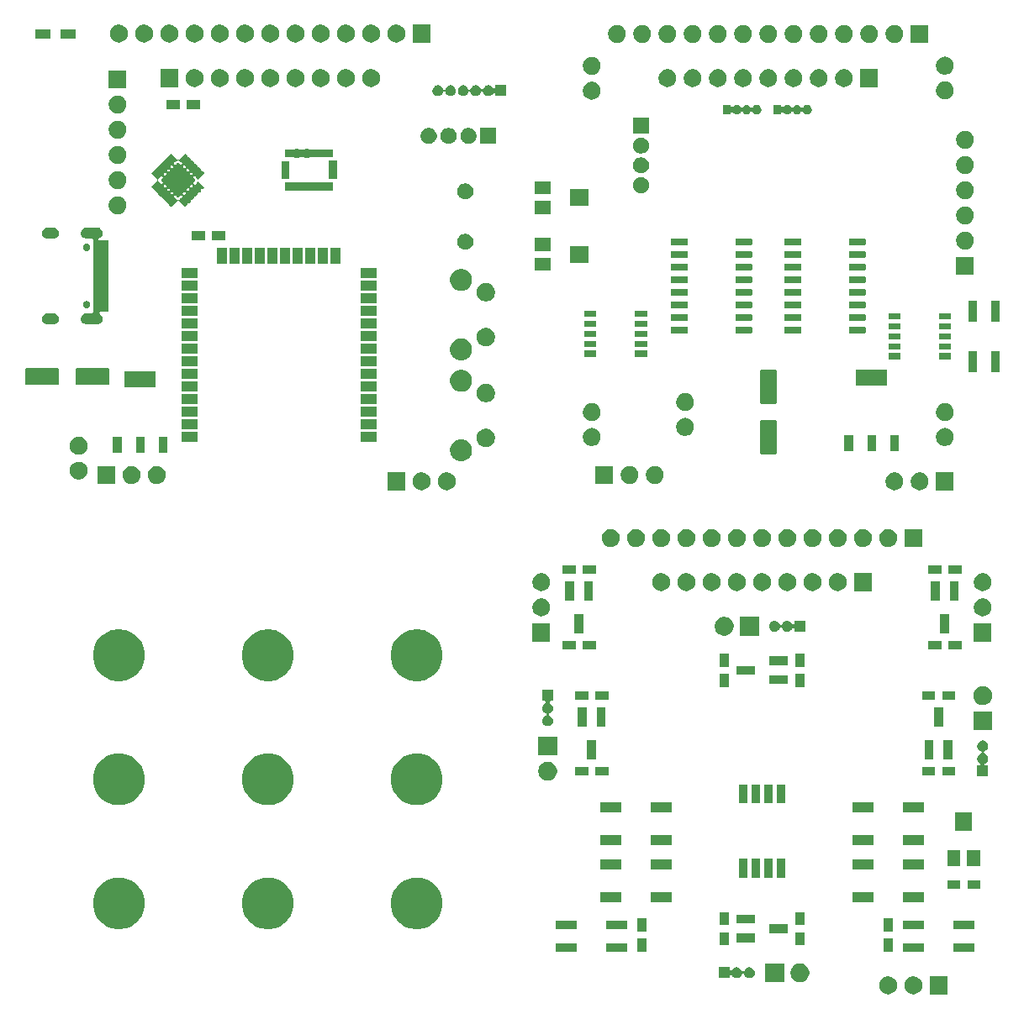
<source format=gts>
G04 #@! TF.GenerationSoftware,KiCad,Pcbnew,(5.1.5)-3*
G04 #@! TF.CreationDate,2021-04-21T21:21:50+09:00*
G04 #@! TF.ProjectId,animacySwarmRobotics,616e696d-6163-4795-9377-61726d526f62,rev?*
G04 #@! TF.SameCoordinates,Original*
G04 #@! TF.FileFunction,Soldermask,Top*
G04 #@! TF.FilePolarity,Negative*
%FSLAX46Y46*%
G04 Gerber Fmt 4.6, Leading zero omitted, Abs format (unit mm)*
G04 Created by KiCad (PCBNEW (5.1.5)-3) date 2021-04-21 21:21:50*
%MOMM*%
%LPD*%
G04 APERTURE LIST*
%ADD10C,0.100000*%
G04 APERTURE END LIST*
D10*
G36*
X132828512Y-147058927D02*
G01*
X132977812Y-147088624D01*
X133141784Y-147156544D01*
X133289354Y-147255147D01*
X133414853Y-147380646D01*
X133513456Y-147528216D01*
X133581376Y-147692188D01*
X133616000Y-147866259D01*
X133616000Y-148043741D01*
X133581376Y-148217812D01*
X133513456Y-148381784D01*
X133414853Y-148529354D01*
X133289354Y-148654853D01*
X133141784Y-148753456D01*
X132977812Y-148821376D01*
X132828512Y-148851073D01*
X132803742Y-148856000D01*
X132626258Y-148856000D01*
X132601488Y-148851073D01*
X132452188Y-148821376D01*
X132288216Y-148753456D01*
X132140646Y-148654853D01*
X132015147Y-148529354D01*
X131916544Y-148381784D01*
X131848624Y-148217812D01*
X131814000Y-148043741D01*
X131814000Y-147866259D01*
X131848624Y-147692188D01*
X131916544Y-147528216D01*
X132015147Y-147380646D01*
X132140646Y-147255147D01*
X132288216Y-147156544D01*
X132452188Y-147088624D01*
X132601488Y-147058927D01*
X132626258Y-147054000D01*
X132803742Y-147054000D01*
X132828512Y-147058927D01*
G37*
G36*
X135368512Y-147058927D02*
G01*
X135517812Y-147088624D01*
X135681784Y-147156544D01*
X135829354Y-147255147D01*
X135954853Y-147380646D01*
X136053456Y-147528216D01*
X136121376Y-147692188D01*
X136156000Y-147866259D01*
X136156000Y-148043741D01*
X136121376Y-148217812D01*
X136053456Y-148381784D01*
X135954853Y-148529354D01*
X135829354Y-148654853D01*
X135681784Y-148753456D01*
X135517812Y-148821376D01*
X135368512Y-148851073D01*
X135343742Y-148856000D01*
X135166258Y-148856000D01*
X135141488Y-148851073D01*
X134992188Y-148821376D01*
X134828216Y-148753456D01*
X134680646Y-148654853D01*
X134555147Y-148529354D01*
X134456544Y-148381784D01*
X134388624Y-148217812D01*
X134354000Y-148043741D01*
X134354000Y-147866259D01*
X134388624Y-147692188D01*
X134456544Y-147528216D01*
X134555147Y-147380646D01*
X134680646Y-147255147D01*
X134828216Y-147156544D01*
X134992188Y-147088624D01*
X135141488Y-147058927D01*
X135166258Y-147054000D01*
X135343742Y-147054000D01*
X135368512Y-147058927D01*
G37*
G36*
X138696000Y-148856000D02*
G01*
X136894000Y-148856000D01*
X136894000Y-147054000D01*
X138696000Y-147054000D01*
X138696000Y-148856000D01*
G37*
G36*
X122236000Y-147636000D02*
G01*
X120334000Y-147636000D01*
X120334000Y-145734000D01*
X122236000Y-145734000D01*
X122236000Y-147636000D01*
G37*
G36*
X124102395Y-145770546D02*
G01*
X124275466Y-145842234D01*
X124275467Y-145842235D01*
X124431227Y-145946310D01*
X124563690Y-146078773D01*
X124563691Y-146078775D01*
X124667766Y-146234534D01*
X124739454Y-146407605D01*
X124776000Y-146591333D01*
X124776000Y-146778667D01*
X124739454Y-146962395D01*
X124667766Y-147135466D01*
X124667765Y-147135467D01*
X124563690Y-147291227D01*
X124431227Y-147423690D01*
X124352818Y-147476081D01*
X124275466Y-147527766D01*
X124102395Y-147599454D01*
X123918667Y-147636000D01*
X123731333Y-147636000D01*
X123547605Y-147599454D01*
X123374534Y-147527766D01*
X123297182Y-147476081D01*
X123218773Y-147423690D01*
X123086310Y-147291227D01*
X122982235Y-147135467D01*
X122982234Y-147135466D01*
X122910546Y-146962395D01*
X122874000Y-146778667D01*
X122874000Y-146591333D01*
X122910546Y-146407605D01*
X122982234Y-146234534D01*
X123086309Y-146078775D01*
X123086310Y-146078773D01*
X123218773Y-145946310D01*
X123374533Y-145842235D01*
X123374534Y-145842234D01*
X123547605Y-145770546D01*
X123731333Y-145734000D01*
X123918667Y-145734000D01*
X124102395Y-145770546D01*
G37*
G36*
X116756000Y-146357218D02*
G01*
X116758402Y-146381604D01*
X116765515Y-146405053D01*
X116777066Y-146426664D01*
X116792611Y-146445606D01*
X116811553Y-146461151D01*
X116833164Y-146472702D01*
X116856613Y-146479815D01*
X116880999Y-146482217D01*
X116905385Y-146479815D01*
X116928834Y-146472702D01*
X116950445Y-146461151D01*
X116969387Y-146445606D01*
X116984932Y-146426664D01*
X117047009Y-146333760D01*
X117047010Y-146333758D01*
X117123758Y-146257010D01*
X117214004Y-146196710D01*
X117214005Y-146196709D01*
X117314279Y-146155174D01*
X117420730Y-146134000D01*
X117529270Y-146134000D01*
X117635721Y-146155174D01*
X117735995Y-146196709D01*
X117735996Y-146196710D01*
X117826242Y-146257010D01*
X117902990Y-146333758D01*
X117902991Y-146333760D01*
X117963291Y-146424005D01*
X117994516Y-146499389D01*
X118006067Y-146521000D01*
X118021612Y-146539941D01*
X118040554Y-146555487D01*
X118062165Y-146567038D01*
X118085614Y-146574151D01*
X118110000Y-146576553D01*
X118134386Y-146574151D01*
X118157835Y-146567038D01*
X118179446Y-146555487D01*
X118198387Y-146539942D01*
X118213933Y-146521000D01*
X118225484Y-146499389D01*
X118256709Y-146424005D01*
X118317009Y-146333760D01*
X118317010Y-146333758D01*
X118393758Y-146257010D01*
X118484004Y-146196710D01*
X118484005Y-146196709D01*
X118584279Y-146155174D01*
X118690730Y-146134000D01*
X118799270Y-146134000D01*
X118905721Y-146155174D01*
X119005995Y-146196709D01*
X119005996Y-146196710D01*
X119096242Y-146257010D01*
X119172990Y-146333758D01*
X119172991Y-146333760D01*
X119233291Y-146424005D01*
X119274826Y-146524279D01*
X119296000Y-146630730D01*
X119296000Y-146739270D01*
X119274826Y-146845721D01*
X119233291Y-146945995D01*
X119233290Y-146945996D01*
X119172990Y-147036242D01*
X119096242Y-147112990D01*
X119050812Y-147143345D01*
X119005995Y-147173291D01*
X118905721Y-147214826D01*
X118799270Y-147236000D01*
X118690730Y-147236000D01*
X118584279Y-147214826D01*
X118484005Y-147173291D01*
X118439188Y-147143345D01*
X118393758Y-147112990D01*
X118317010Y-147036242D01*
X118256710Y-146945996D01*
X118256709Y-146945995D01*
X118225484Y-146870611D01*
X118213933Y-146849000D01*
X118198388Y-146830059D01*
X118179446Y-146814513D01*
X118157835Y-146802962D01*
X118134386Y-146795849D01*
X118110000Y-146793447D01*
X118085614Y-146795849D01*
X118062165Y-146802962D01*
X118040554Y-146814513D01*
X118021613Y-146830058D01*
X118006067Y-146849000D01*
X117994516Y-146870611D01*
X117963291Y-146945995D01*
X117963290Y-146945996D01*
X117902990Y-147036242D01*
X117826242Y-147112990D01*
X117780812Y-147143345D01*
X117735995Y-147173291D01*
X117635721Y-147214826D01*
X117529270Y-147236000D01*
X117420730Y-147236000D01*
X117314279Y-147214826D01*
X117214005Y-147173291D01*
X117169188Y-147143345D01*
X117123758Y-147112990D01*
X117047010Y-147036242D01*
X117026012Y-147004816D01*
X116984932Y-146943336D01*
X116969386Y-146924394D01*
X116950444Y-146908849D01*
X116928833Y-146897298D01*
X116905385Y-146890185D01*
X116880998Y-146887783D01*
X116856612Y-146890185D01*
X116833163Y-146897298D01*
X116811553Y-146908849D01*
X116792611Y-146924395D01*
X116777066Y-146943337D01*
X116765515Y-146964948D01*
X116758402Y-146988396D01*
X116756000Y-147012782D01*
X116756000Y-147236000D01*
X115654000Y-147236000D01*
X115654000Y-146134000D01*
X116756000Y-146134000D01*
X116756000Y-146357218D01*
G37*
G36*
X101381000Y-144571000D02*
G01*
X99279000Y-144571000D01*
X99279000Y-143719000D01*
X101381000Y-143719000D01*
X101381000Y-144571000D01*
G37*
G36*
X106461000Y-144571000D02*
G01*
X104359000Y-144571000D01*
X104359000Y-143719000D01*
X106461000Y-143719000D01*
X106461000Y-144571000D01*
G37*
G36*
X136306000Y-144571000D02*
G01*
X134204000Y-144571000D01*
X134204000Y-143719000D01*
X136306000Y-143719000D01*
X136306000Y-144571000D01*
G37*
G36*
X141386000Y-144571000D02*
G01*
X139284000Y-144571000D01*
X139284000Y-143719000D01*
X141386000Y-143719000D01*
X141386000Y-144571000D01*
G37*
G36*
X133166000Y-144542000D02*
G01*
X132264000Y-144542000D01*
X132264000Y-143240000D01*
X133166000Y-143240000D01*
X133166000Y-144542000D01*
G37*
G36*
X108401000Y-144542000D02*
G01*
X107499000Y-144542000D01*
X107499000Y-143240000D01*
X108401000Y-143240000D01*
X108401000Y-144542000D01*
G37*
G36*
X116656000Y-143907000D02*
G01*
X115754000Y-143907000D01*
X115754000Y-142605000D01*
X116656000Y-142605000D01*
X116656000Y-143907000D01*
G37*
G36*
X124276000Y-143907000D02*
G01*
X123374000Y-143907000D01*
X123374000Y-142605000D01*
X124276000Y-142605000D01*
X124276000Y-143907000D01*
G37*
G36*
X119316000Y-143641000D02*
G01*
X117414000Y-143641000D01*
X117414000Y-142739000D01*
X119316000Y-142739000D01*
X119316000Y-143641000D01*
G37*
G36*
X122616000Y-142691000D02*
G01*
X120714000Y-142691000D01*
X120714000Y-141789000D01*
X122616000Y-141789000D01*
X122616000Y-142691000D01*
G37*
G36*
X133166000Y-142510000D02*
G01*
X132264000Y-142510000D01*
X132264000Y-141208000D01*
X133166000Y-141208000D01*
X133166000Y-142510000D01*
G37*
G36*
X108401000Y-142510000D02*
G01*
X107499000Y-142510000D01*
X107499000Y-141208000D01*
X108401000Y-141208000D01*
X108401000Y-142510000D01*
G37*
G36*
X55758210Y-137140054D02*
G01*
X56009850Y-137190109D01*
X56483930Y-137386479D01*
X56910590Y-137671565D01*
X57273435Y-138034410D01*
X57558521Y-138461070D01*
X57754891Y-138935150D01*
X57855000Y-139438430D01*
X57855000Y-139951570D01*
X57754891Y-140454850D01*
X57558521Y-140928930D01*
X57273435Y-141355590D01*
X56910590Y-141718435D01*
X56483930Y-142003521D01*
X56009850Y-142199891D01*
X55758210Y-142249946D01*
X55506571Y-142300000D01*
X54993429Y-142300000D01*
X54741790Y-142249946D01*
X54490150Y-142199891D01*
X54016070Y-142003521D01*
X53589410Y-141718435D01*
X53226565Y-141355590D01*
X52941479Y-140928930D01*
X52745109Y-140454850D01*
X52645000Y-139951570D01*
X52645000Y-139438430D01*
X52745109Y-138935150D01*
X52941479Y-138461070D01*
X53226565Y-138034410D01*
X53589410Y-137671565D01*
X54016070Y-137386479D01*
X54490150Y-137190109D01*
X54741790Y-137140054D01*
X54993429Y-137090000D01*
X55506571Y-137090000D01*
X55758210Y-137140054D01*
G37*
G36*
X70758210Y-137140054D02*
G01*
X71009850Y-137190109D01*
X71483930Y-137386479D01*
X71910590Y-137671565D01*
X72273435Y-138034410D01*
X72558521Y-138461070D01*
X72754891Y-138935150D01*
X72855000Y-139438430D01*
X72855000Y-139951570D01*
X72754891Y-140454850D01*
X72558521Y-140928930D01*
X72273435Y-141355590D01*
X71910590Y-141718435D01*
X71483930Y-142003521D01*
X71009850Y-142199891D01*
X70758210Y-142249946D01*
X70506571Y-142300000D01*
X69993429Y-142300000D01*
X69741790Y-142249946D01*
X69490150Y-142199891D01*
X69016070Y-142003521D01*
X68589410Y-141718435D01*
X68226565Y-141355590D01*
X67941479Y-140928930D01*
X67745109Y-140454850D01*
X67645000Y-139951570D01*
X67645000Y-139438430D01*
X67745109Y-138935150D01*
X67941479Y-138461070D01*
X68226565Y-138034410D01*
X68589410Y-137671565D01*
X69016070Y-137386479D01*
X69490150Y-137190109D01*
X69741790Y-137140054D01*
X69993429Y-137090000D01*
X70506571Y-137090000D01*
X70758210Y-137140054D01*
G37*
G36*
X85758210Y-137140054D02*
G01*
X86009850Y-137190109D01*
X86483930Y-137386479D01*
X86910590Y-137671565D01*
X87273435Y-138034410D01*
X87558521Y-138461070D01*
X87754891Y-138935150D01*
X87855000Y-139438430D01*
X87855000Y-139951570D01*
X87754891Y-140454850D01*
X87558521Y-140928930D01*
X87273435Y-141355590D01*
X86910590Y-141718435D01*
X86483930Y-142003521D01*
X86009850Y-142199891D01*
X85758210Y-142249946D01*
X85506571Y-142300000D01*
X84993429Y-142300000D01*
X84741790Y-142249946D01*
X84490150Y-142199891D01*
X84016070Y-142003521D01*
X83589410Y-141718435D01*
X83226565Y-141355590D01*
X82941479Y-140928930D01*
X82745109Y-140454850D01*
X82645000Y-139951570D01*
X82645000Y-139438430D01*
X82745109Y-138935150D01*
X82941479Y-138461070D01*
X83226565Y-138034410D01*
X83589410Y-137671565D01*
X84016070Y-137386479D01*
X84490150Y-137190109D01*
X84741790Y-137140054D01*
X84993429Y-137090000D01*
X85506571Y-137090000D01*
X85758210Y-137140054D01*
G37*
G36*
X141386000Y-142285000D02*
G01*
X139284000Y-142285000D01*
X139284000Y-141433000D01*
X141386000Y-141433000D01*
X141386000Y-142285000D01*
G37*
G36*
X136306000Y-142285000D02*
G01*
X134204000Y-142285000D01*
X134204000Y-141433000D01*
X136306000Y-141433000D01*
X136306000Y-142285000D01*
G37*
G36*
X106461000Y-142285000D02*
G01*
X104359000Y-142285000D01*
X104359000Y-141433000D01*
X106461000Y-141433000D01*
X106461000Y-142285000D01*
G37*
G36*
X101381000Y-142285000D02*
G01*
X99279000Y-142285000D01*
X99279000Y-141433000D01*
X101381000Y-141433000D01*
X101381000Y-142285000D01*
G37*
G36*
X116656000Y-141875000D02*
G01*
X115754000Y-141875000D01*
X115754000Y-140573000D01*
X116656000Y-140573000D01*
X116656000Y-141875000D01*
G37*
G36*
X124276000Y-141875000D02*
G01*
X123374000Y-141875000D01*
X123374000Y-140573000D01*
X124276000Y-140573000D01*
X124276000Y-141875000D01*
G37*
G36*
X119316000Y-141741000D02*
G01*
X117414000Y-141741000D01*
X117414000Y-140839000D01*
X119316000Y-140839000D01*
X119316000Y-141741000D01*
G37*
G36*
X110906000Y-139566000D02*
G01*
X108804000Y-139566000D01*
X108804000Y-138564000D01*
X110906000Y-138564000D01*
X110906000Y-139566000D01*
G37*
G36*
X136306000Y-139566000D02*
G01*
X134204000Y-139566000D01*
X134204000Y-138564000D01*
X136306000Y-138564000D01*
X136306000Y-139566000D01*
G37*
G36*
X131226000Y-139566000D02*
G01*
X129124000Y-139566000D01*
X129124000Y-138564000D01*
X131226000Y-138564000D01*
X131226000Y-139566000D01*
G37*
G36*
X105826000Y-139566000D02*
G01*
X103724000Y-139566000D01*
X103724000Y-138564000D01*
X105826000Y-138564000D01*
X105826000Y-139566000D01*
G37*
G36*
X142002000Y-138246000D02*
G01*
X140700000Y-138246000D01*
X140700000Y-137344000D01*
X142002000Y-137344000D01*
X142002000Y-138246000D01*
G37*
G36*
X139970000Y-138246000D02*
G01*
X138668000Y-138246000D01*
X138668000Y-137344000D01*
X139970000Y-137344000D01*
X139970000Y-138246000D01*
G37*
G36*
X118541000Y-137095000D02*
G01*
X117679000Y-137095000D01*
X117679000Y-135193000D01*
X118541000Y-135193000D01*
X118541000Y-137095000D01*
G37*
G36*
X119811000Y-137095000D02*
G01*
X118949000Y-137095000D01*
X118949000Y-135193000D01*
X119811000Y-135193000D01*
X119811000Y-137095000D01*
G37*
G36*
X121081000Y-137095000D02*
G01*
X120219000Y-137095000D01*
X120219000Y-135193000D01*
X121081000Y-135193000D01*
X121081000Y-137095000D01*
G37*
G36*
X122351000Y-137095000D02*
G01*
X121489000Y-137095000D01*
X121489000Y-135193000D01*
X122351000Y-135193000D01*
X122351000Y-137095000D01*
G37*
G36*
X105826000Y-136264000D02*
G01*
X103724000Y-136264000D01*
X103724000Y-135262000D01*
X105826000Y-135262000D01*
X105826000Y-136264000D01*
G37*
G36*
X136306000Y-136264000D02*
G01*
X134204000Y-136264000D01*
X134204000Y-135262000D01*
X136306000Y-135262000D01*
X136306000Y-136264000D01*
G37*
G36*
X110906000Y-136264000D02*
G01*
X108804000Y-136264000D01*
X108804000Y-135262000D01*
X110906000Y-135262000D01*
X110906000Y-136264000D01*
G37*
G36*
X131226000Y-136264000D02*
G01*
X129124000Y-136264000D01*
X129124000Y-135262000D01*
X131226000Y-135262000D01*
X131226000Y-136264000D01*
G37*
G36*
X141986000Y-135946000D02*
G01*
X140684000Y-135946000D01*
X140684000Y-134344000D01*
X141986000Y-134344000D01*
X141986000Y-135946000D01*
G37*
G36*
X139986000Y-135946000D02*
G01*
X138684000Y-135946000D01*
X138684000Y-134344000D01*
X139986000Y-134344000D01*
X139986000Y-135946000D01*
G37*
G36*
X105826000Y-133851000D02*
G01*
X103724000Y-133851000D01*
X103724000Y-132849000D01*
X105826000Y-132849000D01*
X105826000Y-133851000D01*
G37*
G36*
X110906000Y-133851000D02*
G01*
X108804000Y-133851000D01*
X108804000Y-132849000D01*
X110906000Y-132849000D01*
X110906000Y-133851000D01*
G37*
G36*
X131226000Y-133851000D02*
G01*
X129124000Y-133851000D01*
X129124000Y-132849000D01*
X131226000Y-132849000D01*
X131226000Y-133851000D01*
G37*
G36*
X136306000Y-133851000D02*
G01*
X134204000Y-133851000D01*
X134204000Y-132849000D01*
X136306000Y-132849000D01*
X136306000Y-133851000D01*
G37*
G36*
X141186000Y-132396000D02*
G01*
X139484000Y-132396000D01*
X139484000Y-130494000D01*
X141186000Y-130494000D01*
X141186000Y-132396000D01*
G37*
G36*
X105826000Y-130549000D02*
G01*
X103724000Y-130549000D01*
X103724000Y-129547000D01*
X105826000Y-129547000D01*
X105826000Y-130549000D01*
G37*
G36*
X131226000Y-130549000D02*
G01*
X129124000Y-130549000D01*
X129124000Y-129547000D01*
X131226000Y-129547000D01*
X131226000Y-130549000D01*
G37*
G36*
X110906000Y-130549000D02*
G01*
X108804000Y-130549000D01*
X108804000Y-129547000D01*
X110906000Y-129547000D01*
X110906000Y-130549000D01*
G37*
G36*
X136306000Y-130549000D02*
G01*
X134204000Y-130549000D01*
X134204000Y-129547000D01*
X136306000Y-129547000D01*
X136306000Y-130549000D01*
G37*
G36*
X55590577Y-124606710D02*
G01*
X56009850Y-124690109D01*
X56483930Y-124886479D01*
X56910590Y-125171565D01*
X57273435Y-125534410D01*
X57558521Y-125961070D01*
X57754891Y-126435150D01*
X57754891Y-126435151D01*
X57850539Y-126916000D01*
X57855000Y-126938430D01*
X57855000Y-127451570D01*
X57754891Y-127954850D01*
X57558521Y-128428930D01*
X57273435Y-128855590D01*
X56910590Y-129218435D01*
X56483930Y-129503521D01*
X56009850Y-129699891D01*
X55758210Y-129749946D01*
X55506571Y-129800000D01*
X54993429Y-129800000D01*
X54741790Y-129749946D01*
X54490150Y-129699891D01*
X54016070Y-129503521D01*
X53589410Y-129218435D01*
X53226565Y-128855590D01*
X52941479Y-128428930D01*
X52745109Y-127954850D01*
X52645000Y-127451570D01*
X52645000Y-126938430D01*
X52649462Y-126916000D01*
X52745109Y-126435151D01*
X52745109Y-126435150D01*
X52941479Y-125961070D01*
X53226565Y-125534410D01*
X53589410Y-125171565D01*
X54016070Y-124886479D01*
X54490150Y-124690109D01*
X54909423Y-124606710D01*
X54993429Y-124590000D01*
X55506571Y-124590000D01*
X55590577Y-124606710D01*
G37*
G36*
X85590577Y-124606710D02*
G01*
X86009850Y-124690109D01*
X86483930Y-124886479D01*
X86910590Y-125171565D01*
X87273435Y-125534410D01*
X87558521Y-125961070D01*
X87754891Y-126435150D01*
X87754891Y-126435151D01*
X87850539Y-126916000D01*
X87855000Y-126938430D01*
X87855000Y-127451570D01*
X87754891Y-127954850D01*
X87558521Y-128428930D01*
X87273435Y-128855590D01*
X86910590Y-129218435D01*
X86483930Y-129503521D01*
X86009850Y-129699891D01*
X85758210Y-129749946D01*
X85506571Y-129800000D01*
X84993429Y-129800000D01*
X84741790Y-129749946D01*
X84490150Y-129699891D01*
X84016070Y-129503521D01*
X83589410Y-129218435D01*
X83226565Y-128855590D01*
X82941479Y-128428930D01*
X82745109Y-127954850D01*
X82645000Y-127451570D01*
X82645000Y-126938430D01*
X82649462Y-126916000D01*
X82745109Y-126435151D01*
X82745109Y-126435150D01*
X82941479Y-125961070D01*
X83226565Y-125534410D01*
X83589410Y-125171565D01*
X84016070Y-124886479D01*
X84490150Y-124690109D01*
X84909423Y-124606710D01*
X84993429Y-124590000D01*
X85506571Y-124590000D01*
X85590577Y-124606710D01*
G37*
G36*
X70590577Y-124606710D02*
G01*
X71009850Y-124690109D01*
X71483930Y-124886479D01*
X71910590Y-125171565D01*
X72273435Y-125534410D01*
X72558521Y-125961070D01*
X72754891Y-126435150D01*
X72754891Y-126435151D01*
X72850539Y-126916000D01*
X72855000Y-126938430D01*
X72855000Y-127451570D01*
X72754891Y-127954850D01*
X72558521Y-128428930D01*
X72273435Y-128855590D01*
X71910590Y-129218435D01*
X71483930Y-129503521D01*
X71009850Y-129699891D01*
X70758210Y-129749946D01*
X70506571Y-129800000D01*
X69993429Y-129800000D01*
X69741790Y-129749946D01*
X69490150Y-129699891D01*
X69016070Y-129503521D01*
X68589410Y-129218435D01*
X68226565Y-128855590D01*
X67941479Y-128428930D01*
X67745109Y-127954850D01*
X67645000Y-127451570D01*
X67645000Y-126938430D01*
X67649462Y-126916000D01*
X67745109Y-126435151D01*
X67745109Y-126435150D01*
X67941479Y-125961070D01*
X68226565Y-125534410D01*
X68589410Y-125171565D01*
X69016070Y-124886479D01*
X69490150Y-124690109D01*
X69909423Y-124606710D01*
X69993429Y-124590000D01*
X70506571Y-124590000D01*
X70590577Y-124606710D01*
G37*
G36*
X122351000Y-129602000D02*
G01*
X121489000Y-129602000D01*
X121489000Y-127700000D01*
X122351000Y-127700000D01*
X122351000Y-129602000D01*
G37*
G36*
X119811000Y-129602000D02*
G01*
X118949000Y-129602000D01*
X118949000Y-127700000D01*
X119811000Y-127700000D01*
X119811000Y-129602000D01*
G37*
G36*
X118541000Y-129602000D02*
G01*
X117679000Y-129602000D01*
X117679000Y-127700000D01*
X118541000Y-127700000D01*
X118541000Y-129602000D01*
G37*
G36*
X121081000Y-129602000D02*
G01*
X120219000Y-129602000D01*
X120219000Y-127700000D01*
X121081000Y-127700000D01*
X121081000Y-129602000D01*
G37*
G36*
X98702395Y-125450546D02*
G01*
X98875466Y-125522234D01*
X98952818Y-125573919D01*
X99031227Y-125626310D01*
X99163690Y-125758773D01*
X99198986Y-125811598D01*
X99267766Y-125914534D01*
X99339454Y-126087605D01*
X99376000Y-126271333D01*
X99376000Y-126458667D01*
X99339454Y-126642395D01*
X99267766Y-126815466D01*
X99267765Y-126815467D01*
X99163690Y-126971227D01*
X99031227Y-127103690D01*
X98952818Y-127156081D01*
X98875466Y-127207766D01*
X98702395Y-127279454D01*
X98518667Y-127316000D01*
X98331333Y-127316000D01*
X98147605Y-127279454D01*
X97974534Y-127207766D01*
X97897182Y-127156081D01*
X97818773Y-127103690D01*
X97686310Y-126971227D01*
X97582235Y-126815467D01*
X97582234Y-126815466D01*
X97510546Y-126642395D01*
X97474000Y-126458667D01*
X97474000Y-126271333D01*
X97510546Y-126087605D01*
X97582234Y-125914534D01*
X97651014Y-125811598D01*
X97686310Y-125758773D01*
X97818773Y-125626310D01*
X97897182Y-125573919D01*
X97974534Y-125522234D01*
X98147605Y-125450546D01*
X98331333Y-125414000D01*
X98518667Y-125414000D01*
X98702395Y-125450546D01*
G37*
G36*
X142400721Y-123295174D02*
G01*
X142500995Y-123336709D01*
X142500996Y-123336710D01*
X142591242Y-123397010D01*
X142667990Y-123473758D01*
X142667991Y-123473760D01*
X142728291Y-123564005D01*
X142769826Y-123664279D01*
X142791000Y-123770730D01*
X142791000Y-123879270D01*
X142769826Y-123985721D01*
X142728291Y-124085995D01*
X142728290Y-124085996D01*
X142667990Y-124176242D01*
X142591242Y-124252990D01*
X142545812Y-124283345D01*
X142500995Y-124313291D01*
X142425611Y-124344516D01*
X142404000Y-124356067D01*
X142385059Y-124371612D01*
X142369513Y-124390554D01*
X142357962Y-124412165D01*
X142350849Y-124435614D01*
X142348447Y-124460000D01*
X142350849Y-124484386D01*
X142357962Y-124507835D01*
X142369513Y-124529446D01*
X142385058Y-124548387D01*
X142404000Y-124563933D01*
X142425611Y-124575484D01*
X142500995Y-124606709D01*
X142500996Y-124606710D01*
X142591242Y-124667010D01*
X142667990Y-124743758D01*
X142667991Y-124743760D01*
X142728291Y-124834005D01*
X142769826Y-124934279D01*
X142791000Y-125040730D01*
X142791000Y-125149270D01*
X142769826Y-125255721D01*
X142728291Y-125355995D01*
X142728290Y-125355996D01*
X142667990Y-125446242D01*
X142591242Y-125522990D01*
X142559816Y-125543988D01*
X142498336Y-125585068D01*
X142479394Y-125600614D01*
X142463849Y-125619556D01*
X142452298Y-125641167D01*
X142445185Y-125664615D01*
X142442783Y-125689002D01*
X142445185Y-125713388D01*
X142452298Y-125736837D01*
X142463849Y-125758447D01*
X142479395Y-125777389D01*
X142498337Y-125792934D01*
X142519948Y-125804485D01*
X142543396Y-125811598D01*
X142567782Y-125814000D01*
X142791000Y-125814000D01*
X142791000Y-126916000D01*
X141689000Y-126916000D01*
X141689000Y-125814000D01*
X141912218Y-125814000D01*
X141936604Y-125811598D01*
X141960053Y-125804485D01*
X141981664Y-125792934D01*
X142000606Y-125777389D01*
X142016151Y-125758447D01*
X142027702Y-125736836D01*
X142034815Y-125713387D01*
X142037217Y-125689001D01*
X142034815Y-125664615D01*
X142027702Y-125641166D01*
X142016151Y-125619555D01*
X142000606Y-125600613D01*
X141981664Y-125585068D01*
X141920184Y-125543988D01*
X141888758Y-125522990D01*
X141812010Y-125446242D01*
X141751710Y-125355996D01*
X141751709Y-125355995D01*
X141710174Y-125255721D01*
X141689000Y-125149270D01*
X141689000Y-125040730D01*
X141710174Y-124934279D01*
X141751709Y-124834005D01*
X141812009Y-124743760D01*
X141812010Y-124743758D01*
X141888758Y-124667010D01*
X141979004Y-124606710D01*
X141979005Y-124606709D01*
X142054389Y-124575484D01*
X142076000Y-124563933D01*
X142094941Y-124548388D01*
X142110487Y-124529446D01*
X142122038Y-124507835D01*
X142129151Y-124484386D01*
X142131553Y-124460000D01*
X142129151Y-124435614D01*
X142122038Y-124412165D01*
X142110487Y-124390554D01*
X142094942Y-124371613D01*
X142076000Y-124356067D01*
X142054389Y-124344516D01*
X141979005Y-124313291D01*
X141934188Y-124283345D01*
X141888758Y-124252990D01*
X141812010Y-124176242D01*
X141751710Y-124085996D01*
X141751709Y-124085995D01*
X141710174Y-123985721D01*
X141689000Y-123879270D01*
X141689000Y-123770730D01*
X141710174Y-123664279D01*
X141751709Y-123564005D01*
X141812009Y-123473760D01*
X141812010Y-123473758D01*
X141888758Y-123397010D01*
X141979004Y-123336710D01*
X141979005Y-123336709D01*
X142079279Y-123295174D01*
X142185730Y-123274000D01*
X142294270Y-123274000D01*
X142400721Y-123295174D01*
G37*
G36*
X137430000Y-126816000D02*
G01*
X136128000Y-126816000D01*
X136128000Y-125914000D01*
X137430000Y-125914000D01*
X137430000Y-126816000D01*
G37*
G36*
X139462000Y-126816000D02*
G01*
X138160000Y-126816000D01*
X138160000Y-125914000D01*
X139462000Y-125914000D01*
X139462000Y-126816000D01*
G37*
G36*
X104537000Y-126816000D02*
G01*
X103235000Y-126816000D01*
X103235000Y-125914000D01*
X104537000Y-125914000D01*
X104537000Y-126816000D01*
G37*
G36*
X102505000Y-126816000D02*
G01*
X101203000Y-126816000D01*
X101203000Y-125914000D01*
X102505000Y-125914000D01*
X102505000Y-126816000D01*
G37*
G36*
X139196000Y-125156000D02*
G01*
X138294000Y-125156000D01*
X138294000Y-123254000D01*
X139196000Y-123254000D01*
X139196000Y-125156000D01*
G37*
G36*
X103321000Y-125156000D02*
G01*
X102419000Y-125156000D01*
X102419000Y-123254000D01*
X103321000Y-123254000D01*
X103321000Y-125156000D01*
G37*
G36*
X137296000Y-125156000D02*
G01*
X136394000Y-125156000D01*
X136394000Y-123254000D01*
X137296000Y-123254000D01*
X137296000Y-125156000D01*
G37*
G36*
X99376000Y-124776000D02*
G01*
X97474000Y-124776000D01*
X97474000Y-122874000D01*
X99376000Y-122874000D01*
X99376000Y-124776000D01*
G37*
G36*
X143191000Y-122236000D02*
G01*
X141289000Y-122236000D01*
X141289000Y-120334000D01*
X143191000Y-120334000D01*
X143191000Y-122236000D01*
G37*
G36*
X138246000Y-121856000D02*
G01*
X137344000Y-121856000D01*
X137344000Y-119954000D01*
X138246000Y-119954000D01*
X138246000Y-121856000D01*
G37*
G36*
X104271000Y-121856000D02*
G01*
X103369000Y-121856000D01*
X103369000Y-119954000D01*
X104271000Y-119954000D01*
X104271000Y-121856000D01*
G37*
G36*
X102371000Y-121856000D02*
G01*
X101469000Y-121856000D01*
X101469000Y-119954000D01*
X102371000Y-119954000D01*
X102371000Y-121856000D01*
G37*
G36*
X98976000Y-119296000D02*
G01*
X98752782Y-119296000D01*
X98728396Y-119298402D01*
X98704947Y-119305515D01*
X98683336Y-119317066D01*
X98664394Y-119332611D01*
X98648849Y-119351553D01*
X98637298Y-119373164D01*
X98630185Y-119396613D01*
X98627783Y-119420999D01*
X98630185Y-119445385D01*
X98637298Y-119468834D01*
X98648849Y-119490445D01*
X98664394Y-119509387D01*
X98683336Y-119524932D01*
X98744816Y-119566012D01*
X98776242Y-119587010D01*
X98852990Y-119663758D01*
X98852991Y-119663760D01*
X98913291Y-119754005D01*
X98954826Y-119854279D01*
X98976000Y-119960730D01*
X98976000Y-120069270D01*
X98954826Y-120175721D01*
X98913291Y-120275995D01*
X98913290Y-120275996D01*
X98852990Y-120366242D01*
X98776242Y-120442990D01*
X98730812Y-120473345D01*
X98685995Y-120503291D01*
X98610611Y-120534516D01*
X98589000Y-120546067D01*
X98570059Y-120561612D01*
X98554513Y-120580554D01*
X98542962Y-120602165D01*
X98535849Y-120625614D01*
X98533447Y-120650000D01*
X98535849Y-120674386D01*
X98542962Y-120697835D01*
X98554513Y-120719446D01*
X98570058Y-120738387D01*
X98589000Y-120753933D01*
X98610611Y-120765484D01*
X98685995Y-120796709D01*
X98685996Y-120796710D01*
X98776242Y-120857010D01*
X98852990Y-120933758D01*
X98852991Y-120933760D01*
X98913291Y-121024005D01*
X98954826Y-121124279D01*
X98976000Y-121230730D01*
X98976000Y-121339270D01*
X98954826Y-121445721D01*
X98913291Y-121545995D01*
X98913290Y-121545996D01*
X98852990Y-121636242D01*
X98776242Y-121712990D01*
X98730812Y-121743345D01*
X98685995Y-121773291D01*
X98585721Y-121814826D01*
X98479270Y-121836000D01*
X98370730Y-121836000D01*
X98264279Y-121814826D01*
X98164005Y-121773291D01*
X98119188Y-121743345D01*
X98073758Y-121712990D01*
X97997010Y-121636242D01*
X97936710Y-121545996D01*
X97936709Y-121545995D01*
X97895174Y-121445721D01*
X97874000Y-121339270D01*
X97874000Y-121230730D01*
X97895174Y-121124279D01*
X97936709Y-121024005D01*
X97997009Y-120933760D01*
X97997010Y-120933758D01*
X98073758Y-120857010D01*
X98164004Y-120796710D01*
X98164005Y-120796709D01*
X98239389Y-120765484D01*
X98261000Y-120753933D01*
X98279941Y-120738388D01*
X98295487Y-120719446D01*
X98307038Y-120697835D01*
X98314151Y-120674386D01*
X98316553Y-120650000D01*
X98314151Y-120625614D01*
X98307038Y-120602165D01*
X98295487Y-120580554D01*
X98279942Y-120561613D01*
X98261000Y-120546067D01*
X98239389Y-120534516D01*
X98164005Y-120503291D01*
X98119188Y-120473345D01*
X98073758Y-120442990D01*
X97997010Y-120366242D01*
X97936710Y-120275996D01*
X97936709Y-120275995D01*
X97895174Y-120175721D01*
X97874000Y-120069270D01*
X97874000Y-119960730D01*
X97895174Y-119854279D01*
X97936709Y-119754005D01*
X97997009Y-119663760D01*
X97997010Y-119663758D01*
X98073758Y-119587010D01*
X98105184Y-119566012D01*
X98166664Y-119524932D01*
X98185606Y-119509386D01*
X98201151Y-119490444D01*
X98212702Y-119468833D01*
X98219815Y-119445385D01*
X98222217Y-119420998D01*
X98219815Y-119396612D01*
X98212702Y-119373163D01*
X98201151Y-119351553D01*
X98185605Y-119332611D01*
X98166663Y-119317066D01*
X98145052Y-119305515D01*
X98121604Y-119298402D01*
X98097218Y-119296000D01*
X97874000Y-119296000D01*
X97874000Y-118194000D01*
X98976000Y-118194000D01*
X98976000Y-119296000D01*
G37*
G36*
X142517395Y-117830546D02*
G01*
X142690466Y-117902234D01*
X142690467Y-117902235D01*
X142846227Y-118006310D01*
X142978690Y-118138773D01*
X142978691Y-118138775D01*
X143082766Y-118294534D01*
X143154454Y-118467605D01*
X143191000Y-118651333D01*
X143191000Y-118838667D01*
X143154454Y-119022395D01*
X143082766Y-119195466D01*
X143082765Y-119195467D01*
X142978690Y-119351227D01*
X142846227Y-119483690D01*
X142784504Y-119524932D01*
X142690466Y-119587766D01*
X142517395Y-119659454D01*
X142333667Y-119696000D01*
X142146333Y-119696000D01*
X141962605Y-119659454D01*
X141789534Y-119587766D01*
X141695496Y-119524932D01*
X141633773Y-119483690D01*
X141501310Y-119351227D01*
X141397235Y-119195467D01*
X141397234Y-119195466D01*
X141325546Y-119022395D01*
X141289000Y-118838667D01*
X141289000Y-118651333D01*
X141325546Y-118467605D01*
X141397234Y-118294534D01*
X141501309Y-118138775D01*
X141501310Y-118138773D01*
X141633773Y-118006310D01*
X141789533Y-117902235D01*
X141789534Y-117902234D01*
X141962605Y-117830546D01*
X142146333Y-117794000D01*
X142333667Y-117794000D01*
X142517395Y-117830546D01*
G37*
G36*
X139462000Y-119196000D02*
G01*
X138160000Y-119196000D01*
X138160000Y-118294000D01*
X139462000Y-118294000D01*
X139462000Y-119196000D01*
G37*
G36*
X137430000Y-119196000D02*
G01*
X136128000Y-119196000D01*
X136128000Y-118294000D01*
X137430000Y-118294000D01*
X137430000Y-119196000D01*
G37*
G36*
X102505000Y-119196000D02*
G01*
X101203000Y-119196000D01*
X101203000Y-118294000D01*
X102505000Y-118294000D01*
X102505000Y-119196000D01*
G37*
G36*
X104537000Y-119196000D02*
G01*
X103235000Y-119196000D01*
X103235000Y-118294000D01*
X104537000Y-118294000D01*
X104537000Y-119196000D01*
G37*
G36*
X124276000Y-117872000D02*
G01*
X123374000Y-117872000D01*
X123374000Y-116570000D01*
X124276000Y-116570000D01*
X124276000Y-117872000D01*
G37*
G36*
X116656000Y-117872000D02*
G01*
X115754000Y-117872000D01*
X115754000Y-116570000D01*
X116656000Y-116570000D01*
X116656000Y-117872000D01*
G37*
G36*
X122616000Y-117606000D02*
G01*
X120714000Y-117606000D01*
X120714000Y-116704000D01*
X122616000Y-116704000D01*
X122616000Y-117606000D01*
G37*
G36*
X85758210Y-112140055D02*
G01*
X86009850Y-112190109D01*
X86483930Y-112386479D01*
X86910590Y-112671565D01*
X87273435Y-113034410D01*
X87558521Y-113461070D01*
X87754891Y-113935150D01*
X87855000Y-114438430D01*
X87855000Y-114951570D01*
X87754891Y-115454850D01*
X87558521Y-115928930D01*
X87273435Y-116355590D01*
X86910590Y-116718435D01*
X86483930Y-117003521D01*
X86009850Y-117199891D01*
X85758210Y-117249945D01*
X85506571Y-117300000D01*
X84993429Y-117300000D01*
X84741790Y-117249945D01*
X84490150Y-117199891D01*
X84016070Y-117003521D01*
X83589410Y-116718435D01*
X83226565Y-116355590D01*
X82941479Y-115928930D01*
X82745109Y-115454850D01*
X82645000Y-114951570D01*
X82645000Y-114438430D01*
X82745109Y-113935150D01*
X82941479Y-113461070D01*
X83226565Y-113034410D01*
X83589410Y-112671565D01*
X84016070Y-112386479D01*
X84490150Y-112190109D01*
X84741790Y-112140055D01*
X84993429Y-112090000D01*
X85506571Y-112090000D01*
X85758210Y-112140055D01*
G37*
G36*
X55758210Y-112140055D02*
G01*
X56009850Y-112190109D01*
X56483930Y-112386479D01*
X56910590Y-112671565D01*
X57273435Y-113034410D01*
X57558521Y-113461070D01*
X57754891Y-113935150D01*
X57855000Y-114438430D01*
X57855000Y-114951570D01*
X57754891Y-115454850D01*
X57558521Y-115928930D01*
X57273435Y-116355590D01*
X56910590Y-116718435D01*
X56483930Y-117003521D01*
X56009850Y-117199891D01*
X55758210Y-117249945D01*
X55506571Y-117300000D01*
X54993429Y-117300000D01*
X54741790Y-117249945D01*
X54490150Y-117199891D01*
X54016070Y-117003521D01*
X53589410Y-116718435D01*
X53226565Y-116355590D01*
X52941479Y-115928930D01*
X52745109Y-115454850D01*
X52645000Y-114951570D01*
X52645000Y-114438430D01*
X52745109Y-113935150D01*
X52941479Y-113461070D01*
X53226565Y-113034410D01*
X53589410Y-112671565D01*
X54016070Y-112386479D01*
X54490150Y-112190109D01*
X54741790Y-112140055D01*
X54993429Y-112090000D01*
X55506571Y-112090000D01*
X55758210Y-112140055D01*
G37*
G36*
X70758210Y-112140055D02*
G01*
X71009850Y-112190109D01*
X71483930Y-112386479D01*
X71910590Y-112671565D01*
X72273435Y-113034410D01*
X72558521Y-113461070D01*
X72754891Y-113935150D01*
X72855000Y-114438430D01*
X72855000Y-114951570D01*
X72754891Y-115454850D01*
X72558521Y-115928930D01*
X72273435Y-116355590D01*
X71910590Y-116718435D01*
X71483930Y-117003521D01*
X71009850Y-117199891D01*
X70758210Y-117249945D01*
X70506571Y-117300000D01*
X69993429Y-117300000D01*
X69741790Y-117249945D01*
X69490150Y-117199891D01*
X69016070Y-117003521D01*
X68589410Y-116718435D01*
X68226565Y-116355590D01*
X67941479Y-115928930D01*
X67745109Y-115454850D01*
X67645000Y-114951570D01*
X67645000Y-114438430D01*
X67745109Y-113935150D01*
X67941479Y-113461070D01*
X68226565Y-113034410D01*
X68589410Y-112671565D01*
X69016070Y-112386479D01*
X69490150Y-112190109D01*
X69741790Y-112140055D01*
X69993429Y-112090000D01*
X70506571Y-112090000D01*
X70758210Y-112140055D01*
G37*
G36*
X119316000Y-116656000D02*
G01*
X117414000Y-116656000D01*
X117414000Y-115754000D01*
X119316000Y-115754000D01*
X119316000Y-116656000D01*
G37*
G36*
X116656000Y-115840000D02*
G01*
X115754000Y-115840000D01*
X115754000Y-114538000D01*
X116656000Y-114538000D01*
X116656000Y-115840000D01*
G37*
G36*
X124276000Y-115840000D02*
G01*
X123374000Y-115840000D01*
X123374000Y-114538000D01*
X124276000Y-114538000D01*
X124276000Y-115840000D01*
G37*
G36*
X122616000Y-115706000D02*
G01*
X120714000Y-115706000D01*
X120714000Y-114804000D01*
X122616000Y-114804000D01*
X122616000Y-115706000D01*
G37*
G36*
X138065000Y-114116000D02*
G01*
X136763000Y-114116000D01*
X136763000Y-113214000D01*
X138065000Y-113214000D01*
X138065000Y-114116000D01*
G37*
G36*
X140097000Y-114116000D02*
G01*
X138795000Y-114116000D01*
X138795000Y-113214000D01*
X140097000Y-113214000D01*
X140097000Y-114116000D01*
G37*
G36*
X103267000Y-114116000D02*
G01*
X101965000Y-114116000D01*
X101965000Y-113214000D01*
X103267000Y-113214000D01*
X103267000Y-114116000D01*
G37*
G36*
X101235000Y-114116000D02*
G01*
X99933000Y-114116000D01*
X99933000Y-113214000D01*
X101235000Y-113214000D01*
X101235000Y-114116000D01*
G37*
G36*
X143141000Y-113296000D02*
G01*
X141339000Y-113296000D01*
X141339000Y-111494000D01*
X143141000Y-111494000D01*
X143141000Y-113296000D01*
G37*
G36*
X98691000Y-113296000D02*
G01*
X96889000Y-113296000D01*
X96889000Y-111494000D01*
X98691000Y-111494000D01*
X98691000Y-113296000D01*
G37*
G36*
X119696000Y-112711000D02*
G01*
X117794000Y-112711000D01*
X117794000Y-110809000D01*
X119696000Y-110809000D01*
X119696000Y-112711000D01*
G37*
G36*
X116482395Y-110845546D02*
G01*
X116655466Y-110917234D01*
X116655467Y-110917235D01*
X116811227Y-111021310D01*
X116943690Y-111153773D01*
X116943691Y-111153775D01*
X117047766Y-111309534D01*
X117119454Y-111482605D01*
X117156000Y-111666333D01*
X117156000Y-111853667D01*
X117119454Y-112037395D01*
X117047766Y-112210466D01*
X117047765Y-112210467D01*
X116943690Y-112366227D01*
X116811227Y-112498690D01*
X116732818Y-112551081D01*
X116655466Y-112602766D01*
X116482395Y-112674454D01*
X116298667Y-112711000D01*
X116111333Y-112711000D01*
X115927605Y-112674454D01*
X115754534Y-112602766D01*
X115677182Y-112551081D01*
X115598773Y-112498690D01*
X115466310Y-112366227D01*
X115362235Y-112210467D01*
X115362234Y-112210466D01*
X115290546Y-112037395D01*
X115254000Y-111853667D01*
X115254000Y-111666333D01*
X115290546Y-111482605D01*
X115362234Y-111309534D01*
X115466309Y-111153775D01*
X115466310Y-111153773D01*
X115598773Y-111021310D01*
X115754533Y-110917235D01*
X115754534Y-110917234D01*
X115927605Y-110845546D01*
X116111333Y-110809000D01*
X116298667Y-110809000D01*
X116482395Y-110845546D01*
G37*
G36*
X138881000Y-112456000D02*
G01*
X137979000Y-112456000D01*
X137979000Y-110554000D01*
X138881000Y-110554000D01*
X138881000Y-112456000D01*
G37*
G36*
X102051000Y-112456000D02*
G01*
X101149000Y-112456000D01*
X101149000Y-110554000D01*
X102051000Y-110554000D01*
X102051000Y-112456000D01*
G37*
G36*
X121445721Y-111230174D02*
G01*
X121545995Y-111271709D01*
X121545996Y-111271710D01*
X121636242Y-111332010D01*
X121712990Y-111408758D01*
X121712991Y-111408760D01*
X121773291Y-111499005D01*
X121804516Y-111574389D01*
X121816067Y-111596000D01*
X121831612Y-111614941D01*
X121850554Y-111630487D01*
X121872165Y-111642038D01*
X121895614Y-111649151D01*
X121920000Y-111651553D01*
X121944386Y-111649151D01*
X121967835Y-111642038D01*
X121989446Y-111630487D01*
X122008387Y-111614942D01*
X122023933Y-111596000D01*
X122035484Y-111574389D01*
X122066709Y-111499005D01*
X122127009Y-111408760D01*
X122127010Y-111408758D01*
X122203758Y-111332010D01*
X122294004Y-111271710D01*
X122294005Y-111271709D01*
X122394279Y-111230174D01*
X122500730Y-111209000D01*
X122609270Y-111209000D01*
X122715721Y-111230174D01*
X122815995Y-111271709D01*
X122815996Y-111271710D01*
X122906242Y-111332010D01*
X122982990Y-111408758D01*
X122982991Y-111408760D01*
X123045068Y-111501664D01*
X123060614Y-111520606D01*
X123079556Y-111536151D01*
X123101167Y-111547702D01*
X123124615Y-111554815D01*
X123149002Y-111557217D01*
X123173388Y-111554815D01*
X123196837Y-111547702D01*
X123218447Y-111536151D01*
X123237389Y-111520605D01*
X123252934Y-111501663D01*
X123264485Y-111480052D01*
X123271598Y-111456604D01*
X123274000Y-111432218D01*
X123274000Y-111209000D01*
X124376000Y-111209000D01*
X124376000Y-112311000D01*
X123274000Y-112311000D01*
X123274000Y-112087782D01*
X123271598Y-112063396D01*
X123264485Y-112039947D01*
X123252934Y-112018336D01*
X123237389Y-111999394D01*
X123218447Y-111983849D01*
X123196836Y-111972298D01*
X123173387Y-111965185D01*
X123149001Y-111962783D01*
X123124615Y-111965185D01*
X123101166Y-111972298D01*
X123079555Y-111983849D01*
X123060613Y-111999394D01*
X123045068Y-112018336D01*
X123003988Y-112079816D01*
X122982990Y-112111242D01*
X122906242Y-112187990D01*
X122860812Y-112218345D01*
X122815995Y-112248291D01*
X122715721Y-112289826D01*
X122609270Y-112311000D01*
X122500730Y-112311000D01*
X122394279Y-112289826D01*
X122294005Y-112248291D01*
X122249188Y-112218345D01*
X122203758Y-112187990D01*
X122127010Y-112111242D01*
X122095041Y-112063396D01*
X122066709Y-112020995D01*
X122035484Y-111945611D01*
X122023933Y-111924000D01*
X122008388Y-111905059D01*
X121989446Y-111889513D01*
X121967835Y-111877962D01*
X121944386Y-111870849D01*
X121920000Y-111868447D01*
X121895614Y-111870849D01*
X121872165Y-111877962D01*
X121850554Y-111889513D01*
X121831613Y-111905058D01*
X121816067Y-111924000D01*
X121804516Y-111945611D01*
X121773291Y-112020995D01*
X121744959Y-112063396D01*
X121712990Y-112111242D01*
X121636242Y-112187990D01*
X121590812Y-112218345D01*
X121545995Y-112248291D01*
X121445721Y-112289826D01*
X121339270Y-112311000D01*
X121230730Y-112311000D01*
X121124279Y-112289826D01*
X121024005Y-112248291D01*
X120979188Y-112218345D01*
X120933758Y-112187990D01*
X120857010Y-112111242D01*
X120825041Y-112063396D01*
X120796709Y-112020995D01*
X120755174Y-111920721D01*
X120734000Y-111814270D01*
X120734000Y-111705730D01*
X120755174Y-111599279D01*
X120796709Y-111499005D01*
X120857009Y-111408760D01*
X120857010Y-111408758D01*
X120933758Y-111332010D01*
X121024004Y-111271710D01*
X121024005Y-111271709D01*
X121124279Y-111230174D01*
X121230730Y-111209000D01*
X121339270Y-111209000D01*
X121445721Y-111230174D01*
G37*
G36*
X142353512Y-108958927D02*
G01*
X142502812Y-108988624D01*
X142666784Y-109056544D01*
X142814354Y-109155147D01*
X142939853Y-109280646D01*
X143038456Y-109428216D01*
X143106376Y-109592188D01*
X143141000Y-109766259D01*
X143141000Y-109943741D01*
X143106376Y-110117812D01*
X143038456Y-110281784D01*
X142939853Y-110429354D01*
X142814354Y-110554853D01*
X142666784Y-110653456D01*
X142502812Y-110721376D01*
X142353512Y-110751073D01*
X142328742Y-110756000D01*
X142151258Y-110756000D01*
X142126488Y-110751073D01*
X141977188Y-110721376D01*
X141813216Y-110653456D01*
X141665646Y-110554853D01*
X141540147Y-110429354D01*
X141441544Y-110281784D01*
X141373624Y-110117812D01*
X141339000Y-109943741D01*
X141339000Y-109766259D01*
X141373624Y-109592188D01*
X141441544Y-109428216D01*
X141540147Y-109280646D01*
X141665646Y-109155147D01*
X141813216Y-109056544D01*
X141977188Y-108988624D01*
X142126488Y-108958927D01*
X142151258Y-108954000D01*
X142328742Y-108954000D01*
X142353512Y-108958927D01*
G37*
G36*
X97903512Y-108958927D02*
G01*
X98052812Y-108988624D01*
X98216784Y-109056544D01*
X98364354Y-109155147D01*
X98489853Y-109280646D01*
X98588456Y-109428216D01*
X98656376Y-109592188D01*
X98691000Y-109766259D01*
X98691000Y-109943741D01*
X98656376Y-110117812D01*
X98588456Y-110281784D01*
X98489853Y-110429354D01*
X98364354Y-110554853D01*
X98216784Y-110653456D01*
X98052812Y-110721376D01*
X97903512Y-110751073D01*
X97878742Y-110756000D01*
X97701258Y-110756000D01*
X97676488Y-110751073D01*
X97527188Y-110721376D01*
X97363216Y-110653456D01*
X97215646Y-110554853D01*
X97090147Y-110429354D01*
X96991544Y-110281784D01*
X96923624Y-110117812D01*
X96889000Y-109943741D01*
X96889000Y-109766259D01*
X96923624Y-109592188D01*
X96991544Y-109428216D01*
X97090147Y-109280646D01*
X97215646Y-109155147D01*
X97363216Y-109056544D01*
X97527188Y-108988624D01*
X97676488Y-108958927D01*
X97701258Y-108954000D01*
X97878742Y-108954000D01*
X97903512Y-108958927D01*
G37*
G36*
X137931000Y-109156000D02*
G01*
X137029000Y-109156000D01*
X137029000Y-107254000D01*
X137931000Y-107254000D01*
X137931000Y-109156000D01*
G37*
G36*
X101101000Y-109156000D02*
G01*
X100199000Y-109156000D01*
X100199000Y-107254000D01*
X101101000Y-107254000D01*
X101101000Y-109156000D01*
G37*
G36*
X139831000Y-109156000D02*
G01*
X138929000Y-109156000D01*
X138929000Y-107254000D01*
X139831000Y-107254000D01*
X139831000Y-109156000D01*
G37*
G36*
X103001000Y-109156000D02*
G01*
X102099000Y-109156000D01*
X102099000Y-107254000D01*
X103001000Y-107254000D01*
X103001000Y-109156000D01*
G37*
G36*
X142353512Y-106418927D02*
G01*
X142502812Y-106448624D01*
X142666784Y-106516544D01*
X142814354Y-106615147D01*
X142939853Y-106740646D01*
X143038456Y-106888216D01*
X143106376Y-107052188D01*
X143141000Y-107226259D01*
X143141000Y-107403741D01*
X143106376Y-107577812D01*
X143038456Y-107741784D01*
X142939853Y-107889354D01*
X142814354Y-108014853D01*
X142666784Y-108113456D01*
X142502812Y-108181376D01*
X142353512Y-108211073D01*
X142328742Y-108216000D01*
X142151258Y-108216000D01*
X142126488Y-108211073D01*
X141977188Y-108181376D01*
X141813216Y-108113456D01*
X141665646Y-108014853D01*
X141540147Y-107889354D01*
X141441544Y-107741784D01*
X141373624Y-107577812D01*
X141339000Y-107403741D01*
X141339000Y-107226259D01*
X141373624Y-107052188D01*
X141441544Y-106888216D01*
X141540147Y-106740646D01*
X141665646Y-106615147D01*
X141813216Y-106516544D01*
X141977188Y-106448624D01*
X142126488Y-106418927D01*
X142151258Y-106414000D01*
X142328742Y-106414000D01*
X142353512Y-106418927D01*
G37*
G36*
X112508512Y-106418927D02*
G01*
X112657812Y-106448624D01*
X112821784Y-106516544D01*
X112969354Y-106615147D01*
X113094853Y-106740646D01*
X113193456Y-106888216D01*
X113261376Y-107052188D01*
X113296000Y-107226259D01*
X113296000Y-107403741D01*
X113261376Y-107577812D01*
X113193456Y-107741784D01*
X113094853Y-107889354D01*
X112969354Y-108014853D01*
X112821784Y-108113456D01*
X112657812Y-108181376D01*
X112508512Y-108211073D01*
X112483742Y-108216000D01*
X112306258Y-108216000D01*
X112281488Y-108211073D01*
X112132188Y-108181376D01*
X111968216Y-108113456D01*
X111820646Y-108014853D01*
X111695147Y-107889354D01*
X111596544Y-107741784D01*
X111528624Y-107577812D01*
X111494000Y-107403741D01*
X111494000Y-107226259D01*
X111528624Y-107052188D01*
X111596544Y-106888216D01*
X111695147Y-106740646D01*
X111820646Y-106615147D01*
X111968216Y-106516544D01*
X112132188Y-106448624D01*
X112281488Y-106418927D01*
X112306258Y-106414000D01*
X112483742Y-106414000D01*
X112508512Y-106418927D01*
G37*
G36*
X97903512Y-106418927D02*
G01*
X98052812Y-106448624D01*
X98216784Y-106516544D01*
X98364354Y-106615147D01*
X98489853Y-106740646D01*
X98588456Y-106888216D01*
X98656376Y-107052188D01*
X98691000Y-107226259D01*
X98691000Y-107403741D01*
X98656376Y-107577812D01*
X98588456Y-107741784D01*
X98489853Y-107889354D01*
X98364354Y-108014853D01*
X98216784Y-108113456D01*
X98052812Y-108181376D01*
X97903512Y-108211073D01*
X97878742Y-108216000D01*
X97701258Y-108216000D01*
X97676488Y-108211073D01*
X97527188Y-108181376D01*
X97363216Y-108113456D01*
X97215646Y-108014853D01*
X97090147Y-107889354D01*
X96991544Y-107741784D01*
X96923624Y-107577812D01*
X96889000Y-107403741D01*
X96889000Y-107226259D01*
X96923624Y-107052188D01*
X96991544Y-106888216D01*
X97090147Y-106740646D01*
X97215646Y-106615147D01*
X97363216Y-106516544D01*
X97527188Y-106448624D01*
X97676488Y-106418927D01*
X97701258Y-106414000D01*
X97878742Y-106414000D01*
X97903512Y-106418927D01*
G37*
G36*
X109968512Y-106418927D02*
G01*
X110117812Y-106448624D01*
X110281784Y-106516544D01*
X110429354Y-106615147D01*
X110554853Y-106740646D01*
X110653456Y-106888216D01*
X110721376Y-107052188D01*
X110756000Y-107226259D01*
X110756000Y-107403741D01*
X110721376Y-107577812D01*
X110653456Y-107741784D01*
X110554853Y-107889354D01*
X110429354Y-108014853D01*
X110281784Y-108113456D01*
X110117812Y-108181376D01*
X109968512Y-108211073D01*
X109943742Y-108216000D01*
X109766258Y-108216000D01*
X109741488Y-108211073D01*
X109592188Y-108181376D01*
X109428216Y-108113456D01*
X109280646Y-108014853D01*
X109155147Y-107889354D01*
X109056544Y-107741784D01*
X108988624Y-107577812D01*
X108954000Y-107403741D01*
X108954000Y-107226259D01*
X108988624Y-107052188D01*
X109056544Y-106888216D01*
X109155147Y-106740646D01*
X109280646Y-106615147D01*
X109428216Y-106516544D01*
X109592188Y-106448624D01*
X109741488Y-106418927D01*
X109766258Y-106414000D01*
X109943742Y-106414000D01*
X109968512Y-106418927D01*
G37*
G36*
X115048512Y-106418927D02*
G01*
X115197812Y-106448624D01*
X115361784Y-106516544D01*
X115509354Y-106615147D01*
X115634853Y-106740646D01*
X115733456Y-106888216D01*
X115801376Y-107052188D01*
X115836000Y-107226259D01*
X115836000Y-107403741D01*
X115801376Y-107577812D01*
X115733456Y-107741784D01*
X115634853Y-107889354D01*
X115509354Y-108014853D01*
X115361784Y-108113456D01*
X115197812Y-108181376D01*
X115048512Y-108211073D01*
X115023742Y-108216000D01*
X114846258Y-108216000D01*
X114821488Y-108211073D01*
X114672188Y-108181376D01*
X114508216Y-108113456D01*
X114360646Y-108014853D01*
X114235147Y-107889354D01*
X114136544Y-107741784D01*
X114068624Y-107577812D01*
X114034000Y-107403741D01*
X114034000Y-107226259D01*
X114068624Y-107052188D01*
X114136544Y-106888216D01*
X114235147Y-106740646D01*
X114360646Y-106615147D01*
X114508216Y-106516544D01*
X114672188Y-106448624D01*
X114821488Y-106418927D01*
X114846258Y-106414000D01*
X115023742Y-106414000D01*
X115048512Y-106418927D01*
G37*
G36*
X117588512Y-106418927D02*
G01*
X117737812Y-106448624D01*
X117901784Y-106516544D01*
X118049354Y-106615147D01*
X118174853Y-106740646D01*
X118273456Y-106888216D01*
X118341376Y-107052188D01*
X118376000Y-107226259D01*
X118376000Y-107403741D01*
X118341376Y-107577812D01*
X118273456Y-107741784D01*
X118174853Y-107889354D01*
X118049354Y-108014853D01*
X117901784Y-108113456D01*
X117737812Y-108181376D01*
X117588512Y-108211073D01*
X117563742Y-108216000D01*
X117386258Y-108216000D01*
X117361488Y-108211073D01*
X117212188Y-108181376D01*
X117048216Y-108113456D01*
X116900646Y-108014853D01*
X116775147Y-107889354D01*
X116676544Y-107741784D01*
X116608624Y-107577812D01*
X116574000Y-107403741D01*
X116574000Y-107226259D01*
X116608624Y-107052188D01*
X116676544Y-106888216D01*
X116775147Y-106740646D01*
X116900646Y-106615147D01*
X117048216Y-106516544D01*
X117212188Y-106448624D01*
X117361488Y-106418927D01*
X117386258Y-106414000D01*
X117563742Y-106414000D01*
X117588512Y-106418927D01*
G37*
G36*
X120128512Y-106418927D02*
G01*
X120277812Y-106448624D01*
X120441784Y-106516544D01*
X120589354Y-106615147D01*
X120714853Y-106740646D01*
X120813456Y-106888216D01*
X120881376Y-107052188D01*
X120916000Y-107226259D01*
X120916000Y-107403741D01*
X120881376Y-107577812D01*
X120813456Y-107741784D01*
X120714853Y-107889354D01*
X120589354Y-108014853D01*
X120441784Y-108113456D01*
X120277812Y-108181376D01*
X120128512Y-108211073D01*
X120103742Y-108216000D01*
X119926258Y-108216000D01*
X119901488Y-108211073D01*
X119752188Y-108181376D01*
X119588216Y-108113456D01*
X119440646Y-108014853D01*
X119315147Y-107889354D01*
X119216544Y-107741784D01*
X119148624Y-107577812D01*
X119114000Y-107403741D01*
X119114000Y-107226259D01*
X119148624Y-107052188D01*
X119216544Y-106888216D01*
X119315147Y-106740646D01*
X119440646Y-106615147D01*
X119588216Y-106516544D01*
X119752188Y-106448624D01*
X119901488Y-106418927D01*
X119926258Y-106414000D01*
X120103742Y-106414000D01*
X120128512Y-106418927D01*
G37*
G36*
X122668512Y-106418927D02*
G01*
X122817812Y-106448624D01*
X122981784Y-106516544D01*
X123129354Y-106615147D01*
X123254853Y-106740646D01*
X123353456Y-106888216D01*
X123421376Y-107052188D01*
X123456000Y-107226259D01*
X123456000Y-107403741D01*
X123421376Y-107577812D01*
X123353456Y-107741784D01*
X123254853Y-107889354D01*
X123129354Y-108014853D01*
X122981784Y-108113456D01*
X122817812Y-108181376D01*
X122668512Y-108211073D01*
X122643742Y-108216000D01*
X122466258Y-108216000D01*
X122441488Y-108211073D01*
X122292188Y-108181376D01*
X122128216Y-108113456D01*
X121980646Y-108014853D01*
X121855147Y-107889354D01*
X121756544Y-107741784D01*
X121688624Y-107577812D01*
X121654000Y-107403741D01*
X121654000Y-107226259D01*
X121688624Y-107052188D01*
X121756544Y-106888216D01*
X121855147Y-106740646D01*
X121980646Y-106615147D01*
X122128216Y-106516544D01*
X122292188Y-106448624D01*
X122441488Y-106418927D01*
X122466258Y-106414000D01*
X122643742Y-106414000D01*
X122668512Y-106418927D01*
G37*
G36*
X125208512Y-106418927D02*
G01*
X125357812Y-106448624D01*
X125521784Y-106516544D01*
X125669354Y-106615147D01*
X125794853Y-106740646D01*
X125893456Y-106888216D01*
X125961376Y-107052188D01*
X125996000Y-107226259D01*
X125996000Y-107403741D01*
X125961376Y-107577812D01*
X125893456Y-107741784D01*
X125794853Y-107889354D01*
X125669354Y-108014853D01*
X125521784Y-108113456D01*
X125357812Y-108181376D01*
X125208512Y-108211073D01*
X125183742Y-108216000D01*
X125006258Y-108216000D01*
X124981488Y-108211073D01*
X124832188Y-108181376D01*
X124668216Y-108113456D01*
X124520646Y-108014853D01*
X124395147Y-107889354D01*
X124296544Y-107741784D01*
X124228624Y-107577812D01*
X124194000Y-107403741D01*
X124194000Y-107226259D01*
X124228624Y-107052188D01*
X124296544Y-106888216D01*
X124395147Y-106740646D01*
X124520646Y-106615147D01*
X124668216Y-106516544D01*
X124832188Y-106448624D01*
X124981488Y-106418927D01*
X125006258Y-106414000D01*
X125183742Y-106414000D01*
X125208512Y-106418927D01*
G37*
G36*
X127748512Y-106418927D02*
G01*
X127897812Y-106448624D01*
X128061784Y-106516544D01*
X128209354Y-106615147D01*
X128334853Y-106740646D01*
X128433456Y-106888216D01*
X128501376Y-107052188D01*
X128536000Y-107226259D01*
X128536000Y-107403741D01*
X128501376Y-107577812D01*
X128433456Y-107741784D01*
X128334853Y-107889354D01*
X128209354Y-108014853D01*
X128061784Y-108113456D01*
X127897812Y-108181376D01*
X127748512Y-108211073D01*
X127723742Y-108216000D01*
X127546258Y-108216000D01*
X127521488Y-108211073D01*
X127372188Y-108181376D01*
X127208216Y-108113456D01*
X127060646Y-108014853D01*
X126935147Y-107889354D01*
X126836544Y-107741784D01*
X126768624Y-107577812D01*
X126734000Y-107403741D01*
X126734000Y-107226259D01*
X126768624Y-107052188D01*
X126836544Y-106888216D01*
X126935147Y-106740646D01*
X127060646Y-106615147D01*
X127208216Y-106516544D01*
X127372188Y-106448624D01*
X127521488Y-106418927D01*
X127546258Y-106414000D01*
X127723742Y-106414000D01*
X127748512Y-106418927D01*
G37*
G36*
X131076000Y-108216000D02*
G01*
X129274000Y-108216000D01*
X129274000Y-106414000D01*
X131076000Y-106414000D01*
X131076000Y-108216000D01*
G37*
G36*
X140097000Y-106496000D02*
G01*
X138795000Y-106496000D01*
X138795000Y-105594000D01*
X140097000Y-105594000D01*
X140097000Y-106496000D01*
G37*
G36*
X138065000Y-106496000D02*
G01*
X136763000Y-106496000D01*
X136763000Y-105594000D01*
X138065000Y-105594000D01*
X138065000Y-106496000D01*
G37*
G36*
X103267000Y-106496000D02*
G01*
X101965000Y-106496000D01*
X101965000Y-105594000D01*
X103267000Y-105594000D01*
X103267000Y-106496000D01*
G37*
G36*
X101235000Y-106496000D02*
G01*
X99933000Y-106496000D01*
X99933000Y-105594000D01*
X101235000Y-105594000D01*
X101235000Y-106496000D01*
G37*
G36*
X107428512Y-101973927D02*
G01*
X107577812Y-102003624D01*
X107741784Y-102071544D01*
X107889354Y-102170147D01*
X108014853Y-102295646D01*
X108113456Y-102443216D01*
X108181376Y-102607188D01*
X108216000Y-102781259D01*
X108216000Y-102958741D01*
X108181376Y-103132812D01*
X108113456Y-103296784D01*
X108014853Y-103444354D01*
X107889354Y-103569853D01*
X107741784Y-103668456D01*
X107577812Y-103736376D01*
X107428512Y-103766073D01*
X107403742Y-103771000D01*
X107226258Y-103771000D01*
X107201488Y-103766073D01*
X107052188Y-103736376D01*
X106888216Y-103668456D01*
X106740646Y-103569853D01*
X106615147Y-103444354D01*
X106516544Y-103296784D01*
X106448624Y-103132812D01*
X106414000Y-102958741D01*
X106414000Y-102781259D01*
X106448624Y-102607188D01*
X106516544Y-102443216D01*
X106615147Y-102295646D01*
X106740646Y-102170147D01*
X106888216Y-102071544D01*
X107052188Y-102003624D01*
X107201488Y-101973927D01*
X107226258Y-101969000D01*
X107403742Y-101969000D01*
X107428512Y-101973927D01*
G37*
G36*
X112508512Y-101973927D02*
G01*
X112657812Y-102003624D01*
X112821784Y-102071544D01*
X112969354Y-102170147D01*
X113094853Y-102295646D01*
X113193456Y-102443216D01*
X113261376Y-102607188D01*
X113296000Y-102781259D01*
X113296000Y-102958741D01*
X113261376Y-103132812D01*
X113193456Y-103296784D01*
X113094853Y-103444354D01*
X112969354Y-103569853D01*
X112821784Y-103668456D01*
X112657812Y-103736376D01*
X112508512Y-103766073D01*
X112483742Y-103771000D01*
X112306258Y-103771000D01*
X112281488Y-103766073D01*
X112132188Y-103736376D01*
X111968216Y-103668456D01*
X111820646Y-103569853D01*
X111695147Y-103444354D01*
X111596544Y-103296784D01*
X111528624Y-103132812D01*
X111494000Y-102958741D01*
X111494000Y-102781259D01*
X111528624Y-102607188D01*
X111596544Y-102443216D01*
X111695147Y-102295646D01*
X111820646Y-102170147D01*
X111968216Y-102071544D01*
X112132188Y-102003624D01*
X112281488Y-101973927D01*
X112306258Y-101969000D01*
X112483742Y-101969000D01*
X112508512Y-101973927D01*
G37*
G36*
X109968512Y-101973927D02*
G01*
X110117812Y-102003624D01*
X110281784Y-102071544D01*
X110429354Y-102170147D01*
X110554853Y-102295646D01*
X110653456Y-102443216D01*
X110721376Y-102607188D01*
X110756000Y-102781259D01*
X110756000Y-102958741D01*
X110721376Y-103132812D01*
X110653456Y-103296784D01*
X110554853Y-103444354D01*
X110429354Y-103569853D01*
X110281784Y-103668456D01*
X110117812Y-103736376D01*
X109968512Y-103766073D01*
X109943742Y-103771000D01*
X109766258Y-103771000D01*
X109741488Y-103766073D01*
X109592188Y-103736376D01*
X109428216Y-103668456D01*
X109280646Y-103569853D01*
X109155147Y-103444354D01*
X109056544Y-103296784D01*
X108988624Y-103132812D01*
X108954000Y-102958741D01*
X108954000Y-102781259D01*
X108988624Y-102607188D01*
X109056544Y-102443216D01*
X109155147Y-102295646D01*
X109280646Y-102170147D01*
X109428216Y-102071544D01*
X109592188Y-102003624D01*
X109741488Y-101973927D01*
X109766258Y-101969000D01*
X109943742Y-101969000D01*
X109968512Y-101973927D01*
G37*
G36*
X115048512Y-101973927D02*
G01*
X115197812Y-102003624D01*
X115361784Y-102071544D01*
X115509354Y-102170147D01*
X115634853Y-102295646D01*
X115733456Y-102443216D01*
X115801376Y-102607188D01*
X115836000Y-102781259D01*
X115836000Y-102958741D01*
X115801376Y-103132812D01*
X115733456Y-103296784D01*
X115634853Y-103444354D01*
X115509354Y-103569853D01*
X115361784Y-103668456D01*
X115197812Y-103736376D01*
X115048512Y-103766073D01*
X115023742Y-103771000D01*
X114846258Y-103771000D01*
X114821488Y-103766073D01*
X114672188Y-103736376D01*
X114508216Y-103668456D01*
X114360646Y-103569853D01*
X114235147Y-103444354D01*
X114136544Y-103296784D01*
X114068624Y-103132812D01*
X114034000Y-102958741D01*
X114034000Y-102781259D01*
X114068624Y-102607188D01*
X114136544Y-102443216D01*
X114235147Y-102295646D01*
X114360646Y-102170147D01*
X114508216Y-102071544D01*
X114672188Y-102003624D01*
X114821488Y-101973927D01*
X114846258Y-101969000D01*
X115023742Y-101969000D01*
X115048512Y-101973927D01*
G37*
G36*
X117588512Y-101973927D02*
G01*
X117737812Y-102003624D01*
X117901784Y-102071544D01*
X118049354Y-102170147D01*
X118174853Y-102295646D01*
X118273456Y-102443216D01*
X118341376Y-102607188D01*
X118376000Y-102781259D01*
X118376000Y-102958741D01*
X118341376Y-103132812D01*
X118273456Y-103296784D01*
X118174853Y-103444354D01*
X118049354Y-103569853D01*
X117901784Y-103668456D01*
X117737812Y-103736376D01*
X117588512Y-103766073D01*
X117563742Y-103771000D01*
X117386258Y-103771000D01*
X117361488Y-103766073D01*
X117212188Y-103736376D01*
X117048216Y-103668456D01*
X116900646Y-103569853D01*
X116775147Y-103444354D01*
X116676544Y-103296784D01*
X116608624Y-103132812D01*
X116574000Y-102958741D01*
X116574000Y-102781259D01*
X116608624Y-102607188D01*
X116676544Y-102443216D01*
X116775147Y-102295646D01*
X116900646Y-102170147D01*
X117048216Y-102071544D01*
X117212188Y-102003624D01*
X117361488Y-101973927D01*
X117386258Y-101969000D01*
X117563742Y-101969000D01*
X117588512Y-101973927D01*
G37*
G36*
X130288512Y-101973927D02*
G01*
X130437812Y-102003624D01*
X130601784Y-102071544D01*
X130749354Y-102170147D01*
X130874853Y-102295646D01*
X130973456Y-102443216D01*
X131041376Y-102607188D01*
X131076000Y-102781259D01*
X131076000Y-102958741D01*
X131041376Y-103132812D01*
X130973456Y-103296784D01*
X130874853Y-103444354D01*
X130749354Y-103569853D01*
X130601784Y-103668456D01*
X130437812Y-103736376D01*
X130288512Y-103766073D01*
X130263742Y-103771000D01*
X130086258Y-103771000D01*
X130061488Y-103766073D01*
X129912188Y-103736376D01*
X129748216Y-103668456D01*
X129600646Y-103569853D01*
X129475147Y-103444354D01*
X129376544Y-103296784D01*
X129308624Y-103132812D01*
X129274000Y-102958741D01*
X129274000Y-102781259D01*
X129308624Y-102607188D01*
X129376544Y-102443216D01*
X129475147Y-102295646D01*
X129600646Y-102170147D01*
X129748216Y-102071544D01*
X129912188Y-102003624D01*
X130061488Y-101973927D01*
X130086258Y-101969000D01*
X130263742Y-101969000D01*
X130288512Y-101973927D01*
G37*
G36*
X132828512Y-101973927D02*
G01*
X132977812Y-102003624D01*
X133141784Y-102071544D01*
X133289354Y-102170147D01*
X133414853Y-102295646D01*
X133513456Y-102443216D01*
X133581376Y-102607188D01*
X133616000Y-102781259D01*
X133616000Y-102958741D01*
X133581376Y-103132812D01*
X133513456Y-103296784D01*
X133414853Y-103444354D01*
X133289354Y-103569853D01*
X133141784Y-103668456D01*
X132977812Y-103736376D01*
X132828512Y-103766073D01*
X132803742Y-103771000D01*
X132626258Y-103771000D01*
X132601488Y-103766073D01*
X132452188Y-103736376D01*
X132288216Y-103668456D01*
X132140646Y-103569853D01*
X132015147Y-103444354D01*
X131916544Y-103296784D01*
X131848624Y-103132812D01*
X131814000Y-102958741D01*
X131814000Y-102781259D01*
X131848624Y-102607188D01*
X131916544Y-102443216D01*
X132015147Y-102295646D01*
X132140646Y-102170147D01*
X132288216Y-102071544D01*
X132452188Y-102003624D01*
X132601488Y-101973927D01*
X132626258Y-101969000D01*
X132803742Y-101969000D01*
X132828512Y-101973927D01*
G37*
G36*
X125208512Y-101973927D02*
G01*
X125357812Y-102003624D01*
X125521784Y-102071544D01*
X125669354Y-102170147D01*
X125794853Y-102295646D01*
X125893456Y-102443216D01*
X125961376Y-102607188D01*
X125996000Y-102781259D01*
X125996000Y-102958741D01*
X125961376Y-103132812D01*
X125893456Y-103296784D01*
X125794853Y-103444354D01*
X125669354Y-103569853D01*
X125521784Y-103668456D01*
X125357812Y-103736376D01*
X125208512Y-103766073D01*
X125183742Y-103771000D01*
X125006258Y-103771000D01*
X124981488Y-103766073D01*
X124832188Y-103736376D01*
X124668216Y-103668456D01*
X124520646Y-103569853D01*
X124395147Y-103444354D01*
X124296544Y-103296784D01*
X124228624Y-103132812D01*
X124194000Y-102958741D01*
X124194000Y-102781259D01*
X124228624Y-102607188D01*
X124296544Y-102443216D01*
X124395147Y-102295646D01*
X124520646Y-102170147D01*
X124668216Y-102071544D01*
X124832188Y-102003624D01*
X124981488Y-101973927D01*
X125006258Y-101969000D01*
X125183742Y-101969000D01*
X125208512Y-101973927D01*
G37*
G36*
X104888512Y-101973927D02*
G01*
X105037812Y-102003624D01*
X105201784Y-102071544D01*
X105349354Y-102170147D01*
X105474853Y-102295646D01*
X105573456Y-102443216D01*
X105641376Y-102607188D01*
X105676000Y-102781259D01*
X105676000Y-102958741D01*
X105641376Y-103132812D01*
X105573456Y-103296784D01*
X105474853Y-103444354D01*
X105349354Y-103569853D01*
X105201784Y-103668456D01*
X105037812Y-103736376D01*
X104888512Y-103766073D01*
X104863742Y-103771000D01*
X104686258Y-103771000D01*
X104661488Y-103766073D01*
X104512188Y-103736376D01*
X104348216Y-103668456D01*
X104200646Y-103569853D01*
X104075147Y-103444354D01*
X103976544Y-103296784D01*
X103908624Y-103132812D01*
X103874000Y-102958741D01*
X103874000Y-102781259D01*
X103908624Y-102607188D01*
X103976544Y-102443216D01*
X104075147Y-102295646D01*
X104200646Y-102170147D01*
X104348216Y-102071544D01*
X104512188Y-102003624D01*
X104661488Y-101973927D01*
X104686258Y-101969000D01*
X104863742Y-101969000D01*
X104888512Y-101973927D01*
G37*
G36*
X127748512Y-101973927D02*
G01*
X127897812Y-102003624D01*
X128061784Y-102071544D01*
X128209354Y-102170147D01*
X128334853Y-102295646D01*
X128433456Y-102443216D01*
X128501376Y-102607188D01*
X128536000Y-102781259D01*
X128536000Y-102958741D01*
X128501376Y-103132812D01*
X128433456Y-103296784D01*
X128334853Y-103444354D01*
X128209354Y-103569853D01*
X128061784Y-103668456D01*
X127897812Y-103736376D01*
X127748512Y-103766073D01*
X127723742Y-103771000D01*
X127546258Y-103771000D01*
X127521488Y-103766073D01*
X127372188Y-103736376D01*
X127208216Y-103668456D01*
X127060646Y-103569853D01*
X126935147Y-103444354D01*
X126836544Y-103296784D01*
X126768624Y-103132812D01*
X126734000Y-102958741D01*
X126734000Y-102781259D01*
X126768624Y-102607188D01*
X126836544Y-102443216D01*
X126935147Y-102295646D01*
X127060646Y-102170147D01*
X127208216Y-102071544D01*
X127372188Y-102003624D01*
X127521488Y-101973927D01*
X127546258Y-101969000D01*
X127723742Y-101969000D01*
X127748512Y-101973927D01*
G37*
G36*
X122668512Y-101973927D02*
G01*
X122817812Y-102003624D01*
X122981784Y-102071544D01*
X123129354Y-102170147D01*
X123254853Y-102295646D01*
X123353456Y-102443216D01*
X123421376Y-102607188D01*
X123456000Y-102781259D01*
X123456000Y-102958741D01*
X123421376Y-103132812D01*
X123353456Y-103296784D01*
X123254853Y-103444354D01*
X123129354Y-103569853D01*
X122981784Y-103668456D01*
X122817812Y-103736376D01*
X122668512Y-103766073D01*
X122643742Y-103771000D01*
X122466258Y-103771000D01*
X122441488Y-103766073D01*
X122292188Y-103736376D01*
X122128216Y-103668456D01*
X121980646Y-103569853D01*
X121855147Y-103444354D01*
X121756544Y-103296784D01*
X121688624Y-103132812D01*
X121654000Y-102958741D01*
X121654000Y-102781259D01*
X121688624Y-102607188D01*
X121756544Y-102443216D01*
X121855147Y-102295646D01*
X121980646Y-102170147D01*
X122128216Y-102071544D01*
X122292188Y-102003624D01*
X122441488Y-101973927D01*
X122466258Y-101969000D01*
X122643742Y-101969000D01*
X122668512Y-101973927D01*
G37*
G36*
X120128512Y-101973927D02*
G01*
X120277812Y-102003624D01*
X120441784Y-102071544D01*
X120589354Y-102170147D01*
X120714853Y-102295646D01*
X120813456Y-102443216D01*
X120881376Y-102607188D01*
X120916000Y-102781259D01*
X120916000Y-102958741D01*
X120881376Y-103132812D01*
X120813456Y-103296784D01*
X120714853Y-103444354D01*
X120589354Y-103569853D01*
X120441784Y-103668456D01*
X120277812Y-103736376D01*
X120128512Y-103766073D01*
X120103742Y-103771000D01*
X119926258Y-103771000D01*
X119901488Y-103766073D01*
X119752188Y-103736376D01*
X119588216Y-103668456D01*
X119440646Y-103569853D01*
X119315147Y-103444354D01*
X119216544Y-103296784D01*
X119148624Y-103132812D01*
X119114000Y-102958741D01*
X119114000Y-102781259D01*
X119148624Y-102607188D01*
X119216544Y-102443216D01*
X119315147Y-102295646D01*
X119440646Y-102170147D01*
X119588216Y-102071544D01*
X119752188Y-102003624D01*
X119901488Y-101973927D01*
X119926258Y-101969000D01*
X120103742Y-101969000D01*
X120128512Y-101973927D01*
G37*
G36*
X136156000Y-103771000D02*
G01*
X134354000Y-103771000D01*
X134354000Y-101969000D01*
X136156000Y-101969000D01*
X136156000Y-103771000D01*
G37*
G36*
X85829769Y-96257188D02*
G01*
X85987812Y-96288624D01*
X86151784Y-96356544D01*
X86299354Y-96455147D01*
X86424853Y-96580646D01*
X86523456Y-96728216D01*
X86591376Y-96892188D01*
X86626000Y-97066259D01*
X86626000Y-97243741D01*
X86591376Y-97417812D01*
X86523456Y-97581784D01*
X86424853Y-97729354D01*
X86299354Y-97854853D01*
X86151784Y-97953456D01*
X85987812Y-98021376D01*
X85838512Y-98051073D01*
X85813742Y-98056000D01*
X85636258Y-98056000D01*
X85611488Y-98051073D01*
X85462188Y-98021376D01*
X85298216Y-97953456D01*
X85150646Y-97854853D01*
X85025147Y-97729354D01*
X84926544Y-97581784D01*
X84858624Y-97417812D01*
X84824000Y-97243741D01*
X84824000Y-97066259D01*
X84858624Y-96892188D01*
X84926544Y-96728216D01*
X85025147Y-96580646D01*
X85150646Y-96455147D01*
X85298216Y-96356544D01*
X85462188Y-96288624D01*
X85620231Y-96257188D01*
X85636258Y-96254000D01*
X85813742Y-96254000D01*
X85829769Y-96257188D01*
G37*
G36*
X88369769Y-96257188D02*
G01*
X88527812Y-96288624D01*
X88691784Y-96356544D01*
X88839354Y-96455147D01*
X88964853Y-96580646D01*
X89063456Y-96728216D01*
X89131376Y-96892188D01*
X89166000Y-97066259D01*
X89166000Y-97243741D01*
X89131376Y-97417812D01*
X89063456Y-97581784D01*
X88964853Y-97729354D01*
X88839354Y-97854853D01*
X88691784Y-97953456D01*
X88527812Y-98021376D01*
X88378512Y-98051073D01*
X88353742Y-98056000D01*
X88176258Y-98056000D01*
X88151488Y-98051073D01*
X88002188Y-98021376D01*
X87838216Y-97953456D01*
X87690646Y-97854853D01*
X87565147Y-97729354D01*
X87466544Y-97581784D01*
X87398624Y-97417812D01*
X87364000Y-97243741D01*
X87364000Y-97066259D01*
X87398624Y-96892188D01*
X87466544Y-96728216D01*
X87565147Y-96580646D01*
X87690646Y-96455147D01*
X87838216Y-96356544D01*
X88002188Y-96288624D01*
X88160231Y-96257188D01*
X88176258Y-96254000D01*
X88353742Y-96254000D01*
X88369769Y-96257188D01*
G37*
G36*
X84086000Y-98056000D02*
G01*
X82284000Y-98056000D01*
X82284000Y-96254000D01*
X84086000Y-96254000D01*
X84086000Y-98056000D01*
G37*
G36*
X139331000Y-98056000D02*
G01*
X137529000Y-98056000D01*
X137529000Y-96254000D01*
X139331000Y-96254000D01*
X139331000Y-98056000D01*
G37*
G36*
X133454769Y-96257188D02*
G01*
X133612812Y-96288624D01*
X133776784Y-96356544D01*
X133924354Y-96455147D01*
X134049853Y-96580646D01*
X134148456Y-96728216D01*
X134216376Y-96892188D01*
X134251000Y-97066259D01*
X134251000Y-97243741D01*
X134216376Y-97417812D01*
X134148456Y-97581784D01*
X134049853Y-97729354D01*
X133924354Y-97854853D01*
X133776784Y-97953456D01*
X133612812Y-98021376D01*
X133463512Y-98051073D01*
X133438742Y-98056000D01*
X133261258Y-98056000D01*
X133236488Y-98051073D01*
X133087188Y-98021376D01*
X132923216Y-97953456D01*
X132775646Y-97854853D01*
X132650147Y-97729354D01*
X132551544Y-97581784D01*
X132483624Y-97417812D01*
X132449000Y-97243741D01*
X132449000Y-97066259D01*
X132483624Y-96892188D01*
X132551544Y-96728216D01*
X132650147Y-96580646D01*
X132775646Y-96455147D01*
X132923216Y-96356544D01*
X133087188Y-96288624D01*
X133245231Y-96257188D01*
X133261258Y-96254000D01*
X133438742Y-96254000D01*
X133454769Y-96257188D01*
G37*
G36*
X135994769Y-96257188D02*
G01*
X136152812Y-96288624D01*
X136316784Y-96356544D01*
X136464354Y-96455147D01*
X136589853Y-96580646D01*
X136688456Y-96728216D01*
X136756376Y-96892188D01*
X136791000Y-97066259D01*
X136791000Y-97243741D01*
X136756376Y-97417812D01*
X136688456Y-97581784D01*
X136589853Y-97729354D01*
X136464354Y-97854853D01*
X136316784Y-97953456D01*
X136152812Y-98021376D01*
X136003512Y-98051073D01*
X135978742Y-98056000D01*
X135801258Y-98056000D01*
X135776488Y-98051073D01*
X135627188Y-98021376D01*
X135463216Y-97953456D01*
X135315646Y-97854853D01*
X135190147Y-97729354D01*
X135091544Y-97581784D01*
X135023624Y-97417812D01*
X134989000Y-97243741D01*
X134989000Y-97066259D01*
X135023624Y-96892188D01*
X135091544Y-96728216D01*
X135190147Y-96580646D01*
X135315646Y-96455147D01*
X135463216Y-96356544D01*
X135627188Y-96288624D01*
X135785231Y-96257188D01*
X135801258Y-96254000D01*
X135978742Y-96254000D01*
X135994769Y-96257188D01*
G37*
G36*
X105041000Y-97421000D02*
G01*
X103239000Y-97421000D01*
X103239000Y-95619000D01*
X105041000Y-95619000D01*
X105041000Y-97421000D01*
G37*
G36*
X54876000Y-97421000D02*
G01*
X53074000Y-97421000D01*
X53074000Y-95619000D01*
X54876000Y-95619000D01*
X54876000Y-97421000D01*
G37*
G36*
X56628512Y-95623927D02*
G01*
X56777812Y-95653624D01*
X56941784Y-95721544D01*
X57089354Y-95820147D01*
X57214853Y-95945646D01*
X57313456Y-96093216D01*
X57381376Y-96257188D01*
X57416000Y-96431259D01*
X57416000Y-96608741D01*
X57381376Y-96782812D01*
X57313456Y-96946784D01*
X57214853Y-97094354D01*
X57089354Y-97219853D01*
X56941784Y-97318456D01*
X56777812Y-97386376D01*
X56628512Y-97416073D01*
X56603742Y-97421000D01*
X56426258Y-97421000D01*
X56401488Y-97416073D01*
X56252188Y-97386376D01*
X56088216Y-97318456D01*
X55940646Y-97219853D01*
X55815147Y-97094354D01*
X55716544Y-96946784D01*
X55648624Y-96782812D01*
X55614000Y-96608741D01*
X55614000Y-96431259D01*
X55648624Y-96257188D01*
X55716544Y-96093216D01*
X55815147Y-95945646D01*
X55940646Y-95820147D01*
X56088216Y-95721544D01*
X56252188Y-95653624D01*
X56401488Y-95623927D01*
X56426258Y-95619000D01*
X56603742Y-95619000D01*
X56628512Y-95623927D01*
G37*
G36*
X59168512Y-95623927D02*
G01*
X59317812Y-95653624D01*
X59481784Y-95721544D01*
X59629354Y-95820147D01*
X59754853Y-95945646D01*
X59853456Y-96093216D01*
X59921376Y-96257188D01*
X59956000Y-96431259D01*
X59956000Y-96608741D01*
X59921376Y-96782812D01*
X59853456Y-96946784D01*
X59754853Y-97094354D01*
X59629354Y-97219853D01*
X59481784Y-97318456D01*
X59317812Y-97386376D01*
X59168512Y-97416073D01*
X59143742Y-97421000D01*
X58966258Y-97421000D01*
X58941488Y-97416073D01*
X58792188Y-97386376D01*
X58628216Y-97318456D01*
X58480646Y-97219853D01*
X58355147Y-97094354D01*
X58256544Y-96946784D01*
X58188624Y-96782812D01*
X58154000Y-96608741D01*
X58154000Y-96431259D01*
X58188624Y-96257188D01*
X58256544Y-96093216D01*
X58355147Y-95945646D01*
X58480646Y-95820147D01*
X58628216Y-95721544D01*
X58792188Y-95653624D01*
X58941488Y-95623927D01*
X58966258Y-95619000D01*
X59143742Y-95619000D01*
X59168512Y-95623927D01*
G37*
G36*
X106793512Y-95623927D02*
G01*
X106942812Y-95653624D01*
X107106784Y-95721544D01*
X107254354Y-95820147D01*
X107379853Y-95945646D01*
X107478456Y-96093216D01*
X107546376Y-96257188D01*
X107581000Y-96431259D01*
X107581000Y-96608741D01*
X107546376Y-96782812D01*
X107478456Y-96946784D01*
X107379853Y-97094354D01*
X107254354Y-97219853D01*
X107106784Y-97318456D01*
X106942812Y-97386376D01*
X106793512Y-97416073D01*
X106768742Y-97421000D01*
X106591258Y-97421000D01*
X106566488Y-97416073D01*
X106417188Y-97386376D01*
X106253216Y-97318456D01*
X106105646Y-97219853D01*
X105980147Y-97094354D01*
X105881544Y-96946784D01*
X105813624Y-96782812D01*
X105779000Y-96608741D01*
X105779000Y-96431259D01*
X105813624Y-96257188D01*
X105881544Y-96093216D01*
X105980147Y-95945646D01*
X106105646Y-95820147D01*
X106253216Y-95721544D01*
X106417188Y-95653624D01*
X106566488Y-95623927D01*
X106591258Y-95619000D01*
X106768742Y-95619000D01*
X106793512Y-95623927D01*
G37*
G36*
X109333512Y-95623927D02*
G01*
X109482812Y-95653624D01*
X109646784Y-95721544D01*
X109794354Y-95820147D01*
X109919853Y-95945646D01*
X110018456Y-96093216D01*
X110086376Y-96257188D01*
X110121000Y-96431259D01*
X110121000Y-96608741D01*
X110086376Y-96782812D01*
X110018456Y-96946784D01*
X109919853Y-97094354D01*
X109794354Y-97219853D01*
X109646784Y-97318456D01*
X109482812Y-97386376D01*
X109333512Y-97416073D01*
X109308742Y-97421000D01*
X109131258Y-97421000D01*
X109106488Y-97416073D01*
X108957188Y-97386376D01*
X108793216Y-97318456D01*
X108645646Y-97219853D01*
X108520147Y-97094354D01*
X108421544Y-96946784D01*
X108353624Y-96782812D01*
X108319000Y-96608741D01*
X108319000Y-96431259D01*
X108353624Y-96257188D01*
X108421544Y-96093216D01*
X108520147Y-95945646D01*
X108645646Y-95820147D01*
X108793216Y-95721544D01*
X108957188Y-95653624D01*
X109106488Y-95623927D01*
X109131258Y-95619000D01*
X109308742Y-95619000D01*
X109333512Y-95623927D01*
G37*
G36*
X51313512Y-95182927D02*
G01*
X51462812Y-95212624D01*
X51626784Y-95280544D01*
X51774354Y-95379147D01*
X51899853Y-95504646D01*
X51998456Y-95652216D01*
X52066376Y-95816188D01*
X52101000Y-95990259D01*
X52101000Y-96167741D01*
X52066376Y-96341812D01*
X51998456Y-96505784D01*
X51899853Y-96653354D01*
X51774354Y-96778853D01*
X51626784Y-96877456D01*
X51462812Y-96945376D01*
X51313512Y-96975073D01*
X51288742Y-96980000D01*
X51111258Y-96980000D01*
X51086488Y-96975073D01*
X50937188Y-96945376D01*
X50773216Y-96877456D01*
X50625646Y-96778853D01*
X50500147Y-96653354D01*
X50401544Y-96505784D01*
X50333624Y-96341812D01*
X50299000Y-96167741D01*
X50299000Y-95990259D01*
X50333624Y-95816188D01*
X50401544Y-95652216D01*
X50500147Y-95504646D01*
X50625646Y-95379147D01*
X50773216Y-95280544D01*
X50937188Y-95212624D01*
X51086488Y-95182927D01*
X51111258Y-95178000D01*
X51288742Y-95178000D01*
X51313512Y-95182927D01*
G37*
G36*
X89926794Y-92945155D02*
G01*
X90033150Y-92966311D01*
X90125698Y-93004646D01*
X90233520Y-93049307D01*
X90413844Y-93169795D01*
X90567205Y-93323156D01*
X90687693Y-93503480D01*
X90770689Y-93703851D01*
X90813000Y-93916560D01*
X90813000Y-94133440D01*
X90798379Y-94206945D01*
X90770689Y-94346150D01*
X90741363Y-94416949D01*
X90687693Y-94546520D01*
X90567205Y-94726844D01*
X90413844Y-94880205D01*
X90233520Y-95000693D01*
X90133334Y-95042191D01*
X90033150Y-95083689D01*
X89926795Y-95104844D01*
X89820440Y-95126000D01*
X89603560Y-95126000D01*
X89497205Y-95104844D01*
X89390850Y-95083689D01*
X89290666Y-95042191D01*
X89190480Y-95000693D01*
X89010156Y-94880205D01*
X88856795Y-94726844D01*
X88736307Y-94546520D01*
X88682637Y-94416949D01*
X88653311Y-94346150D01*
X88625621Y-94206945D01*
X88611000Y-94133440D01*
X88611000Y-93916560D01*
X88653311Y-93703851D01*
X88736307Y-93503480D01*
X88856795Y-93323156D01*
X89010156Y-93169795D01*
X89190480Y-93049307D01*
X89298302Y-93004646D01*
X89390850Y-92966311D01*
X89497206Y-92945155D01*
X89603560Y-92924000D01*
X89820440Y-92924000D01*
X89926794Y-92945155D01*
G37*
G36*
X51313512Y-92682927D02*
G01*
X51462812Y-92712624D01*
X51626784Y-92780544D01*
X51774354Y-92879147D01*
X51899853Y-93004646D01*
X51998456Y-93152216D01*
X52066376Y-93316188D01*
X52096073Y-93465488D01*
X52100642Y-93488456D01*
X52101000Y-93490259D01*
X52101000Y-93667741D01*
X52066376Y-93841812D01*
X51998456Y-94005784D01*
X51899853Y-94153354D01*
X51774354Y-94278853D01*
X51626784Y-94377456D01*
X51462812Y-94445376D01*
X51313512Y-94475073D01*
X51288742Y-94480000D01*
X51111258Y-94480000D01*
X51086488Y-94475073D01*
X50937188Y-94445376D01*
X50773216Y-94377456D01*
X50625646Y-94278853D01*
X50500147Y-94153354D01*
X50401544Y-94005784D01*
X50333624Y-93841812D01*
X50299000Y-93667741D01*
X50299000Y-93490259D01*
X50299359Y-93488456D01*
X50303927Y-93465488D01*
X50333624Y-93316188D01*
X50401544Y-93152216D01*
X50500147Y-93004646D01*
X50625646Y-92879147D01*
X50773216Y-92780544D01*
X50937188Y-92712624D01*
X51086488Y-92682927D01*
X51111258Y-92678000D01*
X51288742Y-92678000D01*
X51313512Y-92682927D01*
G37*
G36*
X121355997Y-90998051D02*
G01*
X121389652Y-91008261D01*
X121420665Y-91024838D01*
X121447851Y-91047149D01*
X121470162Y-91074335D01*
X121486739Y-91105348D01*
X121496949Y-91139003D01*
X121501000Y-91180138D01*
X121501000Y-94234862D01*
X121496949Y-94275997D01*
X121486739Y-94309652D01*
X121470162Y-94340665D01*
X121447851Y-94367851D01*
X121420665Y-94390162D01*
X121389652Y-94406739D01*
X121355997Y-94416949D01*
X121314862Y-94421000D01*
X119985138Y-94421000D01*
X119944003Y-94416949D01*
X119910348Y-94406739D01*
X119879335Y-94390162D01*
X119852149Y-94367851D01*
X119829838Y-94340665D01*
X119813261Y-94309652D01*
X119803051Y-94275997D01*
X119799000Y-94234862D01*
X119799000Y-91180138D01*
X119803051Y-91139003D01*
X119813261Y-91105348D01*
X119829838Y-91074335D01*
X119852149Y-91047149D01*
X119879335Y-91024838D01*
X119910348Y-91008261D01*
X119944003Y-90998051D01*
X119985138Y-90994000D01*
X121314862Y-90994000D01*
X121355997Y-90998051D01*
G37*
G36*
X60169000Y-94270200D02*
G01*
X59267000Y-94270200D01*
X59267000Y-92644200D01*
X60169000Y-92644200D01*
X60169000Y-94270200D01*
G37*
G36*
X57869000Y-94270200D02*
G01*
X56967000Y-94270200D01*
X56967000Y-92644200D01*
X57869000Y-92644200D01*
X57869000Y-94270200D01*
G37*
G36*
X55569000Y-94270200D02*
G01*
X54667000Y-94270200D01*
X54667000Y-92644200D01*
X55569000Y-92644200D01*
X55569000Y-94270200D01*
G37*
G36*
X131529000Y-94158000D02*
G01*
X130627000Y-94158000D01*
X130627000Y-92532000D01*
X131529000Y-92532000D01*
X131529000Y-94158000D01*
G37*
G36*
X129229000Y-94158000D02*
G01*
X128327000Y-94158000D01*
X128327000Y-92532000D01*
X129229000Y-92532000D01*
X129229000Y-94158000D01*
G37*
G36*
X133829000Y-94158000D02*
G01*
X132927000Y-94158000D01*
X132927000Y-92532000D01*
X133829000Y-92532000D01*
X133829000Y-94158000D01*
G37*
G36*
X92472104Y-91874585D02*
G01*
X92640626Y-91944389D01*
X92792291Y-92045728D01*
X92921272Y-92174709D01*
X93022611Y-92326374D01*
X93092415Y-92494896D01*
X93128000Y-92673797D01*
X93128000Y-92856203D01*
X93092415Y-93035104D01*
X93022611Y-93203626D01*
X92921272Y-93355291D01*
X92792291Y-93484272D01*
X92640626Y-93585611D01*
X92472104Y-93655415D01*
X92293203Y-93691000D01*
X92110797Y-93691000D01*
X91931896Y-93655415D01*
X91763374Y-93585611D01*
X91611709Y-93484272D01*
X91482728Y-93355291D01*
X91381389Y-93203626D01*
X91311585Y-93035104D01*
X91276000Y-92856203D01*
X91276000Y-92673797D01*
X91311585Y-92494896D01*
X91381389Y-92326374D01*
X91482728Y-92174709D01*
X91611709Y-92045728D01*
X91763374Y-91944389D01*
X91931896Y-91874585D01*
X92110797Y-91839000D01*
X92293203Y-91839000D01*
X92472104Y-91874585D01*
G37*
G36*
X138543512Y-91793927D02*
G01*
X138692812Y-91823624D01*
X138856784Y-91891544D01*
X139004354Y-91990147D01*
X139129853Y-92115646D01*
X139228456Y-92263216D01*
X139296376Y-92427188D01*
X139318890Y-92540376D01*
X139331000Y-92601258D01*
X139331000Y-92778742D01*
X139326073Y-92803512D01*
X139296376Y-92952812D01*
X139228456Y-93116784D01*
X139129853Y-93264354D01*
X139004354Y-93389853D01*
X138856784Y-93488456D01*
X138692812Y-93556376D01*
X138545834Y-93585611D01*
X138518742Y-93591000D01*
X138341258Y-93591000D01*
X138314166Y-93585611D01*
X138167188Y-93556376D01*
X138003216Y-93488456D01*
X137855646Y-93389853D01*
X137730147Y-93264354D01*
X137631544Y-93116784D01*
X137563624Y-92952812D01*
X137533927Y-92803512D01*
X137529000Y-92778742D01*
X137529000Y-92601258D01*
X137541110Y-92540376D01*
X137563624Y-92427188D01*
X137631544Y-92263216D01*
X137730147Y-92115646D01*
X137855646Y-91990147D01*
X138003216Y-91891544D01*
X138167188Y-91823624D01*
X138316488Y-91793927D01*
X138341258Y-91789000D01*
X138518742Y-91789000D01*
X138543512Y-91793927D01*
G37*
G36*
X102983512Y-91793927D02*
G01*
X103132812Y-91823624D01*
X103296784Y-91891544D01*
X103444354Y-91990147D01*
X103569853Y-92115646D01*
X103668456Y-92263216D01*
X103736376Y-92427188D01*
X103758890Y-92540376D01*
X103771000Y-92601258D01*
X103771000Y-92778742D01*
X103766073Y-92803512D01*
X103736376Y-92952812D01*
X103668456Y-93116784D01*
X103569853Y-93264354D01*
X103444354Y-93389853D01*
X103296784Y-93488456D01*
X103132812Y-93556376D01*
X102985834Y-93585611D01*
X102958742Y-93591000D01*
X102781258Y-93591000D01*
X102754166Y-93585611D01*
X102607188Y-93556376D01*
X102443216Y-93488456D01*
X102295646Y-93389853D01*
X102170147Y-93264354D01*
X102071544Y-93116784D01*
X102003624Y-92952812D01*
X101973927Y-92803512D01*
X101969000Y-92778742D01*
X101969000Y-92601258D01*
X101981110Y-92540376D01*
X102003624Y-92427188D01*
X102071544Y-92263216D01*
X102170147Y-92115646D01*
X102295646Y-91990147D01*
X102443216Y-91891544D01*
X102607188Y-91823624D01*
X102756488Y-91793927D01*
X102781258Y-91789000D01*
X102958742Y-91789000D01*
X102983512Y-91793927D01*
G37*
G36*
X81204000Y-93171000D02*
G01*
X79578000Y-93171000D01*
X79578000Y-92169000D01*
X81204000Y-92169000D01*
X81204000Y-93171000D01*
G37*
G36*
X63204000Y-93171000D02*
G01*
X61578000Y-93171000D01*
X61578000Y-92169000D01*
X63204000Y-92169000D01*
X63204000Y-93171000D01*
G37*
G36*
X112381512Y-90777927D02*
G01*
X112530812Y-90807624D01*
X112694784Y-90875544D01*
X112842354Y-90974147D01*
X112967853Y-91099646D01*
X113066456Y-91247216D01*
X113134376Y-91411188D01*
X113169000Y-91585259D01*
X113169000Y-91762741D01*
X113134376Y-91936812D01*
X113066456Y-92100784D01*
X112967853Y-92248354D01*
X112842354Y-92373853D01*
X112694784Y-92472456D01*
X112530812Y-92540376D01*
X112381512Y-92570073D01*
X112356742Y-92575000D01*
X112179258Y-92575000D01*
X112154488Y-92570073D01*
X112005188Y-92540376D01*
X111841216Y-92472456D01*
X111693646Y-92373853D01*
X111568147Y-92248354D01*
X111469544Y-92100784D01*
X111401624Y-91936812D01*
X111367000Y-91762741D01*
X111367000Y-91585259D01*
X111401624Y-91411188D01*
X111469544Y-91247216D01*
X111568147Y-91099646D01*
X111693646Y-90974147D01*
X111841216Y-90875544D01*
X112005188Y-90807624D01*
X112154488Y-90777927D01*
X112179258Y-90773000D01*
X112356742Y-90773000D01*
X112381512Y-90777927D01*
G37*
G36*
X63204000Y-91901000D02*
G01*
X61578000Y-91901000D01*
X61578000Y-90899000D01*
X63204000Y-90899000D01*
X63204000Y-91901000D01*
G37*
G36*
X81204000Y-91901000D02*
G01*
X79578000Y-91901000D01*
X79578000Y-90899000D01*
X81204000Y-90899000D01*
X81204000Y-91901000D01*
G37*
G36*
X102978102Y-89292851D02*
G01*
X103132812Y-89323624D01*
X103296784Y-89391544D01*
X103444354Y-89490147D01*
X103569853Y-89615646D01*
X103668456Y-89763216D01*
X103736376Y-89927188D01*
X103771000Y-90101259D01*
X103771000Y-90278741D01*
X103736376Y-90452812D01*
X103668456Y-90616784D01*
X103569853Y-90764354D01*
X103444354Y-90889853D01*
X103296784Y-90988456D01*
X103132812Y-91056376D01*
X102983512Y-91086073D01*
X102958742Y-91091000D01*
X102781258Y-91091000D01*
X102756488Y-91086073D01*
X102607188Y-91056376D01*
X102443216Y-90988456D01*
X102295646Y-90889853D01*
X102170147Y-90764354D01*
X102071544Y-90616784D01*
X102003624Y-90452812D01*
X101969000Y-90278741D01*
X101969000Y-90101259D01*
X102003624Y-89927188D01*
X102071544Y-89763216D01*
X102170147Y-89615646D01*
X102295646Y-89490147D01*
X102443216Y-89391544D01*
X102607188Y-89323624D01*
X102761898Y-89292851D01*
X102781258Y-89289000D01*
X102958742Y-89289000D01*
X102978102Y-89292851D01*
G37*
G36*
X138538102Y-89292851D02*
G01*
X138692812Y-89323624D01*
X138856784Y-89391544D01*
X139004354Y-89490147D01*
X139129853Y-89615646D01*
X139228456Y-89763216D01*
X139296376Y-89927188D01*
X139331000Y-90101259D01*
X139331000Y-90278741D01*
X139296376Y-90452812D01*
X139228456Y-90616784D01*
X139129853Y-90764354D01*
X139004354Y-90889853D01*
X138856784Y-90988456D01*
X138692812Y-91056376D01*
X138543512Y-91086073D01*
X138518742Y-91091000D01*
X138341258Y-91091000D01*
X138316488Y-91086073D01*
X138167188Y-91056376D01*
X138003216Y-90988456D01*
X137855646Y-90889853D01*
X137730147Y-90764354D01*
X137631544Y-90616784D01*
X137563624Y-90452812D01*
X137529000Y-90278741D01*
X137529000Y-90101259D01*
X137563624Y-89927188D01*
X137631544Y-89763216D01*
X137730147Y-89615646D01*
X137855646Y-89490147D01*
X138003216Y-89391544D01*
X138167188Y-89323624D01*
X138321898Y-89292851D01*
X138341258Y-89289000D01*
X138518742Y-89289000D01*
X138538102Y-89292851D01*
G37*
G36*
X63204000Y-90631000D02*
G01*
X61578000Y-90631000D01*
X61578000Y-89629000D01*
X63204000Y-89629000D01*
X63204000Y-90631000D01*
G37*
G36*
X81204000Y-90631000D02*
G01*
X79578000Y-90631000D01*
X79578000Y-89629000D01*
X81204000Y-89629000D01*
X81204000Y-90631000D01*
G37*
G36*
X112381512Y-88277927D02*
G01*
X112530812Y-88307624D01*
X112694784Y-88375544D01*
X112842354Y-88474147D01*
X112967853Y-88599646D01*
X113066456Y-88747216D01*
X113134376Y-88911188D01*
X113164073Y-89060488D01*
X113169000Y-89085258D01*
X113169000Y-89262742D01*
X113167932Y-89268109D01*
X113134376Y-89436812D01*
X113066456Y-89600784D01*
X112967853Y-89748354D01*
X112842354Y-89873853D01*
X112694784Y-89972456D01*
X112530812Y-90040376D01*
X112381512Y-90070073D01*
X112356742Y-90075000D01*
X112179258Y-90075000D01*
X112154488Y-90070073D01*
X112005188Y-90040376D01*
X111841216Y-89972456D01*
X111693646Y-89873853D01*
X111568147Y-89748354D01*
X111469544Y-89600784D01*
X111401624Y-89436812D01*
X111368068Y-89268109D01*
X111367000Y-89262742D01*
X111367000Y-89085258D01*
X111371927Y-89060488D01*
X111401624Y-88911188D01*
X111469544Y-88747216D01*
X111568147Y-88599646D01*
X111693646Y-88474147D01*
X111841216Y-88375544D01*
X112005188Y-88307624D01*
X112154488Y-88277927D01*
X112179258Y-88273000D01*
X112356742Y-88273000D01*
X112381512Y-88277927D01*
G37*
G36*
X81204000Y-89361000D02*
G01*
X79578000Y-89361000D01*
X79578000Y-88359000D01*
X81204000Y-88359000D01*
X81204000Y-89361000D01*
G37*
G36*
X63204000Y-89361000D02*
G01*
X61578000Y-89361000D01*
X61578000Y-88359000D01*
X63204000Y-88359000D01*
X63204000Y-89361000D01*
G37*
G36*
X121355997Y-85923051D02*
G01*
X121389652Y-85933261D01*
X121420665Y-85949838D01*
X121447851Y-85972149D01*
X121470162Y-85999335D01*
X121486739Y-86030348D01*
X121496949Y-86064003D01*
X121501000Y-86105138D01*
X121501000Y-89159862D01*
X121496949Y-89200997D01*
X121486739Y-89234652D01*
X121470162Y-89265665D01*
X121447851Y-89292851D01*
X121420665Y-89315162D01*
X121389652Y-89331739D01*
X121355997Y-89341949D01*
X121314862Y-89346000D01*
X119985138Y-89346000D01*
X119944003Y-89341949D01*
X119910348Y-89331739D01*
X119879335Y-89315162D01*
X119852149Y-89292851D01*
X119829838Y-89265665D01*
X119813261Y-89234652D01*
X119803051Y-89200997D01*
X119799000Y-89159862D01*
X119799000Y-86105138D01*
X119803051Y-86064003D01*
X119813261Y-86030348D01*
X119829838Y-85999335D01*
X119852149Y-85972149D01*
X119879335Y-85949838D01*
X119910348Y-85933261D01*
X119944003Y-85923051D01*
X119985138Y-85919000D01*
X121314862Y-85919000D01*
X121355997Y-85923051D01*
G37*
G36*
X92472104Y-87374585D02*
G01*
X92640626Y-87444389D01*
X92792291Y-87545728D01*
X92921272Y-87674709D01*
X93022611Y-87826374D01*
X93092415Y-87994896D01*
X93128000Y-88173797D01*
X93128000Y-88356203D01*
X93092415Y-88535104D01*
X93022611Y-88703626D01*
X92921272Y-88855291D01*
X92792291Y-88984272D01*
X92640626Y-89085611D01*
X92472104Y-89155415D01*
X92293203Y-89191000D01*
X92110797Y-89191000D01*
X91931896Y-89155415D01*
X91763374Y-89085611D01*
X91611709Y-88984272D01*
X91482728Y-88855291D01*
X91381389Y-88703626D01*
X91311585Y-88535104D01*
X91276000Y-88356203D01*
X91276000Y-88173797D01*
X91311585Y-87994896D01*
X91381389Y-87826374D01*
X91482728Y-87674709D01*
X91611709Y-87545728D01*
X91763374Y-87444389D01*
X91931896Y-87374585D01*
X92110797Y-87339000D01*
X92293203Y-87339000D01*
X92472104Y-87374585D01*
G37*
G36*
X89886634Y-85927167D02*
G01*
X90033150Y-85956311D01*
X90083230Y-85977055D01*
X90233520Y-86039307D01*
X90413844Y-86159795D01*
X90567205Y-86313156D01*
X90687693Y-86493480D01*
X90687693Y-86493481D01*
X90770689Y-86693850D01*
X90813000Y-86906561D01*
X90813000Y-87123439D01*
X90770689Y-87336150D01*
X90754768Y-87374586D01*
X90687693Y-87536520D01*
X90567205Y-87716844D01*
X90413844Y-87870205D01*
X90233520Y-87990693D01*
X90033150Y-88073689D01*
X89946122Y-88091000D01*
X89820440Y-88116000D01*
X89603560Y-88116000D01*
X89477878Y-88091000D01*
X89390850Y-88073689D01*
X89290666Y-88032191D01*
X89190480Y-87990693D01*
X89010156Y-87870205D01*
X88856795Y-87716844D01*
X88736307Y-87536520D01*
X88669232Y-87374586D01*
X88653311Y-87336150D01*
X88611000Y-87123439D01*
X88611000Y-86906561D01*
X88653311Y-86693850D01*
X88736307Y-86493481D01*
X88736307Y-86493480D01*
X88856795Y-86313156D01*
X89010156Y-86159795D01*
X89190480Y-86039307D01*
X89340770Y-85977055D01*
X89390850Y-85956311D01*
X89537366Y-85927167D01*
X89603560Y-85914000D01*
X89820440Y-85914000D01*
X89886634Y-85927167D01*
G37*
G36*
X63204000Y-88091000D02*
G01*
X61578000Y-88091000D01*
X61578000Y-87089000D01*
X63204000Y-87089000D01*
X63204000Y-88091000D01*
G37*
G36*
X81204000Y-88091000D02*
G01*
X79578000Y-88091000D01*
X79578000Y-87089000D01*
X81204000Y-87089000D01*
X81204000Y-88091000D01*
G37*
G36*
X58955000Y-87666200D02*
G01*
X55853000Y-87666200D01*
X55853000Y-86040200D01*
X58955000Y-86040200D01*
X58955000Y-87666200D01*
G37*
G36*
X132615000Y-87554000D02*
G01*
X129513000Y-87554000D01*
X129513000Y-85928000D01*
X132615000Y-85928000D01*
X132615000Y-87554000D01*
G37*
G36*
X49068997Y-85767051D02*
G01*
X49102652Y-85777261D01*
X49133665Y-85793838D01*
X49160851Y-85816149D01*
X49183162Y-85843335D01*
X49199739Y-85874348D01*
X49209949Y-85908003D01*
X49214000Y-85949138D01*
X49214000Y-87278862D01*
X49209949Y-87319997D01*
X49199739Y-87353652D01*
X49183162Y-87384665D01*
X49160851Y-87411851D01*
X49133665Y-87434162D01*
X49102652Y-87450739D01*
X49068997Y-87460949D01*
X49027862Y-87465000D01*
X45973138Y-87465000D01*
X45932003Y-87460949D01*
X45898348Y-87450739D01*
X45867335Y-87434162D01*
X45840149Y-87411851D01*
X45817838Y-87384665D01*
X45801261Y-87353652D01*
X45791051Y-87319997D01*
X45787000Y-87278862D01*
X45787000Y-85949138D01*
X45791051Y-85908003D01*
X45801261Y-85874348D01*
X45817838Y-85843335D01*
X45840149Y-85816149D01*
X45867335Y-85793838D01*
X45898348Y-85777261D01*
X45932003Y-85767051D01*
X45973138Y-85763000D01*
X49027862Y-85763000D01*
X49068997Y-85767051D01*
G37*
G36*
X54143997Y-85767051D02*
G01*
X54177652Y-85777261D01*
X54208665Y-85793838D01*
X54235851Y-85816149D01*
X54258162Y-85843335D01*
X54274739Y-85874348D01*
X54284949Y-85908003D01*
X54289000Y-85949138D01*
X54289000Y-87278862D01*
X54284949Y-87319997D01*
X54274739Y-87353652D01*
X54258162Y-87384665D01*
X54235851Y-87411851D01*
X54208665Y-87434162D01*
X54177652Y-87450739D01*
X54143997Y-87460949D01*
X54102862Y-87465000D01*
X51048138Y-87465000D01*
X51007003Y-87460949D01*
X50973348Y-87450739D01*
X50942335Y-87434162D01*
X50915149Y-87411851D01*
X50892838Y-87384665D01*
X50876261Y-87353652D01*
X50866051Y-87319997D01*
X50862000Y-87278862D01*
X50862000Y-85949138D01*
X50866051Y-85908003D01*
X50876261Y-85874348D01*
X50892838Y-85843335D01*
X50915149Y-85816149D01*
X50942335Y-85793838D01*
X50973348Y-85777261D01*
X51007003Y-85767051D01*
X51048138Y-85763000D01*
X54102862Y-85763000D01*
X54143997Y-85767051D01*
G37*
G36*
X63204000Y-86821000D02*
G01*
X61578000Y-86821000D01*
X61578000Y-85819000D01*
X63204000Y-85819000D01*
X63204000Y-86821000D01*
G37*
G36*
X81204000Y-86821000D02*
G01*
X79578000Y-86821000D01*
X79578000Y-85819000D01*
X81204000Y-85819000D01*
X81204000Y-86821000D01*
G37*
G36*
X143936000Y-86141000D02*
G01*
X143084000Y-86141000D01*
X143084000Y-84039000D01*
X143936000Y-84039000D01*
X143936000Y-86141000D01*
G37*
G36*
X141650000Y-86141000D02*
G01*
X140798000Y-86141000D01*
X140798000Y-84039000D01*
X141650000Y-84039000D01*
X141650000Y-86141000D01*
G37*
G36*
X81204000Y-85551000D02*
G01*
X79578000Y-85551000D01*
X79578000Y-84549000D01*
X81204000Y-84549000D01*
X81204000Y-85551000D01*
G37*
G36*
X63204000Y-85551000D02*
G01*
X61578000Y-85551000D01*
X61578000Y-84549000D01*
X63204000Y-84549000D01*
X63204000Y-85551000D01*
G37*
G36*
X89926795Y-82785156D02*
G01*
X90033150Y-82806311D01*
X90233520Y-82889307D01*
X90413844Y-83009795D01*
X90567205Y-83163156D01*
X90687693Y-83343480D01*
X90687693Y-83343481D01*
X90770689Y-83543850D01*
X90813000Y-83756561D01*
X90813000Y-83973439D01*
X90770689Y-84186150D01*
X90731401Y-84281000D01*
X90687693Y-84386520D01*
X90567205Y-84566844D01*
X90413844Y-84720205D01*
X90233520Y-84840693D01*
X90196565Y-84856000D01*
X90033150Y-84923689D01*
X89926795Y-84944844D01*
X89820440Y-84966000D01*
X89603560Y-84966000D01*
X89497205Y-84944844D01*
X89390850Y-84923689D01*
X89227435Y-84856000D01*
X89190480Y-84840693D01*
X89010156Y-84720205D01*
X88856795Y-84566844D01*
X88736307Y-84386520D01*
X88692599Y-84281000D01*
X88653311Y-84186150D01*
X88611000Y-83973439D01*
X88611000Y-83756561D01*
X88653311Y-83543850D01*
X88736307Y-83343481D01*
X88736307Y-83343480D01*
X88856795Y-83163156D01*
X89010156Y-83009795D01*
X89190480Y-82889307D01*
X89290666Y-82847809D01*
X89390850Y-82806311D01*
X89497205Y-82785156D01*
X89603560Y-82764000D01*
X89820440Y-82764000D01*
X89926795Y-82785156D01*
G37*
G36*
X139041000Y-84856000D02*
G01*
X137839000Y-84856000D01*
X137839000Y-84244000D01*
X139041000Y-84244000D01*
X139041000Y-84856000D01*
G37*
G36*
X133941000Y-84856000D02*
G01*
X132739000Y-84856000D01*
X132739000Y-84244000D01*
X133941000Y-84244000D01*
X133941000Y-84856000D01*
G37*
G36*
X103334000Y-84602000D02*
G01*
X102132000Y-84602000D01*
X102132000Y-83990000D01*
X103334000Y-83990000D01*
X103334000Y-84602000D01*
G37*
G36*
X108434000Y-84602000D02*
G01*
X107232000Y-84602000D01*
X107232000Y-83990000D01*
X108434000Y-83990000D01*
X108434000Y-84602000D01*
G37*
G36*
X81204000Y-84281000D02*
G01*
X79578000Y-84281000D01*
X79578000Y-83279000D01*
X81204000Y-83279000D01*
X81204000Y-84281000D01*
G37*
G36*
X63204000Y-84281000D02*
G01*
X61578000Y-84281000D01*
X61578000Y-83279000D01*
X63204000Y-83279000D01*
X63204000Y-84281000D01*
G37*
G36*
X133941000Y-83856000D02*
G01*
X132739000Y-83856000D01*
X132739000Y-83244000D01*
X133941000Y-83244000D01*
X133941000Y-83856000D01*
G37*
G36*
X139041000Y-83856000D02*
G01*
X137839000Y-83856000D01*
X137839000Y-83244000D01*
X139041000Y-83244000D01*
X139041000Y-83856000D01*
G37*
G36*
X103334000Y-83602000D02*
G01*
X102132000Y-83602000D01*
X102132000Y-82990000D01*
X103334000Y-82990000D01*
X103334000Y-83602000D01*
G37*
G36*
X108434000Y-83602000D02*
G01*
X107232000Y-83602000D01*
X107232000Y-82990000D01*
X108434000Y-82990000D01*
X108434000Y-83602000D01*
G37*
G36*
X92472104Y-81714585D02*
G01*
X92640626Y-81784389D01*
X92792291Y-81885728D01*
X92921272Y-82014709D01*
X93022611Y-82166374D01*
X93092415Y-82334896D01*
X93128000Y-82513797D01*
X93128000Y-82696203D01*
X93092415Y-82875104D01*
X93022611Y-83043626D01*
X92921272Y-83195291D01*
X92792291Y-83324272D01*
X92640626Y-83425611D01*
X92472104Y-83495415D01*
X92293203Y-83531000D01*
X92110797Y-83531000D01*
X91931896Y-83495415D01*
X91763374Y-83425611D01*
X91611709Y-83324272D01*
X91482728Y-83195291D01*
X91381389Y-83043626D01*
X91311585Y-82875104D01*
X91276000Y-82696203D01*
X91276000Y-82513797D01*
X91311585Y-82334896D01*
X91381389Y-82166374D01*
X91482728Y-82014709D01*
X91611709Y-81885728D01*
X91763374Y-81784389D01*
X91931896Y-81714585D01*
X92110797Y-81679000D01*
X92293203Y-81679000D01*
X92472104Y-81714585D01*
G37*
G36*
X63204000Y-83011000D02*
G01*
X61578000Y-83011000D01*
X61578000Y-82009000D01*
X63204000Y-82009000D01*
X63204000Y-83011000D01*
G37*
G36*
X81204000Y-83011000D02*
G01*
X79578000Y-83011000D01*
X79578000Y-82009000D01*
X81204000Y-82009000D01*
X81204000Y-83011000D01*
G37*
G36*
X139041000Y-82856000D02*
G01*
X137839000Y-82856000D01*
X137839000Y-82244000D01*
X139041000Y-82244000D01*
X139041000Y-82856000D01*
G37*
G36*
X133941000Y-82856000D02*
G01*
X132739000Y-82856000D01*
X132739000Y-82244000D01*
X133941000Y-82244000D01*
X133941000Y-82856000D01*
G37*
G36*
X108434000Y-82602000D02*
G01*
X107232000Y-82602000D01*
X107232000Y-81990000D01*
X108434000Y-81990000D01*
X108434000Y-82602000D01*
G37*
G36*
X103334000Y-82602000D02*
G01*
X102132000Y-82602000D01*
X102132000Y-81990000D01*
X103334000Y-81990000D01*
X103334000Y-82602000D01*
G37*
G36*
X130384987Y-81591524D02*
G01*
X130403730Y-81597210D01*
X130420997Y-81606439D01*
X130436136Y-81618864D01*
X130448561Y-81634003D01*
X130457790Y-81651270D01*
X130463476Y-81670013D01*
X130466000Y-81695640D01*
X130466000Y-82134360D01*
X130463476Y-82159987D01*
X130457790Y-82178730D01*
X130448561Y-82195997D01*
X130436136Y-82211136D01*
X130420997Y-82223561D01*
X130403730Y-82232790D01*
X130384987Y-82238476D01*
X130359360Y-82241000D01*
X128870640Y-82241000D01*
X128845013Y-82238476D01*
X128826270Y-82232790D01*
X128809003Y-82223561D01*
X128793864Y-82211136D01*
X128781439Y-82195997D01*
X128772210Y-82178730D01*
X128766524Y-82159987D01*
X128764000Y-82134360D01*
X128764000Y-81695640D01*
X128766524Y-81670013D01*
X128772210Y-81651270D01*
X128781439Y-81634003D01*
X128793864Y-81618864D01*
X128809003Y-81606439D01*
X128826270Y-81597210D01*
X128845013Y-81591524D01*
X128870640Y-81589000D01*
X130359360Y-81589000D01*
X130384987Y-81591524D01*
G37*
G36*
X123884987Y-81591524D02*
G01*
X123903730Y-81597210D01*
X123920997Y-81606439D01*
X123936136Y-81618864D01*
X123948561Y-81634003D01*
X123957790Y-81651270D01*
X123963476Y-81670013D01*
X123966000Y-81695640D01*
X123966000Y-82134360D01*
X123963476Y-82159987D01*
X123957790Y-82178730D01*
X123948561Y-82195997D01*
X123936136Y-82211136D01*
X123920997Y-82223561D01*
X123903730Y-82232790D01*
X123884987Y-82238476D01*
X123859360Y-82241000D01*
X122370640Y-82241000D01*
X122345013Y-82238476D01*
X122326270Y-82232790D01*
X122309003Y-82223561D01*
X122293864Y-82211136D01*
X122281439Y-82195997D01*
X122272210Y-82178730D01*
X122266524Y-82159987D01*
X122264000Y-82134360D01*
X122264000Y-81695640D01*
X122266524Y-81670013D01*
X122272210Y-81651270D01*
X122281439Y-81634003D01*
X122293864Y-81618864D01*
X122309003Y-81606439D01*
X122326270Y-81597210D01*
X122345013Y-81591524D01*
X122370640Y-81589000D01*
X123859360Y-81589000D01*
X123884987Y-81591524D01*
G37*
G36*
X118954987Y-81591524D02*
G01*
X118973730Y-81597210D01*
X118990997Y-81606439D01*
X119006136Y-81618864D01*
X119018561Y-81634003D01*
X119027790Y-81651270D01*
X119033476Y-81670013D01*
X119036000Y-81695640D01*
X119036000Y-82134360D01*
X119033476Y-82159987D01*
X119027790Y-82178730D01*
X119018561Y-82195997D01*
X119006136Y-82211136D01*
X118990997Y-82223561D01*
X118973730Y-82232790D01*
X118954987Y-82238476D01*
X118929360Y-82241000D01*
X117440640Y-82241000D01*
X117415013Y-82238476D01*
X117396270Y-82232790D01*
X117379003Y-82223561D01*
X117363864Y-82211136D01*
X117351439Y-82195997D01*
X117342210Y-82178730D01*
X117336524Y-82159987D01*
X117334000Y-82134360D01*
X117334000Y-81695640D01*
X117336524Y-81670013D01*
X117342210Y-81651270D01*
X117351439Y-81634003D01*
X117363864Y-81618864D01*
X117379003Y-81606439D01*
X117396270Y-81597210D01*
X117415013Y-81591524D01*
X117440640Y-81589000D01*
X118929360Y-81589000D01*
X118954987Y-81591524D01*
G37*
G36*
X112454987Y-81591524D02*
G01*
X112473730Y-81597210D01*
X112490997Y-81606439D01*
X112506136Y-81618864D01*
X112518561Y-81634003D01*
X112527790Y-81651270D01*
X112533476Y-81670013D01*
X112536000Y-81695640D01*
X112536000Y-82134360D01*
X112533476Y-82159987D01*
X112527790Y-82178730D01*
X112518561Y-82195997D01*
X112506136Y-82211136D01*
X112490997Y-82223561D01*
X112473730Y-82232790D01*
X112454987Y-82238476D01*
X112429360Y-82241000D01*
X110940640Y-82241000D01*
X110915013Y-82238476D01*
X110896270Y-82232790D01*
X110879003Y-82223561D01*
X110863864Y-82211136D01*
X110851439Y-82195997D01*
X110842210Y-82178730D01*
X110836524Y-82159987D01*
X110834000Y-82134360D01*
X110834000Y-81695640D01*
X110836524Y-81670013D01*
X110842210Y-81651270D01*
X110851439Y-81634003D01*
X110863864Y-81618864D01*
X110879003Y-81606439D01*
X110896270Y-81597210D01*
X110915013Y-81591524D01*
X110940640Y-81589000D01*
X112429360Y-81589000D01*
X112454987Y-81591524D01*
G37*
G36*
X133941000Y-81856000D02*
G01*
X132739000Y-81856000D01*
X132739000Y-81244000D01*
X133941000Y-81244000D01*
X133941000Y-81856000D01*
G37*
G36*
X139041000Y-81856000D02*
G01*
X137839000Y-81856000D01*
X137839000Y-81244000D01*
X139041000Y-81244000D01*
X139041000Y-81856000D01*
G37*
G36*
X81204000Y-81741000D02*
G01*
X79578000Y-81741000D01*
X79578000Y-80739000D01*
X81204000Y-80739000D01*
X81204000Y-81741000D01*
G37*
G36*
X63204000Y-81741000D02*
G01*
X61578000Y-81741000D01*
X61578000Y-80739000D01*
X63204000Y-80739000D01*
X63204000Y-81741000D01*
G37*
G36*
X108434000Y-81602000D02*
G01*
X107232000Y-81602000D01*
X107232000Y-80990000D01*
X108434000Y-80990000D01*
X108434000Y-81602000D01*
G37*
G36*
X103334000Y-81602000D02*
G01*
X102132000Y-81602000D01*
X102132000Y-80990000D01*
X103334000Y-80990000D01*
X103334000Y-81602000D01*
G37*
G36*
X53191015Y-71590973D02*
G01*
X53294879Y-71622479D01*
X53322055Y-71637005D01*
X53390600Y-71673643D01*
X53474501Y-71742499D01*
X53543357Y-71826400D01*
X53579995Y-71894945D01*
X53594521Y-71922121D01*
X53626027Y-72025985D01*
X53636666Y-72134000D01*
X53626027Y-72242015D01*
X53594521Y-72345879D01*
X53594519Y-72345882D01*
X53543357Y-72441600D01*
X53474501Y-72525501D01*
X53390600Y-72594357D01*
X53322055Y-72630995D01*
X53294879Y-72645521D01*
X53252462Y-72658388D01*
X53229832Y-72667762D01*
X53209458Y-72681375D01*
X53192131Y-72698702D01*
X53178517Y-72719077D01*
X53169139Y-72741716D01*
X53164359Y-72765749D01*
X53164359Y-72790253D01*
X53169139Y-72814286D01*
X53178517Y-72836925D01*
X53192130Y-72857299D01*
X53209457Y-72874626D01*
X53229832Y-72888240D01*
X53252471Y-72897618D01*
X53276504Y-72902398D01*
X53288756Y-72903000D01*
X54224000Y-72903000D01*
X54224000Y-80055000D01*
X53405735Y-80055000D01*
X53381349Y-80057402D01*
X53357900Y-80064515D01*
X53336289Y-80076066D01*
X53317347Y-80091611D01*
X53301802Y-80110553D01*
X53290251Y-80132164D01*
X53283138Y-80155613D01*
X53280736Y-80179999D01*
X53283138Y-80204385D01*
X53290251Y-80227834D01*
X53301802Y-80249445D01*
X53317347Y-80268387D01*
X53336289Y-80283932D01*
X53346802Y-80290233D01*
X53390600Y-80313644D01*
X53390602Y-80313645D01*
X53390601Y-80313645D01*
X53474501Y-80382499D01*
X53543357Y-80466400D01*
X53551695Y-80482000D01*
X53594521Y-80562121D01*
X53626027Y-80665985D01*
X53636666Y-80774000D01*
X53626027Y-80882015D01*
X53594521Y-80985879D01*
X53594519Y-80985882D01*
X53543357Y-81081600D01*
X53474501Y-81165501D01*
X53390600Y-81234357D01*
X53322055Y-81270995D01*
X53294879Y-81285521D01*
X53191015Y-81317027D01*
X53110067Y-81325000D01*
X51955933Y-81325000D01*
X51874985Y-81317027D01*
X51771121Y-81285521D01*
X51743945Y-81270995D01*
X51675400Y-81234357D01*
X51591499Y-81165501D01*
X51522643Y-81081600D01*
X51471481Y-80985882D01*
X51471479Y-80985879D01*
X51439973Y-80882015D01*
X51429334Y-80774000D01*
X51439973Y-80665985D01*
X51471479Y-80562121D01*
X51514305Y-80482000D01*
X51522643Y-80466400D01*
X51591499Y-80382499D01*
X51675400Y-80313643D01*
X51743945Y-80277005D01*
X51771121Y-80262479D01*
X51874985Y-80230973D01*
X51955933Y-80223000D01*
X52547001Y-80223000D01*
X52571387Y-80220598D01*
X52594836Y-80213485D01*
X52616447Y-80201934D01*
X52635389Y-80186389D01*
X52650934Y-80167447D01*
X52662485Y-80145836D01*
X52669598Y-80122387D01*
X52672000Y-80098001D01*
X52672000Y-72809999D01*
X52669598Y-72785613D01*
X52662485Y-72762164D01*
X52650934Y-72740553D01*
X52635389Y-72721611D01*
X52616447Y-72706066D01*
X52594836Y-72694515D01*
X52571387Y-72687402D01*
X52547001Y-72685000D01*
X51955933Y-72685000D01*
X51874985Y-72677027D01*
X51771121Y-72645521D01*
X51743945Y-72630995D01*
X51675400Y-72594357D01*
X51591499Y-72525501D01*
X51522643Y-72441600D01*
X51471481Y-72345882D01*
X51471479Y-72345879D01*
X51439973Y-72242015D01*
X51429334Y-72134000D01*
X51439973Y-72025985D01*
X51471479Y-71922121D01*
X51486005Y-71894945D01*
X51522643Y-71826400D01*
X51591499Y-71742499D01*
X51675400Y-71673643D01*
X51743945Y-71637005D01*
X51771121Y-71622479D01*
X51874985Y-71590973D01*
X51955933Y-71583000D01*
X53110067Y-71583000D01*
X53191015Y-71590973D01*
G37*
G36*
X48761015Y-80230973D02*
G01*
X48864879Y-80262479D01*
X48892055Y-80277005D01*
X48960600Y-80313643D01*
X49044501Y-80382499D01*
X49113357Y-80466400D01*
X49121695Y-80482000D01*
X49164521Y-80562121D01*
X49196027Y-80665985D01*
X49206666Y-80774000D01*
X49196027Y-80882015D01*
X49164521Y-80985879D01*
X49164519Y-80985882D01*
X49113357Y-81081600D01*
X49044501Y-81165501D01*
X48960600Y-81234357D01*
X48892055Y-81270995D01*
X48864879Y-81285521D01*
X48761015Y-81317027D01*
X48680067Y-81325000D01*
X48025933Y-81325000D01*
X47944985Y-81317027D01*
X47841121Y-81285521D01*
X47813945Y-81270995D01*
X47745400Y-81234357D01*
X47661499Y-81165501D01*
X47592643Y-81081600D01*
X47541481Y-80985882D01*
X47541479Y-80985879D01*
X47509973Y-80882015D01*
X47499334Y-80774000D01*
X47509973Y-80665985D01*
X47541479Y-80562121D01*
X47584305Y-80482000D01*
X47592643Y-80466400D01*
X47661499Y-80382499D01*
X47745400Y-80313643D01*
X47813945Y-80277005D01*
X47841121Y-80262479D01*
X47944985Y-80230973D01*
X48025933Y-80223000D01*
X48680067Y-80223000D01*
X48761015Y-80230973D01*
G37*
G36*
X141650000Y-81061000D02*
G01*
X140798000Y-81061000D01*
X140798000Y-78959000D01*
X141650000Y-78959000D01*
X141650000Y-81061000D01*
G37*
G36*
X143936000Y-81061000D02*
G01*
X143084000Y-81061000D01*
X143084000Y-78959000D01*
X143936000Y-78959000D01*
X143936000Y-81061000D01*
G37*
G36*
X130384987Y-80321524D02*
G01*
X130403730Y-80327210D01*
X130420997Y-80336439D01*
X130436136Y-80348864D01*
X130448561Y-80364003D01*
X130457790Y-80381270D01*
X130463476Y-80400013D01*
X130466000Y-80425640D01*
X130466000Y-80864360D01*
X130463476Y-80889987D01*
X130457790Y-80908730D01*
X130448561Y-80925997D01*
X130436136Y-80941136D01*
X130420997Y-80953561D01*
X130403730Y-80962790D01*
X130384987Y-80968476D01*
X130359360Y-80971000D01*
X128870640Y-80971000D01*
X128845013Y-80968476D01*
X128826270Y-80962790D01*
X128809003Y-80953561D01*
X128793864Y-80941136D01*
X128781439Y-80925997D01*
X128772210Y-80908730D01*
X128766524Y-80889987D01*
X128764000Y-80864360D01*
X128764000Y-80425640D01*
X128766524Y-80400013D01*
X128772210Y-80381270D01*
X128781439Y-80364003D01*
X128793864Y-80348864D01*
X128809003Y-80336439D01*
X128826270Y-80327210D01*
X128845013Y-80321524D01*
X128870640Y-80319000D01*
X130359360Y-80319000D01*
X130384987Y-80321524D01*
G37*
G36*
X123884987Y-80321524D02*
G01*
X123903730Y-80327210D01*
X123920997Y-80336439D01*
X123936136Y-80348864D01*
X123948561Y-80364003D01*
X123957790Y-80381270D01*
X123963476Y-80400013D01*
X123966000Y-80425640D01*
X123966000Y-80864360D01*
X123963476Y-80889987D01*
X123957790Y-80908730D01*
X123948561Y-80925997D01*
X123936136Y-80941136D01*
X123920997Y-80953561D01*
X123903730Y-80962790D01*
X123884987Y-80968476D01*
X123859360Y-80971000D01*
X122370640Y-80971000D01*
X122345013Y-80968476D01*
X122326270Y-80962790D01*
X122309003Y-80953561D01*
X122293864Y-80941136D01*
X122281439Y-80925997D01*
X122272210Y-80908730D01*
X122266524Y-80889987D01*
X122264000Y-80864360D01*
X122264000Y-80425640D01*
X122266524Y-80400013D01*
X122272210Y-80381270D01*
X122281439Y-80364003D01*
X122293864Y-80348864D01*
X122309003Y-80336439D01*
X122326270Y-80327210D01*
X122345013Y-80321524D01*
X122370640Y-80319000D01*
X123859360Y-80319000D01*
X123884987Y-80321524D01*
G37*
G36*
X118954987Y-80321524D02*
G01*
X118973730Y-80327210D01*
X118990997Y-80336439D01*
X119006136Y-80348864D01*
X119018561Y-80364003D01*
X119027790Y-80381270D01*
X119033476Y-80400013D01*
X119036000Y-80425640D01*
X119036000Y-80864360D01*
X119033476Y-80889987D01*
X119027790Y-80908730D01*
X119018561Y-80925997D01*
X119006136Y-80941136D01*
X118990997Y-80953561D01*
X118973730Y-80962790D01*
X118954987Y-80968476D01*
X118929360Y-80971000D01*
X117440640Y-80971000D01*
X117415013Y-80968476D01*
X117396270Y-80962790D01*
X117379003Y-80953561D01*
X117363864Y-80941136D01*
X117351439Y-80925997D01*
X117342210Y-80908730D01*
X117336524Y-80889987D01*
X117334000Y-80864360D01*
X117334000Y-80425640D01*
X117336524Y-80400013D01*
X117342210Y-80381270D01*
X117351439Y-80364003D01*
X117363864Y-80348864D01*
X117379003Y-80336439D01*
X117396270Y-80327210D01*
X117415013Y-80321524D01*
X117440640Y-80319000D01*
X118929360Y-80319000D01*
X118954987Y-80321524D01*
G37*
G36*
X112454987Y-80321524D02*
G01*
X112473730Y-80327210D01*
X112490997Y-80336439D01*
X112506136Y-80348864D01*
X112518561Y-80364003D01*
X112527790Y-80381270D01*
X112533476Y-80400013D01*
X112536000Y-80425640D01*
X112536000Y-80864360D01*
X112533476Y-80889987D01*
X112527790Y-80908730D01*
X112518561Y-80925997D01*
X112506136Y-80941136D01*
X112490997Y-80953561D01*
X112473730Y-80962790D01*
X112454987Y-80968476D01*
X112429360Y-80971000D01*
X110940640Y-80971000D01*
X110915013Y-80968476D01*
X110896270Y-80962790D01*
X110879003Y-80953561D01*
X110863864Y-80941136D01*
X110851439Y-80925997D01*
X110842210Y-80908730D01*
X110836524Y-80889987D01*
X110834000Y-80864360D01*
X110834000Y-80425640D01*
X110836524Y-80400013D01*
X110842210Y-80381270D01*
X110851439Y-80364003D01*
X110863864Y-80348864D01*
X110879003Y-80336439D01*
X110896270Y-80327210D01*
X110915013Y-80321524D01*
X110940640Y-80319000D01*
X112429360Y-80319000D01*
X112454987Y-80321524D01*
G37*
G36*
X139041000Y-80856000D02*
G01*
X137839000Y-80856000D01*
X137839000Y-80244000D01*
X139041000Y-80244000D01*
X139041000Y-80856000D01*
G37*
G36*
X133941000Y-80856000D02*
G01*
X132739000Y-80856000D01*
X132739000Y-80244000D01*
X133941000Y-80244000D01*
X133941000Y-80856000D01*
G37*
G36*
X103334000Y-80602000D02*
G01*
X102132000Y-80602000D01*
X102132000Y-79990000D01*
X103334000Y-79990000D01*
X103334000Y-80602000D01*
G37*
G36*
X108434000Y-80602000D02*
G01*
X107232000Y-80602000D01*
X107232000Y-79990000D01*
X108434000Y-79990000D01*
X108434000Y-80602000D01*
G37*
G36*
X81204000Y-80471000D02*
G01*
X79578000Y-80471000D01*
X79578000Y-79469000D01*
X81204000Y-79469000D01*
X81204000Y-80471000D01*
G37*
G36*
X63204000Y-80471000D02*
G01*
X61578000Y-80471000D01*
X61578000Y-79469000D01*
X63204000Y-79469000D01*
X63204000Y-80471000D01*
G37*
G36*
X52112672Y-78982449D02*
G01*
X52112674Y-78982450D01*
X52112675Y-78982450D01*
X52181103Y-79010793D01*
X52242686Y-79051942D01*
X52295058Y-79104314D01*
X52336207Y-79165897D01*
X52364550Y-79234325D01*
X52379000Y-79306967D01*
X52379000Y-79381033D01*
X52364550Y-79453675D01*
X52336207Y-79522103D01*
X52295058Y-79583686D01*
X52242686Y-79636058D01*
X52181103Y-79677207D01*
X52112675Y-79705550D01*
X52112674Y-79705550D01*
X52112672Y-79705551D01*
X52040034Y-79720000D01*
X51965966Y-79720000D01*
X51893328Y-79705551D01*
X51893326Y-79705550D01*
X51893325Y-79705550D01*
X51824897Y-79677207D01*
X51763314Y-79636058D01*
X51710942Y-79583686D01*
X51669793Y-79522103D01*
X51641450Y-79453675D01*
X51627000Y-79381033D01*
X51627000Y-79306967D01*
X51641450Y-79234325D01*
X51669793Y-79165897D01*
X51710942Y-79104314D01*
X51763314Y-79051942D01*
X51824897Y-79010793D01*
X51893325Y-78982450D01*
X51893326Y-78982450D01*
X51893328Y-78982449D01*
X51965966Y-78968000D01*
X52040034Y-78968000D01*
X52112672Y-78982449D01*
G37*
G36*
X118954987Y-79051524D02*
G01*
X118973730Y-79057210D01*
X118990997Y-79066439D01*
X119006136Y-79078864D01*
X119018561Y-79094003D01*
X119027790Y-79111270D01*
X119033476Y-79130013D01*
X119036000Y-79155640D01*
X119036000Y-79594360D01*
X119033476Y-79619987D01*
X119027790Y-79638730D01*
X119018561Y-79655997D01*
X119006136Y-79671136D01*
X118990997Y-79683561D01*
X118973730Y-79692790D01*
X118954987Y-79698476D01*
X118929360Y-79701000D01*
X117440640Y-79701000D01*
X117415013Y-79698476D01*
X117396270Y-79692790D01*
X117379003Y-79683561D01*
X117363864Y-79671136D01*
X117351439Y-79655997D01*
X117342210Y-79638730D01*
X117336524Y-79619987D01*
X117334000Y-79594360D01*
X117334000Y-79155640D01*
X117336524Y-79130013D01*
X117342210Y-79111270D01*
X117351439Y-79094003D01*
X117363864Y-79078864D01*
X117379003Y-79066439D01*
X117396270Y-79057210D01*
X117415013Y-79051524D01*
X117440640Y-79049000D01*
X118929360Y-79049000D01*
X118954987Y-79051524D01*
G37*
G36*
X112454987Y-79051524D02*
G01*
X112473730Y-79057210D01*
X112490997Y-79066439D01*
X112506136Y-79078864D01*
X112518561Y-79094003D01*
X112527790Y-79111270D01*
X112533476Y-79130013D01*
X112536000Y-79155640D01*
X112536000Y-79594360D01*
X112533476Y-79619987D01*
X112527790Y-79638730D01*
X112518561Y-79655997D01*
X112506136Y-79671136D01*
X112490997Y-79683561D01*
X112473730Y-79692790D01*
X112454987Y-79698476D01*
X112429360Y-79701000D01*
X110940640Y-79701000D01*
X110915013Y-79698476D01*
X110896270Y-79692790D01*
X110879003Y-79683561D01*
X110863864Y-79671136D01*
X110851439Y-79655997D01*
X110842210Y-79638730D01*
X110836524Y-79619987D01*
X110834000Y-79594360D01*
X110834000Y-79155640D01*
X110836524Y-79130013D01*
X110842210Y-79111270D01*
X110851439Y-79094003D01*
X110863864Y-79078864D01*
X110879003Y-79066439D01*
X110896270Y-79057210D01*
X110915013Y-79051524D01*
X110940640Y-79049000D01*
X112429360Y-79049000D01*
X112454987Y-79051524D01*
G37*
G36*
X123884987Y-79051524D02*
G01*
X123903730Y-79057210D01*
X123920997Y-79066439D01*
X123936136Y-79078864D01*
X123948561Y-79094003D01*
X123957790Y-79111270D01*
X123963476Y-79130013D01*
X123966000Y-79155640D01*
X123966000Y-79594360D01*
X123963476Y-79619987D01*
X123957790Y-79638730D01*
X123948561Y-79655997D01*
X123936136Y-79671136D01*
X123920997Y-79683561D01*
X123903730Y-79692790D01*
X123884987Y-79698476D01*
X123859360Y-79701000D01*
X122370640Y-79701000D01*
X122345013Y-79698476D01*
X122326270Y-79692790D01*
X122309003Y-79683561D01*
X122293864Y-79671136D01*
X122281439Y-79655997D01*
X122272210Y-79638730D01*
X122266524Y-79619987D01*
X122264000Y-79594360D01*
X122264000Y-79155640D01*
X122266524Y-79130013D01*
X122272210Y-79111270D01*
X122281439Y-79094003D01*
X122293864Y-79078864D01*
X122309003Y-79066439D01*
X122326270Y-79057210D01*
X122345013Y-79051524D01*
X122370640Y-79049000D01*
X123859360Y-79049000D01*
X123884987Y-79051524D01*
G37*
G36*
X130384987Y-79051524D02*
G01*
X130403730Y-79057210D01*
X130420997Y-79066439D01*
X130436136Y-79078864D01*
X130448561Y-79094003D01*
X130457790Y-79111270D01*
X130463476Y-79130013D01*
X130466000Y-79155640D01*
X130466000Y-79594360D01*
X130463476Y-79619987D01*
X130457790Y-79638730D01*
X130448561Y-79655997D01*
X130436136Y-79671136D01*
X130420997Y-79683561D01*
X130403730Y-79692790D01*
X130384987Y-79698476D01*
X130359360Y-79701000D01*
X128870640Y-79701000D01*
X128845013Y-79698476D01*
X128826270Y-79692790D01*
X128809003Y-79683561D01*
X128793864Y-79671136D01*
X128781439Y-79655997D01*
X128772210Y-79638730D01*
X128766524Y-79619987D01*
X128764000Y-79594360D01*
X128764000Y-79155640D01*
X128766524Y-79130013D01*
X128772210Y-79111270D01*
X128781439Y-79094003D01*
X128793864Y-79078864D01*
X128809003Y-79066439D01*
X128826270Y-79057210D01*
X128845013Y-79051524D01*
X128870640Y-79049000D01*
X130359360Y-79049000D01*
X130384987Y-79051524D01*
G37*
G36*
X81204000Y-79201000D02*
G01*
X79578000Y-79201000D01*
X79578000Y-78199000D01*
X81204000Y-78199000D01*
X81204000Y-79201000D01*
G37*
G36*
X63204000Y-79201000D02*
G01*
X61578000Y-79201000D01*
X61578000Y-78199000D01*
X63204000Y-78199000D01*
X63204000Y-79201000D01*
G37*
G36*
X92472104Y-77214585D02*
G01*
X92640626Y-77284389D01*
X92792291Y-77385728D01*
X92921272Y-77514709D01*
X93022611Y-77666374D01*
X93092415Y-77834896D01*
X93128000Y-78013797D01*
X93128000Y-78196203D01*
X93092415Y-78375104D01*
X93022611Y-78543626D01*
X92921272Y-78695291D01*
X92792291Y-78824272D01*
X92640626Y-78925611D01*
X92472104Y-78995415D01*
X92293203Y-79031000D01*
X92110797Y-79031000D01*
X91931896Y-78995415D01*
X91763374Y-78925611D01*
X91611709Y-78824272D01*
X91482728Y-78695291D01*
X91381389Y-78543626D01*
X91311585Y-78375104D01*
X91276000Y-78196203D01*
X91276000Y-78013797D01*
X91311585Y-77834896D01*
X91381389Y-77666374D01*
X91482728Y-77514709D01*
X91611709Y-77385728D01*
X91763374Y-77284389D01*
X91931896Y-77214585D01*
X92110797Y-77179000D01*
X92293203Y-77179000D01*
X92472104Y-77214585D01*
G37*
G36*
X118954987Y-77781524D02*
G01*
X118973730Y-77787210D01*
X118990997Y-77796439D01*
X119006136Y-77808864D01*
X119018561Y-77824003D01*
X119027790Y-77841270D01*
X119033476Y-77860013D01*
X119036000Y-77885640D01*
X119036000Y-78324360D01*
X119033476Y-78349987D01*
X119027790Y-78368730D01*
X119018561Y-78385997D01*
X119006136Y-78401136D01*
X118990997Y-78413561D01*
X118973730Y-78422790D01*
X118954987Y-78428476D01*
X118929360Y-78431000D01*
X117440640Y-78431000D01*
X117415013Y-78428476D01*
X117396270Y-78422790D01*
X117379003Y-78413561D01*
X117363864Y-78401136D01*
X117351439Y-78385997D01*
X117342210Y-78368730D01*
X117336524Y-78349987D01*
X117334000Y-78324360D01*
X117334000Y-77885640D01*
X117336524Y-77860013D01*
X117342210Y-77841270D01*
X117351439Y-77824003D01*
X117363864Y-77808864D01*
X117379003Y-77796439D01*
X117396270Y-77787210D01*
X117415013Y-77781524D01*
X117440640Y-77779000D01*
X118929360Y-77779000D01*
X118954987Y-77781524D01*
G37*
G36*
X130384987Y-77781524D02*
G01*
X130403730Y-77787210D01*
X130420997Y-77796439D01*
X130436136Y-77808864D01*
X130448561Y-77824003D01*
X130457790Y-77841270D01*
X130463476Y-77860013D01*
X130466000Y-77885640D01*
X130466000Y-78324360D01*
X130463476Y-78349987D01*
X130457790Y-78368730D01*
X130448561Y-78385997D01*
X130436136Y-78401136D01*
X130420997Y-78413561D01*
X130403730Y-78422790D01*
X130384987Y-78428476D01*
X130359360Y-78431000D01*
X128870640Y-78431000D01*
X128845013Y-78428476D01*
X128826270Y-78422790D01*
X128809003Y-78413561D01*
X128793864Y-78401136D01*
X128781439Y-78385997D01*
X128772210Y-78368730D01*
X128766524Y-78349987D01*
X128764000Y-78324360D01*
X128764000Y-77885640D01*
X128766524Y-77860013D01*
X128772210Y-77841270D01*
X128781439Y-77824003D01*
X128793864Y-77808864D01*
X128809003Y-77796439D01*
X128826270Y-77787210D01*
X128845013Y-77781524D01*
X128870640Y-77779000D01*
X130359360Y-77779000D01*
X130384987Y-77781524D01*
G37*
G36*
X112454987Y-77781524D02*
G01*
X112473730Y-77787210D01*
X112490997Y-77796439D01*
X112506136Y-77808864D01*
X112518561Y-77824003D01*
X112527790Y-77841270D01*
X112533476Y-77860013D01*
X112536000Y-77885640D01*
X112536000Y-78324360D01*
X112533476Y-78349987D01*
X112527790Y-78368730D01*
X112518561Y-78385997D01*
X112506136Y-78401136D01*
X112490997Y-78413561D01*
X112473730Y-78422790D01*
X112454987Y-78428476D01*
X112429360Y-78431000D01*
X110940640Y-78431000D01*
X110915013Y-78428476D01*
X110896270Y-78422790D01*
X110879003Y-78413561D01*
X110863864Y-78401136D01*
X110851439Y-78385997D01*
X110842210Y-78368730D01*
X110836524Y-78349987D01*
X110834000Y-78324360D01*
X110834000Y-77885640D01*
X110836524Y-77860013D01*
X110842210Y-77841270D01*
X110851439Y-77824003D01*
X110863864Y-77808864D01*
X110879003Y-77796439D01*
X110896270Y-77787210D01*
X110915013Y-77781524D01*
X110940640Y-77779000D01*
X112429360Y-77779000D01*
X112454987Y-77781524D01*
G37*
G36*
X123884987Y-77781524D02*
G01*
X123903730Y-77787210D01*
X123920997Y-77796439D01*
X123936136Y-77808864D01*
X123948561Y-77824003D01*
X123957790Y-77841270D01*
X123963476Y-77860013D01*
X123966000Y-77885640D01*
X123966000Y-78324360D01*
X123963476Y-78349987D01*
X123957790Y-78368730D01*
X123948561Y-78385997D01*
X123936136Y-78401136D01*
X123920997Y-78413561D01*
X123903730Y-78422790D01*
X123884987Y-78428476D01*
X123859360Y-78431000D01*
X122370640Y-78431000D01*
X122345013Y-78428476D01*
X122326270Y-78422790D01*
X122309003Y-78413561D01*
X122293864Y-78401136D01*
X122281439Y-78385997D01*
X122272210Y-78368730D01*
X122266524Y-78349987D01*
X122264000Y-78324360D01*
X122264000Y-77885640D01*
X122266524Y-77860013D01*
X122272210Y-77841270D01*
X122281439Y-77824003D01*
X122293864Y-77808864D01*
X122309003Y-77796439D01*
X122326270Y-77787210D01*
X122345013Y-77781524D01*
X122370640Y-77779000D01*
X123859360Y-77779000D01*
X123884987Y-77781524D01*
G37*
G36*
X89926795Y-75775156D02*
G01*
X90033150Y-75796311D01*
X90111416Y-75828730D01*
X90233520Y-75879307D01*
X90413844Y-75999795D01*
X90567205Y-76153156D01*
X90687693Y-76333480D01*
X90687693Y-76333481D01*
X90770689Y-76533850D01*
X90813000Y-76746561D01*
X90813000Y-76963439D01*
X90770689Y-77176150D01*
X90754768Y-77214586D01*
X90687693Y-77376520D01*
X90567205Y-77556844D01*
X90413844Y-77710205D01*
X90233520Y-77830693D01*
X90183427Y-77851442D01*
X90033150Y-77913689D01*
X89946122Y-77931000D01*
X89820440Y-77956000D01*
X89603560Y-77956000D01*
X89477878Y-77931000D01*
X89390850Y-77913689D01*
X89240573Y-77851442D01*
X89190480Y-77830693D01*
X89010156Y-77710205D01*
X88856795Y-77556844D01*
X88736307Y-77376520D01*
X88669232Y-77214586D01*
X88653311Y-77176150D01*
X88611000Y-76963439D01*
X88611000Y-76746561D01*
X88653311Y-76533850D01*
X88736307Y-76333481D01*
X88736307Y-76333480D01*
X88856795Y-76153156D01*
X89010156Y-75999795D01*
X89190480Y-75879307D01*
X89312584Y-75828730D01*
X89390850Y-75796311D01*
X89497205Y-75775156D01*
X89603560Y-75754000D01*
X89820440Y-75754000D01*
X89926795Y-75775156D01*
G37*
G36*
X63204000Y-77931000D02*
G01*
X61578000Y-77931000D01*
X61578000Y-76929000D01*
X63204000Y-76929000D01*
X63204000Y-77931000D01*
G37*
G36*
X81204000Y-77931000D02*
G01*
X79578000Y-77931000D01*
X79578000Y-76929000D01*
X81204000Y-76929000D01*
X81204000Y-77931000D01*
G37*
G36*
X123884987Y-76511524D02*
G01*
X123903730Y-76517210D01*
X123920997Y-76526439D01*
X123936136Y-76538864D01*
X123948561Y-76554003D01*
X123957790Y-76571270D01*
X123963476Y-76590013D01*
X123966000Y-76615640D01*
X123966000Y-77054360D01*
X123963476Y-77079987D01*
X123957790Y-77098730D01*
X123948561Y-77115997D01*
X123936136Y-77131136D01*
X123920997Y-77143561D01*
X123903730Y-77152790D01*
X123884987Y-77158476D01*
X123859360Y-77161000D01*
X122370640Y-77161000D01*
X122345013Y-77158476D01*
X122326270Y-77152790D01*
X122309003Y-77143561D01*
X122293864Y-77131136D01*
X122281439Y-77115997D01*
X122272210Y-77098730D01*
X122266524Y-77079987D01*
X122264000Y-77054360D01*
X122264000Y-76615640D01*
X122266524Y-76590013D01*
X122272210Y-76571270D01*
X122281439Y-76554003D01*
X122293864Y-76538864D01*
X122309003Y-76526439D01*
X122326270Y-76517210D01*
X122345013Y-76511524D01*
X122370640Y-76509000D01*
X123859360Y-76509000D01*
X123884987Y-76511524D01*
G37*
G36*
X130384987Y-76511524D02*
G01*
X130403730Y-76517210D01*
X130420997Y-76526439D01*
X130436136Y-76538864D01*
X130448561Y-76554003D01*
X130457790Y-76571270D01*
X130463476Y-76590013D01*
X130466000Y-76615640D01*
X130466000Y-77054360D01*
X130463476Y-77079987D01*
X130457790Y-77098730D01*
X130448561Y-77115997D01*
X130436136Y-77131136D01*
X130420997Y-77143561D01*
X130403730Y-77152790D01*
X130384987Y-77158476D01*
X130359360Y-77161000D01*
X128870640Y-77161000D01*
X128845013Y-77158476D01*
X128826270Y-77152790D01*
X128809003Y-77143561D01*
X128793864Y-77131136D01*
X128781439Y-77115997D01*
X128772210Y-77098730D01*
X128766524Y-77079987D01*
X128764000Y-77054360D01*
X128764000Y-76615640D01*
X128766524Y-76590013D01*
X128772210Y-76571270D01*
X128781439Y-76554003D01*
X128793864Y-76538864D01*
X128809003Y-76526439D01*
X128826270Y-76517210D01*
X128845013Y-76511524D01*
X128870640Y-76509000D01*
X130359360Y-76509000D01*
X130384987Y-76511524D01*
G37*
G36*
X118954987Y-76511524D02*
G01*
X118973730Y-76517210D01*
X118990997Y-76526439D01*
X119006136Y-76538864D01*
X119018561Y-76554003D01*
X119027790Y-76571270D01*
X119033476Y-76590013D01*
X119036000Y-76615640D01*
X119036000Y-77054360D01*
X119033476Y-77079987D01*
X119027790Y-77098730D01*
X119018561Y-77115997D01*
X119006136Y-77131136D01*
X118990997Y-77143561D01*
X118973730Y-77152790D01*
X118954987Y-77158476D01*
X118929360Y-77161000D01*
X117440640Y-77161000D01*
X117415013Y-77158476D01*
X117396270Y-77152790D01*
X117379003Y-77143561D01*
X117363864Y-77131136D01*
X117351439Y-77115997D01*
X117342210Y-77098730D01*
X117336524Y-77079987D01*
X117334000Y-77054360D01*
X117334000Y-76615640D01*
X117336524Y-76590013D01*
X117342210Y-76571270D01*
X117351439Y-76554003D01*
X117363864Y-76538864D01*
X117379003Y-76526439D01*
X117396270Y-76517210D01*
X117415013Y-76511524D01*
X117440640Y-76509000D01*
X118929360Y-76509000D01*
X118954987Y-76511524D01*
G37*
G36*
X112454987Y-76511524D02*
G01*
X112473730Y-76517210D01*
X112490997Y-76526439D01*
X112506136Y-76538864D01*
X112518561Y-76554003D01*
X112527790Y-76571270D01*
X112533476Y-76590013D01*
X112536000Y-76615640D01*
X112536000Y-77054360D01*
X112533476Y-77079987D01*
X112527790Y-77098730D01*
X112518561Y-77115997D01*
X112506136Y-77131136D01*
X112490997Y-77143561D01*
X112473730Y-77152790D01*
X112454987Y-77158476D01*
X112429360Y-77161000D01*
X110940640Y-77161000D01*
X110915013Y-77158476D01*
X110896270Y-77152790D01*
X110879003Y-77143561D01*
X110863864Y-77131136D01*
X110851439Y-77115997D01*
X110842210Y-77098730D01*
X110836524Y-77079987D01*
X110834000Y-77054360D01*
X110834000Y-76615640D01*
X110836524Y-76590013D01*
X110842210Y-76571270D01*
X110851439Y-76554003D01*
X110863864Y-76538864D01*
X110879003Y-76526439D01*
X110896270Y-76517210D01*
X110915013Y-76511524D01*
X110940640Y-76509000D01*
X112429360Y-76509000D01*
X112454987Y-76511524D01*
G37*
G36*
X81204000Y-76661000D02*
G01*
X79578000Y-76661000D01*
X79578000Y-75659000D01*
X81204000Y-75659000D01*
X81204000Y-76661000D01*
G37*
G36*
X63204000Y-76661000D02*
G01*
X61578000Y-76661000D01*
X61578000Y-75659000D01*
X63204000Y-75659000D01*
X63204000Y-76661000D01*
G37*
G36*
X141363000Y-76339000D02*
G01*
X139561000Y-76339000D01*
X139561000Y-74537000D01*
X141363000Y-74537000D01*
X141363000Y-76339000D01*
G37*
G36*
X98701000Y-75946000D02*
G01*
X97099000Y-75946000D01*
X97099000Y-74644000D01*
X98701000Y-74644000D01*
X98701000Y-75946000D01*
G37*
G36*
X123884987Y-75241524D02*
G01*
X123903730Y-75247210D01*
X123920997Y-75256439D01*
X123936136Y-75268864D01*
X123948561Y-75284003D01*
X123957790Y-75301270D01*
X123963476Y-75320013D01*
X123966000Y-75345640D01*
X123966000Y-75784360D01*
X123963476Y-75809987D01*
X123957790Y-75828730D01*
X123948561Y-75845997D01*
X123936136Y-75861136D01*
X123920997Y-75873561D01*
X123903730Y-75882790D01*
X123884987Y-75888476D01*
X123859360Y-75891000D01*
X122370640Y-75891000D01*
X122345013Y-75888476D01*
X122326270Y-75882790D01*
X122309003Y-75873561D01*
X122293864Y-75861136D01*
X122281439Y-75845997D01*
X122272210Y-75828730D01*
X122266524Y-75809987D01*
X122264000Y-75784360D01*
X122264000Y-75345640D01*
X122266524Y-75320013D01*
X122272210Y-75301270D01*
X122281439Y-75284003D01*
X122293864Y-75268864D01*
X122309003Y-75256439D01*
X122326270Y-75247210D01*
X122345013Y-75241524D01*
X122370640Y-75239000D01*
X123859360Y-75239000D01*
X123884987Y-75241524D01*
G37*
G36*
X118954987Y-75241524D02*
G01*
X118973730Y-75247210D01*
X118990997Y-75256439D01*
X119006136Y-75268864D01*
X119018561Y-75284003D01*
X119027790Y-75301270D01*
X119033476Y-75320013D01*
X119036000Y-75345640D01*
X119036000Y-75784360D01*
X119033476Y-75809987D01*
X119027790Y-75828730D01*
X119018561Y-75845997D01*
X119006136Y-75861136D01*
X118990997Y-75873561D01*
X118973730Y-75882790D01*
X118954987Y-75888476D01*
X118929360Y-75891000D01*
X117440640Y-75891000D01*
X117415013Y-75888476D01*
X117396270Y-75882790D01*
X117379003Y-75873561D01*
X117363864Y-75861136D01*
X117351439Y-75845997D01*
X117342210Y-75828730D01*
X117336524Y-75809987D01*
X117334000Y-75784360D01*
X117334000Y-75345640D01*
X117336524Y-75320013D01*
X117342210Y-75301270D01*
X117351439Y-75284003D01*
X117363864Y-75268864D01*
X117379003Y-75256439D01*
X117396270Y-75247210D01*
X117415013Y-75241524D01*
X117440640Y-75239000D01*
X118929360Y-75239000D01*
X118954987Y-75241524D01*
G37*
G36*
X130384987Y-75241524D02*
G01*
X130403730Y-75247210D01*
X130420997Y-75256439D01*
X130436136Y-75268864D01*
X130448561Y-75284003D01*
X130457790Y-75301270D01*
X130463476Y-75320013D01*
X130466000Y-75345640D01*
X130466000Y-75784360D01*
X130463476Y-75809987D01*
X130457790Y-75828730D01*
X130448561Y-75845997D01*
X130436136Y-75861136D01*
X130420997Y-75873561D01*
X130403730Y-75882790D01*
X130384987Y-75888476D01*
X130359360Y-75891000D01*
X128870640Y-75891000D01*
X128845013Y-75888476D01*
X128826270Y-75882790D01*
X128809003Y-75873561D01*
X128793864Y-75861136D01*
X128781439Y-75845997D01*
X128772210Y-75828730D01*
X128766524Y-75809987D01*
X128764000Y-75784360D01*
X128764000Y-75345640D01*
X128766524Y-75320013D01*
X128772210Y-75301270D01*
X128781439Y-75284003D01*
X128793864Y-75268864D01*
X128809003Y-75256439D01*
X128826270Y-75247210D01*
X128845013Y-75241524D01*
X128870640Y-75239000D01*
X130359360Y-75239000D01*
X130384987Y-75241524D01*
G37*
G36*
X112454987Y-75241524D02*
G01*
X112473730Y-75247210D01*
X112490997Y-75256439D01*
X112506136Y-75268864D01*
X112518561Y-75284003D01*
X112527790Y-75301270D01*
X112533476Y-75320013D01*
X112536000Y-75345640D01*
X112536000Y-75784360D01*
X112533476Y-75809987D01*
X112527790Y-75828730D01*
X112518561Y-75845997D01*
X112506136Y-75861136D01*
X112490997Y-75873561D01*
X112473730Y-75882790D01*
X112454987Y-75888476D01*
X112429360Y-75891000D01*
X110940640Y-75891000D01*
X110915013Y-75888476D01*
X110896270Y-75882790D01*
X110879003Y-75873561D01*
X110863864Y-75861136D01*
X110851439Y-75845997D01*
X110842210Y-75828730D01*
X110836524Y-75809987D01*
X110834000Y-75784360D01*
X110834000Y-75345640D01*
X110836524Y-75320013D01*
X110842210Y-75301270D01*
X110851439Y-75284003D01*
X110863864Y-75268864D01*
X110879003Y-75256439D01*
X110896270Y-75247210D01*
X110915013Y-75241524D01*
X110940640Y-75239000D01*
X112429360Y-75239000D01*
X112454987Y-75241524D01*
G37*
G36*
X77592000Y-75271000D02*
G01*
X76590000Y-75271000D01*
X76590000Y-73669000D01*
X77592000Y-73669000D01*
X77592000Y-75271000D01*
G37*
G36*
X67432000Y-75271000D02*
G01*
X66430000Y-75271000D01*
X66430000Y-73669000D01*
X67432000Y-73669000D01*
X67432000Y-75271000D01*
G37*
G36*
X76322000Y-75271000D02*
G01*
X75320000Y-75271000D01*
X75320000Y-73669000D01*
X76322000Y-73669000D01*
X76322000Y-75271000D01*
G37*
G36*
X75052000Y-75271000D02*
G01*
X74050000Y-75271000D01*
X74050000Y-73669000D01*
X75052000Y-73669000D01*
X75052000Y-75271000D01*
G37*
G36*
X73782000Y-75271000D02*
G01*
X72780000Y-75271000D01*
X72780000Y-73669000D01*
X73782000Y-73669000D01*
X73782000Y-75271000D01*
G37*
G36*
X72512000Y-75271000D02*
G01*
X71510000Y-75271000D01*
X71510000Y-73669000D01*
X72512000Y-73669000D01*
X72512000Y-75271000D01*
G37*
G36*
X71242000Y-75271000D02*
G01*
X70240000Y-75271000D01*
X70240000Y-73669000D01*
X71242000Y-73669000D01*
X71242000Y-75271000D01*
G37*
G36*
X69972000Y-75271000D02*
G01*
X68970000Y-75271000D01*
X68970000Y-73669000D01*
X69972000Y-73669000D01*
X69972000Y-75271000D01*
G37*
G36*
X68702000Y-75271000D02*
G01*
X67700000Y-75271000D01*
X67700000Y-73669000D01*
X68702000Y-73669000D01*
X68702000Y-75271000D01*
G37*
G36*
X66162000Y-75271000D02*
G01*
X65160000Y-75271000D01*
X65160000Y-73669000D01*
X66162000Y-73669000D01*
X66162000Y-75271000D01*
G37*
G36*
X102551000Y-75146000D02*
G01*
X100649000Y-75146000D01*
X100649000Y-73444000D01*
X102551000Y-73444000D01*
X102551000Y-75146000D01*
G37*
G36*
X118954987Y-73971524D02*
G01*
X118973730Y-73977210D01*
X118990997Y-73986439D01*
X119006136Y-73998864D01*
X119018561Y-74014003D01*
X119027790Y-74031270D01*
X119033476Y-74050013D01*
X119036000Y-74075640D01*
X119036000Y-74514360D01*
X119033476Y-74539987D01*
X119027790Y-74558730D01*
X119018561Y-74575997D01*
X119006136Y-74591136D01*
X118990997Y-74603561D01*
X118973730Y-74612790D01*
X118954987Y-74618476D01*
X118929360Y-74621000D01*
X117440640Y-74621000D01*
X117415013Y-74618476D01*
X117396270Y-74612790D01*
X117379003Y-74603561D01*
X117363864Y-74591136D01*
X117351439Y-74575997D01*
X117342210Y-74558730D01*
X117336524Y-74539987D01*
X117334000Y-74514360D01*
X117334000Y-74075640D01*
X117336524Y-74050013D01*
X117342210Y-74031270D01*
X117351439Y-74014003D01*
X117363864Y-73998864D01*
X117379003Y-73986439D01*
X117396270Y-73977210D01*
X117415013Y-73971524D01*
X117440640Y-73969000D01*
X118929360Y-73969000D01*
X118954987Y-73971524D01*
G37*
G36*
X112454987Y-73971524D02*
G01*
X112473730Y-73977210D01*
X112490997Y-73986439D01*
X112506136Y-73998864D01*
X112518561Y-74014003D01*
X112527790Y-74031270D01*
X112533476Y-74050013D01*
X112536000Y-74075640D01*
X112536000Y-74514360D01*
X112533476Y-74539987D01*
X112527790Y-74558730D01*
X112518561Y-74575997D01*
X112506136Y-74591136D01*
X112490997Y-74603561D01*
X112473730Y-74612790D01*
X112454987Y-74618476D01*
X112429360Y-74621000D01*
X110940640Y-74621000D01*
X110915013Y-74618476D01*
X110896270Y-74612790D01*
X110879003Y-74603561D01*
X110863864Y-74591136D01*
X110851439Y-74575997D01*
X110842210Y-74558730D01*
X110836524Y-74539987D01*
X110834000Y-74514360D01*
X110834000Y-74075640D01*
X110836524Y-74050013D01*
X110842210Y-74031270D01*
X110851439Y-74014003D01*
X110863864Y-73998864D01*
X110879003Y-73986439D01*
X110896270Y-73977210D01*
X110915013Y-73971524D01*
X110940640Y-73969000D01*
X112429360Y-73969000D01*
X112454987Y-73971524D01*
G37*
G36*
X123884987Y-73971524D02*
G01*
X123903730Y-73977210D01*
X123920997Y-73986439D01*
X123936136Y-73998864D01*
X123948561Y-74014003D01*
X123957790Y-74031270D01*
X123963476Y-74050013D01*
X123966000Y-74075640D01*
X123966000Y-74514360D01*
X123963476Y-74539987D01*
X123957790Y-74558730D01*
X123948561Y-74575997D01*
X123936136Y-74591136D01*
X123920997Y-74603561D01*
X123903730Y-74612790D01*
X123884987Y-74618476D01*
X123859360Y-74621000D01*
X122370640Y-74621000D01*
X122345013Y-74618476D01*
X122326270Y-74612790D01*
X122309003Y-74603561D01*
X122293864Y-74591136D01*
X122281439Y-74575997D01*
X122272210Y-74558730D01*
X122266524Y-74539987D01*
X122264000Y-74514360D01*
X122264000Y-74075640D01*
X122266524Y-74050013D01*
X122272210Y-74031270D01*
X122281439Y-74014003D01*
X122293864Y-73998864D01*
X122309003Y-73986439D01*
X122326270Y-73977210D01*
X122345013Y-73971524D01*
X122370640Y-73969000D01*
X123859360Y-73969000D01*
X123884987Y-73971524D01*
G37*
G36*
X130384987Y-73971524D02*
G01*
X130403730Y-73977210D01*
X130420997Y-73986439D01*
X130436136Y-73998864D01*
X130448561Y-74014003D01*
X130457790Y-74031270D01*
X130463476Y-74050013D01*
X130466000Y-74075640D01*
X130466000Y-74514360D01*
X130463476Y-74539987D01*
X130457790Y-74558730D01*
X130448561Y-74575997D01*
X130436136Y-74591136D01*
X130420997Y-74603561D01*
X130403730Y-74612790D01*
X130384987Y-74618476D01*
X130359360Y-74621000D01*
X128870640Y-74621000D01*
X128845013Y-74618476D01*
X128826270Y-74612790D01*
X128809003Y-74603561D01*
X128793864Y-74591136D01*
X128781439Y-74575997D01*
X128772210Y-74558730D01*
X128766524Y-74539987D01*
X128764000Y-74514360D01*
X128764000Y-74075640D01*
X128766524Y-74050013D01*
X128772210Y-74031270D01*
X128781439Y-74014003D01*
X128793864Y-73998864D01*
X128809003Y-73986439D01*
X128826270Y-73977210D01*
X128845013Y-73971524D01*
X128870640Y-73969000D01*
X130359360Y-73969000D01*
X130384987Y-73971524D01*
G37*
G36*
X98701000Y-73946000D02*
G01*
X97099000Y-73946000D01*
X97099000Y-72644000D01*
X98701000Y-72644000D01*
X98701000Y-73946000D01*
G37*
G36*
X52112672Y-73202449D02*
G01*
X52112674Y-73202450D01*
X52112675Y-73202450D01*
X52181103Y-73230793D01*
X52242686Y-73271942D01*
X52295058Y-73324314D01*
X52336207Y-73385897D01*
X52346232Y-73410101D01*
X52364551Y-73454328D01*
X52379000Y-73526966D01*
X52379000Y-73601034D01*
X52367967Y-73656501D01*
X52364550Y-73673675D01*
X52336207Y-73742103D01*
X52295058Y-73803686D01*
X52242686Y-73856058D01*
X52181103Y-73897207D01*
X52112675Y-73925550D01*
X52112674Y-73925550D01*
X52112672Y-73925551D01*
X52040034Y-73940000D01*
X51965966Y-73940000D01*
X51893328Y-73925551D01*
X51893326Y-73925550D01*
X51893325Y-73925550D01*
X51824897Y-73897207D01*
X51763314Y-73856058D01*
X51710942Y-73803686D01*
X51669793Y-73742103D01*
X51641450Y-73673675D01*
X51638034Y-73656501D01*
X51627000Y-73601034D01*
X51627000Y-73526966D01*
X51641449Y-73454328D01*
X51659768Y-73410101D01*
X51669793Y-73385897D01*
X51710942Y-73324314D01*
X51763314Y-73271942D01*
X51824897Y-73230793D01*
X51893325Y-73202450D01*
X51893326Y-73202450D01*
X51893328Y-73202449D01*
X51965966Y-73188000D01*
X52040034Y-73188000D01*
X52112672Y-73202449D01*
G37*
G36*
X90367142Y-72243242D02*
G01*
X90515101Y-72304529D01*
X90648255Y-72393499D01*
X90761501Y-72506745D01*
X90850471Y-72639899D01*
X90911758Y-72787858D01*
X90943000Y-72944925D01*
X90943000Y-73105075D01*
X90911758Y-73262142D01*
X90850471Y-73410101D01*
X90761501Y-73543255D01*
X90648255Y-73656501D01*
X90515101Y-73745471D01*
X90367142Y-73806758D01*
X90210075Y-73838000D01*
X90049925Y-73838000D01*
X89892858Y-73806758D01*
X89744899Y-73745471D01*
X89611745Y-73656501D01*
X89498499Y-73543255D01*
X89409529Y-73410101D01*
X89348242Y-73262142D01*
X89317000Y-73105075D01*
X89317000Y-72944925D01*
X89348242Y-72787858D01*
X89409529Y-72639899D01*
X89498499Y-72506745D01*
X89611745Y-72393499D01*
X89744899Y-72304529D01*
X89892858Y-72243242D01*
X90049925Y-72212000D01*
X90210075Y-72212000D01*
X90367142Y-72243242D01*
G37*
G36*
X140575512Y-72001927D02*
G01*
X140724812Y-72031624D01*
X140888784Y-72099544D01*
X141036354Y-72198147D01*
X141161853Y-72323646D01*
X141260456Y-72471216D01*
X141328376Y-72635188D01*
X141363000Y-72809259D01*
X141363000Y-72986741D01*
X141328376Y-73160812D01*
X141260456Y-73324784D01*
X141161853Y-73472354D01*
X141036354Y-73597853D01*
X140888784Y-73696456D01*
X140724812Y-73764376D01*
X140575512Y-73794073D01*
X140550742Y-73799000D01*
X140373258Y-73799000D01*
X140348488Y-73794073D01*
X140199188Y-73764376D01*
X140035216Y-73696456D01*
X139887646Y-73597853D01*
X139762147Y-73472354D01*
X139663544Y-73324784D01*
X139595624Y-73160812D01*
X139561000Y-72986741D01*
X139561000Y-72809259D01*
X139595624Y-72635188D01*
X139663544Y-72471216D01*
X139762147Y-72323646D01*
X139887646Y-72198147D01*
X140035216Y-72099544D01*
X140199188Y-72031624D01*
X140348488Y-72001927D01*
X140373258Y-71997000D01*
X140550742Y-71997000D01*
X140575512Y-72001927D01*
G37*
G36*
X130384987Y-72701524D02*
G01*
X130403730Y-72707210D01*
X130420997Y-72716439D01*
X130436136Y-72728864D01*
X130448561Y-72744003D01*
X130457790Y-72761270D01*
X130463476Y-72780013D01*
X130466000Y-72805640D01*
X130466000Y-73244360D01*
X130463476Y-73269987D01*
X130457790Y-73288730D01*
X130448561Y-73305997D01*
X130436136Y-73321136D01*
X130420997Y-73333561D01*
X130403730Y-73342790D01*
X130384987Y-73348476D01*
X130359360Y-73351000D01*
X128870640Y-73351000D01*
X128845013Y-73348476D01*
X128826270Y-73342790D01*
X128809003Y-73333561D01*
X128793864Y-73321136D01*
X128781439Y-73305997D01*
X128772210Y-73288730D01*
X128766524Y-73269987D01*
X128764000Y-73244360D01*
X128764000Y-72805640D01*
X128766524Y-72780013D01*
X128772210Y-72761270D01*
X128781439Y-72744003D01*
X128793864Y-72728864D01*
X128809003Y-72716439D01*
X128826270Y-72707210D01*
X128845013Y-72701524D01*
X128870640Y-72699000D01*
X130359360Y-72699000D01*
X130384987Y-72701524D01*
G37*
G36*
X123884987Y-72701524D02*
G01*
X123903730Y-72707210D01*
X123920997Y-72716439D01*
X123936136Y-72728864D01*
X123948561Y-72744003D01*
X123957790Y-72761270D01*
X123963476Y-72780013D01*
X123966000Y-72805640D01*
X123966000Y-73244360D01*
X123963476Y-73269987D01*
X123957790Y-73288730D01*
X123948561Y-73305997D01*
X123936136Y-73321136D01*
X123920997Y-73333561D01*
X123903730Y-73342790D01*
X123884987Y-73348476D01*
X123859360Y-73351000D01*
X122370640Y-73351000D01*
X122345013Y-73348476D01*
X122326270Y-73342790D01*
X122309003Y-73333561D01*
X122293864Y-73321136D01*
X122281439Y-73305997D01*
X122272210Y-73288730D01*
X122266524Y-73269987D01*
X122264000Y-73244360D01*
X122264000Y-72805640D01*
X122266524Y-72780013D01*
X122272210Y-72761270D01*
X122281439Y-72744003D01*
X122293864Y-72728864D01*
X122309003Y-72716439D01*
X122326270Y-72707210D01*
X122345013Y-72701524D01*
X122370640Y-72699000D01*
X123859360Y-72699000D01*
X123884987Y-72701524D01*
G37*
G36*
X118954987Y-72701524D02*
G01*
X118973730Y-72707210D01*
X118990997Y-72716439D01*
X119006136Y-72728864D01*
X119018561Y-72744003D01*
X119027790Y-72761270D01*
X119033476Y-72780013D01*
X119036000Y-72805640D01*
X119036000Y-73244360D01*
X119033476Y-73269987D01*
X119027790Y-73288730D01*
X119018561Y-73305997D01*
X119006136Y-73321136D01*
X118990997Y-73333561D01*
X118973730Y-73342790D01*
X118954987Y-73348476D01*
X118929360Y-73351000D01*
X117440640Y-73351000D01*
X117415013Y-73348476D01*
X117396270Y-73342790D01*
X117379003Y-73333561D01*
X117363864Y-73321136D01*
X117351439Y-73305997D01*
X117342210Y-73288730D01*
X117336524Y-73269987D01*
X117334000Y-73244360D01*
X117334000Y-72805640D01*
X117336524Y-72780013D01*
X117342210Y-72761270D01*
X117351439Y-72744003D01*
X117363864Y-72728864D01*
X117379003Y-72716439D01*
X117396270Y-72707210D01*
X117415013Y-72701524D01*
X117440640Y-72699000D01*
X118929360Y-72699000D01*
X118954987Y-72701524D01*
G37*
G36*
X112454987Y-72701524D02*
G01*
X112473730Y-72707210D01*
X112490997Y-72716439D01*
X112506136Y-72728864D01*
X112518561Y-72744003D01*
X112527790Y-72761270D01*
X112533476Y-72780013D01*
X112536000Y-72805640D01*
X112536000Y-73244360D01*
X112533476Y-73269987D01*
X112527790Y-73288730D01*
X112518561Y-73305997D01*
X112506136Y-73321136D01*
X112490997Y-73333561D01*
X112473730Y-73342790D01*
X112454987Y-73348476D01*
X112429360Y-73351000D01*
X110940640Y-73351000D01*
X110915013Y-73348476D01*
X110896270Y-73342790D01*
X110879003Y-73333561D01*
X110863864Y-73321136D01*
X110851439Y-73305997D01*
X110842210Y-73288730D01*
X110836524Y-73269987D01*
X110834000Y-73244360D01*
X110834000Y-72805640D01*
X110836524Y-72780013D01*
X110842210Y-72761270D01*
X110851439Y-72744003D01*
X110863864Y-72728864D01*
X110879003Y-72716439D01*
X110896270Y-72707210D01*
X110915013Y-72701524D01*
X110940640Y-72699000D01*
X112429360Y-72699000D01*
X112454987Y-72701524D01*
G37*
G36*
X63916000Y-72841000D02*
G01*
X62614000Y-72841000D01*
X62614000Y-71939000D01*
X63916000Y-71939000D01*
X63916000Y-72841000D01*
G37*
G36*
X65948000Y-72841000D02*
G01*
X64646000Y-72841000D01*
X64646000Y-71939000D01*
X65948000Y-71939000D01*
X65948000Y-72841000D01*
G37*
G36*
X48761015Y-71590973D02*
G01*
X48864879Y-71622479D01*
X48892055Y-71637005D01*
X48960600Y-71673643D01*
X49044501Y-71742499D01*
X49113357Y-71826400D01*
X49149995Y-71894945D01*
X49164521Y-71922121D01*
X49196027Y-72025985D01*
X49206666Y-72134000D01*
X49196027Y-72242015D01*
X49164521Y-72345879D01*
X49164519Y-72345882D01*
X49113357Y-72441600D01*
X49044501Y-72525501D01*
X48960600Y-72594357D01*
X48892055Y-72630995D01*
X48864879Y-72645521D01*
X48761015Y-72677027D01*
X48680067Y-72685000D01*
X48025933Y-72685000D01*
X47944985Y-72677027D01*
X47841121Y-72645521D01*
X47813945Y-72630995D01*
X47745400Y-72594357D01*
X47661499Y-72525501D01*
X47592643Y-72441600D01*
X47541481Y-72345882D01*
X47541479Y-72345879D01*
X47509973Y-72242015D01*
X47499334Y-72134000D01*
X47509973Y-72025985D01*
X47541479Y-71922121D01*
X47556005Y-71894945D01*
X47592643Y-71826400D01*
X47661499Y-71742499D01*
X47745400Y-71673643D01*
X47813945Y-71637005D01*
X47841121Y-71622479D01*
X47944985Y-71590973D01*
X48025933Y-71583000D01*
X48680067Y-71583000D01*
X48761015Y-71590973D01*
G37*
G36*
X140575512Y-69461927D02*
G01*
X140724812Y-69491624D01*
X140888784Y-69559544D01*
X141036354Y-69658147D01*
X141161853Y-69783646D01*
X141260456Y-69931216D01*
X141328376Y-70095188D01*
X141363000Y-70269259D01*
X141363000Y-70446741D01*
X141328376Y-70620812D01*
X141260456Y-70784784D01*
X141161853Y-70932354D01*
X141036354Y-71057853D01*
X140888784Y-71156456D01*
X140724812Y-71224376D01*
X140575512Y-71254073D01*
X140550742Y-71259000D01*
X140373258Y-71259000D01*
X140348488Y-71254073D01*
X140199188Y-71224376D01*
X140035216Y-71156456D01*
X139887646Y-71057853D01*
X139762147Y-70932354D01*
X139663544Y-70784784D01*
X139595624Y-70620812D01*
X139561000Y-70446741D01*
X139561000Y-70269259D01*
X139595624Y-70095188D01*
X139663544Y-69931216D01*
X139762147Y-69783646D01*
X139887646Y-69658147D01*
X140035216Y-69559544D01*
X140199188Y-69491624D01*
X140348488Y-69461927D01*
X140373258Y-69457000D01*
X140550742Y-69457000D01*
X140575512Y-69461927D01*
G37*
G36*
X55222211Y-68444077D02*
G01*
X55380812Y-68475624D01*
X55544784Y-68543544D01*
X55692354Y-68642147D01*
X55817853Y-68767646D01*
X55916456Y-68915216D01*
X55984376Y-69079188D01*
X56014073Y-69228488D01*
X56019000Y-69253258D01*
X56019000Y-69430742D01*
X56015990Y-69445872D01*
X55984376Y-69604812D01*
X55916456Y-69768784D01*
X55817853Y-69916354D01*
X55692354Y-70041853D01*
X55544784Y-70140456D01*
X55380812Y-70208376D01*
X55231512Y-70238073D01*
X55206742Y-70243000D01*
X55029258Y-70243000D01*
X55004488Y-70238073D01*
X54855188Y-70208376D01*
X54691216Y-70140456D01*
X54543646Y-70041853D01*
X54418147Y-69916354D01*
X54319544Y-69768784D01*
X54251624Y-69604812D01*
X54220010Y-69445872D01*
X54217000Y-69430742D01*
X54217000Y-69253258D01*
X54221927Y-69228488D01*
X54251624Y-69079188D01*
X54319544Y-68915216D01*
X54418147Y-68767646D01*
X54543646Y-68642147D01*
X54691216Y-68543544D01*
X54855188Y-68475624D01*
X55013789Y-68444077D01*
X55029258Y-68441000D01*
X55206742Y-68441000D01*
X55222211Y-68444077D01*
G37*
G36*
X98701000Y-70231000D02*
G01*
X97099000Y-70231000D01*
X97099000Y-68929000D01*
X98701000Y-68929000D01*
X98701000Y-70231000D01*
G37*
G36*
X61908284Y-64107548D02*
G01*
X61912958Y-64108966D01*
X61917260Y-64111265D01*
X61925799Y-64118273D01*
X62129960Y-64322434D01*
X62136968Y-64330973D01*
X62139267Y-64335275D01*
X62140685Y-64339949D01*
X62141493Y-64348152D01*
X62146274Y-64372185D01*
X62155652Y-64394824D01*
X62169266Y-64415198D01*
X62186594Y-64432524D01*
X62206968Y-64446138D01*
X62229607Y-64455514D01*
X62253635Y-64460294D01*
X62261837Y-64461102D01*
X62266511Y-64462520D01*
X62270813Y-64464819D01*
X62279352Y-64471827D01*
X62483513Y-64675988D01*
X62490521Y-64684527D01*
X62492820Y-64688829D01*
X62494238Y-64693503D01*
X62495046Y-64701705D01*
X62499827Y-64725739D01*
X62509205Y-64748377D01*
X62522820Y-64768751D01*
X62540147Y-64786078D01*
X62560522Y-64799691D01*
X62583161Y-64809068D01*
X62607188Y-64813847D01*
X62615391Y-64814655D01*
X62620065Y-64816073D01*
X62624367Y-64818372D01*
X62632906Y-64825380D01*
X62837067Y-65029541D01*
X62844075Y-65038080D01*
X62846374Y-65042382D01*
X62847792Y-65047056D01*
X62848600Y-65055258D01*
X62853381Y-65079292D01*
X62862759Y-65101930D01*
X62876374Y-65122304D01*
X62893701Y-65139631D01*
X62914076Y-65153244D01*
X62936715Y-65162621D01*
X62960742Y-65167400D01*
X62968944Y-65168208D01*
X62973618Y-65169626D01*
X62977920Y-65171925D01*
X62986459Y-65178933D01*
X63190620Y-65383094D01*
X63197628Y-65391633D01*
X63199927Y-65395935D01*
X63201345Y-65400609D01*
X63202153Y-65408812D01*
X63206934Y-65432845D01*
X63216312Y-65455484D01*
X63229926Y-65475858D01*
X63247254Y-65493184D01*
X63267628Y-65506798D01*
X63290267Y-65516174D01*
X63314295Y-65520954D01*
X63322497Y-65521762D01*
X63327171Y-65523180D01*
X63331473Y-65525479D01*
X63340012Y-65532487D01*
X63544173Y-65736648D01*
X63551181Y-65745187D01*
X63553480Y-65749489D01*
X63554898Y-65754163D01*
X63556236Y-65767752D01*
X63556237Y-65774810D01*
X63561020Y-65798843D01*
X63570400Y-65821481D01*
X63584016Y-65841854D01*
X63601345Y-65859179D01*
X63621721Y-65872791D01*
X63644360Y-65882165D01*
X63668394Y-65886943D01*
X63684866Y-65886942D01*
X63691290Y-65887575D01*
X63693619Y-65888282D01*
X63695761Y-65889427D01*
X63702405Y-65894879D01*
X63742250Y-65934724D01*
X63742261Y-65934733D01*
X63849034Y-66041506D01*
X63849043Y-66041517D01*
X63888888Y-66081362D01*
X63894340Y-66088006D01*
X63895485Y-66090148D01*
X63896192Y-66092477D01*
X63896430Y-66094893D01*
X63896192Y-66097309D01*
X63895485Y-66099638D01*
X63894340Y-66101780D01*
X63888888Y-66108424D01*
X63849043Y-66148269D01*
X63849034Y-66148280D01*
X63300319Y-66696995D01*
X63300308Y-66697004D01*
X63274862Y-66722450D01*
X63259317Y-66741392D01*
X63247766Y-66763003D01*
X63246932Y-66765752D01*
X63246098Y-66763003D01*
X63234547Y-66741392D01*
X63219002Y-66722450D01*
X63193556Y-66697004D01*
X63193545Y-66696995D01*
X63123033Y-66626483D01*
X63104102Y-66610947D01*
X63082491Y-66599396D01*
X63059042Y-66592283D01*
X63036093Y-66590023D01*
X63038443Y-66582276D01*
X63040845Y-66557890D01*
X63040243Y-66545636D01*
X63038981Y-66532821D01*
X63038982Y-66516349D01*
X63034202Y-66492316D01*
X63024826Y-66469677D01*
X63011214Y-66449301D01*
X62993888Y-66431974D01*
X62973514Y-66418359D01*
X62950875Y-66408980D01*
X62926842Y-66404199D01*
X62919790Y-66404198D01*
X62896513Y-66401905D01*
X62872009Y-66401905D01*
X62847975Y-66406685D01*
X62825336Y-66416061D01*
X62804962Y-66429675D01*
X62787634Y-66447001D01*
X62774020Y-66467375D01*
X62764642Y-66490014D01*
X62759861Y-66514047D01*
X62759861Y-66538551D01*
X62764641Y-66562585D01*
X62774017Y-66585224D01*
X62787631Y-66605598D01*
X62795870Y-66614690D01*
X62827458Y-66646278D01*
X62846400Y-66661823D01*
X62868011Y-66673374D01*
X62891460Y-66680487D01*
X62914409Y-66682747D01*
X62912059Y-66690494D01*
X62909657Y-66714880D01*
X62912059Y-66739266D01*
X62915040Y-66751166D01*
X62922259Y-66774962D01*
X62924921Y-66802000D01*
X62922259Y-66829035D01*
X62914372Y-66855036D01*
X62911064Y-66861224D01*
X62901687Y-66883863D01*
X62897009Y-66907380D01*
X62877211Y-66915581D01*
X62847749Y-66937431D01*
X62772002Y-67013178D01*
X62756457Y-67032120D01*
X62744906Y-67053731D01*
X62737793Y-67077180D01*
X62735391Y-67101566D01*
X62737793Y-67125952D01*
X62744906Y-67149401D01*
X62756457Y-67171012D01*
X62772002Y-67189954D01*
X62790944Y-67205499D01*
X62812555Y-67217050D01*
X62836004Y-67224163D01*
X62860390Y-67226565D01*
X62872643Y-67225963D01*
X62875680Y-67225664D01*
X62880068Y-67228009D01*
X62902707Y-67237386D01*
X62926740Y-67242166D01*
X62951245Y-67242165D01*
X62975278Y-67237383D01*
X62997916Y-67228005D01*
X63018290Y-67214391D01*
X63035616Y-67197063D01*
X63049229Y-67176688D01*
X63058606Y-67154049D01*
X63063386Y-67130016D01*
X63063385Y-67105511D01*
X63058603Y-67081478D01*
X63058444Y-67081094D01*
X63054582Y-67068364D01*
X63054464Y-67067165D01*
X63054582Y-67065966D01*
X63055754Y-67062103D01*
X63060431Y-67038588D01*
X63080226Y-67030389D01*
X63100601Y-67016775D01*
X63109691Y-67008537D01*
X63219002Y-66899226D01*
X63234547Y-66880284D01*
X63246098Y-66858673D01*
X63246932Y-66855924D01*
X63247766Y-66858673D01*
X63259317Y-66880284D01*
X63274862Y-66899226D01*
X63875628Y-67499992D01*
X63880307Y-67505694D01*
X63880873Y-67506753D01*
X63881224Y-67507908D01*
X63881342Y-67509107D01*
X63881224Y-67510306D01*
X63880873Y-67511461D01*
X63880307Y-67512520D01*
X63875628Y-67518222D01*
X63697989Y-67695861D01*
X63692287Y-67700540D01*
X63691228Y-67701106D01*
X63690073Y-67701457D01*
X63688874Y-67701575D01*
X63687675Y-67701457D01*
X63674740Y-67697533D01*
X63674740Y-67697534D01*
X63674345Y-67697371D01*
X63650304Y-67692633D01*
X63625800Y-67692676D01*
X63601775Y-67697498D01*
X63579153Y-67706915D01*
X63558802Y-67720565D01*
X63541506Y-67737922D01*
X63527928Y-67758320D01*
X63518590Y-67780976D01*
X63513852Y-67805017D01*
X63513895Y-67829521D01*
X63518717Y-67853546D01*
X63528030Y-67875974D01*
X63530356Y-67880326D01*
X63526495Y-67885030D01*
X63486650Y-67924875D01*
X63486641Y-67924886D01*
X63397546Y-68013981D01*
X63397535Y-68013990D01*
X63357690Y-68053835D01*
X63352975Y-68057705D01*
X63344113Y-68055017D01*
X63320080Y-68050237D01*
X63295576Y-68050237D01*
X63271543Y-68055017D01*
X63248904Y-68064395D01*
X63228529Y-68078009D01*
X63211202Y-68095336D01*
X63197589Y-68115710D01*
X63188211Y-68138349D01*
X63183431Y-68162382D01*
X63183431Y-68186886D01*
X63188213Y-68210923D01*
X63189085Y-68213796D01*
X63189323Y-68216214D01*
X63189085Y-68218630D01*
X63188378Y-68220959D01*
X63187233Y-68223101D01*
X63181781Y-68229745D01*
X63141936Y-68269590D01*
X63141927Y-68269601D01*
X63035154Y-68376374D01*
X63035143Y-68376383D01*
X62995298Y-68416228D01*
X62988654Y-68421680D01*
X62986512Y-68422825D01*
X62984183Y-68423532D01*
X62977753Y-68424165D01*
X62961281Y-68424164D01*
X62937248Y-68428944D01*
X62914609Y-68438320D01*
X62894233Y-68451932D01*
X62876906Y-68469258D01*
X62863291Y-68489632D01*
X62853912Y-68512271D01*
X62849131Y-68536304D01*
X62849130Y-68543355D01*
X62847792Y-68556944D01*
X62846374Y-68561618D01*
X62844075Y-68565920D01*
X62837067Y-68574459D01*
X62632906Y-68778620D01*
X62624367Y-68785628D01*
X62620065Y-68787927D01*
X62615391Y-68789345D01*
X62609005Y-68789974D01*
X62587570Y-68789973D01*
X62563537Y-68794753D01*
X62540898Y-68804130D01*
X62520523Y-68817743D01*
X62503195Y-68835069D01*
X62489581Y-68855443D01*
X62480203Y-68878082D01*
X62475421Y-68902115D01*
X62475421Y-68926623D01*
X62475966Y-68932157D01*
X62475848Y-68933358D01*
X62475497Y-68934513D01*
X62474931Y-68935572D01*
X62470252Y-68941274D01*
X62292614Y-69118912D01*
X62286912Y-69123591D01*
X62285853Y-69124157D01*
X62284698Y-69124508D01*
X62283497Y-69124626D01*
X62277963Y-69124081D01*
X62253459Y-69124081D01*
X62229426Y-69128861D01*
X62206787Y-69138239D01*
X62186413Y-69151852D01*
X62169086Y-69169179D01*
X62155472Y-69189554D01*
X62146094Y-69212192D01*
X62141314Y-69236226D01*
X62141314Y-69257664D01*
X62140685Y-69264051D01*
X62139267Y-69268725D01*
X62136968Y-69273027D01*
X62129960Y-69281566D01*
X61925799Y-69485727D01*
X61917260Y-69492735D01*
X61912958Y-69495034D01*
X61908284Y-69496452D01*
X61903429Y-69496930D01*
X61898574Y-69496452D01*
X61893900Y-69495034D01*
X61889598Y-69492735D01*
X61881059Y-69485727D01*
X61302388Y-68907056D01*
X61283446Y-68891511D01*
X61261835Y-68879960D01*
X61238386Y-68872847D01*
X61214000Y-68870445D01*
X61189614Y-68872847D01*
X61166165Y-68879960D01*
X61144554Y-68891511D01*
X61125612Y-68907056D01*
X60546941Y-69485727D01*
X60538402Y-69492735D01*
X60534100Y-69495034D01*
X60529426Y-69496452D01*
X60524571Y-69496930D01*
X60519716Y-69496452D01*
X60515042Y-69495034D01*
X60510740Y-69492735D01*
X60502201Y-69485727D01*
X60298040Y-69281566D01*
X60291032Y-69273027D01*
X60288733Y-69268725D01*
X60287315Y-69264051D01*
X60286507Y-69255848D01*
X60281726Y-69231815D01*
X60272348Y-69209176D01*
X60258734Y-69188802D01*
X60241406Y-69171476D01*
X60221032Y-69157862D01*
X60198393Y-69148486D01*
X60174365Y-69143706D01*
X60166163Y-69142898D01*
X60161489Y-69141480D01*
X60157187Y-69139181D01*
X60148648Y-69132173D01*
X59944487Y-68928012D01*
X59937479Y-68919473D01*
X59935180Y-68915171D01*
X59933762Y-68910497D01*
X59932954Y-68902295D01*
X59928173Y-68878261D01*
X59918795Y-68855623D01*
X59905180Y-68835249D01*
X59887853Y-68817922D01*
X59867478Y-68804309D01*
X59844839Y-68794932D01*
X59820812Y-68790153D01*
X59812609Y-68789345D01*
X59807935Y-68787927D01*
X59803633Y-68785628D01*
X59795094Y-68778620D01*
X59590933Y-68574459D01*
X59583925Y-68565920D01*
X59581626Y-68561618D01*
X59580208Y-68556944D01*
X59579400Y-68548742D01*
X59574619Y-68524708D01*
X59565241Y-68502070D01*
X59551626Y-68481696D01*
X59542188Y-68472258D01*
X60813303Y-68472258D01*
X60813906Y-68484516D01*
X60815669Y-68502407D01*
X60820450Y-68526440D01*
X60829829Y-68549079D01*
X60843443Y-68569452D01*
X60860771Y-68586778D01*
X60881146Y-68600391D01*
X60903786Y-68609767D01*
X60927807Y-68614545D01*
X60945698Y-68616308D01*
X60970202Y-68616310D01*
X60994235Y-68611530D01*
X61002979Y-68607909D01*
X61002483Y-68610403D01*
X61002483Y-68634907D01*
X61007263Y-68658941D01*
X61016640Y-68681579D01*
X61030254Y-68701954D01*
X61038492Y-68711044D01*
X61125612Y-68798164D01*
X61144554Y-68813709D01*
X61166165Y-68825260D01*
X61189614Y-68832373D01*
X61214000Y-68834775D01*
X61238386Y-68832373D01*
X61261835Y-68825260D01*
X61283446Y-68813709D01*
X61302388Y-68798164D01*
X61389508Y-68711044D01*
X61405053Y-68692102D01*
X61416604Y-68670491D01*
X61423717Y-68647042D01*
X61426119Y-68622656D01*
X61424690Y-68608149D01*
X61445658Y-68614509D01*
X61470044Y-68616911D01*
X61482298Y-68616309D01*
X61498376Y-68614725D01*
X61519807Y-68614726D01*
X61543840Y-68609946D01*
X61566479Y-68600570D01*
X61586854Y-68586957D01*
X61604182Y-68569631D01*
X61617797Y-68549257D01*
X61627175Y-68526618D01*
X61631957Y-68502585D01*
X61631957Y-68478076D01*
X61631412Y-68472539D01*
X61631996Y-68466611D01*
X61631996Y-68442107D01*
X61627216Y-68418073D01*
X61617839Y-68395434D01*
X61604226Y-68375060D01*
X61586899Y-68357732D01*
X61566524Y-68344118D01*
X61543886Y-68334741D01*
X61519853Y-68329960D01*
X61495349Y-68329960D01*
X61471315Y-68334740D01*
X61448676Y-68344117D01*
X61428302Y-68357730D01*
X61419211Y-68365969D01*
X61381656Y-68403524D01*
X61366111Y-68422466D01*
X61354560Y-68444077D01*
X61347447Y-68467526D01*
X61345045Y-68491912D01*
X61346474Y-68506419D01*
X61325506Y-68500059D01*
X61301120Y-68497657D01*
X61276734Y-68500059D01*
X61264834Y-68503040D01*
X61241038Y-68510259D01*
X61214000Y-68512921D01*
X61186962Y-68510259D01*
X61163166Y-68503040D01*
X61139133Y-68498259D01*
X61114629Y-68498259D01*
X61090595Y-68503039D01*
X61081857Y-68506658D01*
X61082352Y-68504170D01*
X61082354Y-68479666D01*
X61077574Y-68455633D01*
X61068198Y-68432993D01*
X61054585Y-68412618D01*
X61046344Y-68403524D01*
X61026690Y-68383870D01*
X61007748Y-68368325D01*
X60986137Y-68356774D01*
X60962688Y-68349661D01*
X60938302Y-68347259D01*
X60913916Y-68349661D01*
X60890467Y-68356774D01*
X60868856Y-68368325D01*
X60849914Y-68383870D01*
X60834369Y-68402812D01*
X60822818Y-68424423D01*
X60815705Y-68447872D01*
X60813303Y-68472258D01*
X59542188Y-68472258D01*
X59534299Y-68464369D01*
X59513924Y-68450756D01*
X59491285Y-68441379D01*
X59467258Y-68436600D01*
X59459056Y-68435792D01*
X59454382Y-68434374D01*
X59450080Y-68432075D01*
X59441541Y-68425067D01*
X59237380Y-68220906D01*
X59230372Y-68212367D01*
X59228073Y-68208065D01*
X59226655Y-68203391D01*
X59225847Y-68195188D01*
X59221066Y-68171155D01*
X59211688Y-68148516D01*
X59198074Y-68128142D01*
X59188635Y-68118704D01*
X60459749Y-68118704D01*
X60460352Y-68130962D01*
X60462115Y-68148853D01*
X60466896Y-68172886D01*
X60476275Y-68195525D01*
X60489889Y-68215898D01*
X60507217Y-68233224D01*
X60527592Y-68246837D01*
X60550232Y-68256213D01*
X60574253Y-68260991D01*
X60592144Y-68262754D01*
X60616648Y-68262756D01*
X60640681Y-68257976D01*
X60663321Y-68248600D01*
X60683696Y-68234987D01*
X60701024Y-68217661D01*
X60714638Y-68197288D01*
X60724017Y-68174649D01*
X60727675Y-68156259D01*
X61680698Y-68156259D01*
X61683100Y-68180645D01*
X61690213Y-68204094D01*
X61701764Y-68225705D01*
X61717309Y-68244647D01*
X61736251Y-68260192D01*
X61757862Y-68271743D01*
X61781311Y-68278856D01*
X61805697Y-68281258D01*
X61817951Y-68280656D01*
X61823881Y-68280072D01*
X61829416Y-68280617D01*
X61853920Y-68280617D01*
X61877954Y-68275836D01*
X61900593Y-68266459D01*
X61920967Y-68252845D01*
X61938294Y-68235518D01*
X61951907Y-68215144D01*
X61961285Y-68192505D01*
X61966065Y-68168472D01*
X61966065Y-68147037D01*
X61967649Y-68130958D01*
X61967649Y-68106454D01*
X61962869Y-68082421D01*
X61953492Y-68059782D01*
X61939879Y-68039407D01*
X61922552Y-68022080D01*
X61902178Y-68008466D01*
X61879540Y-67999088D01*
X61855506Y-67994307D01*
X61831002Y-67994307D01*
X61806969Y-67999087D01*
X61784330Y-68008464D01*
X61763955Y-68022077D01*
X61754864Y-68030316D01*
X61717309Y-68067871D01*
X61701764Y-68086813D01*
X61690213Y-68108424D01*
X61683100Y-68131873D01*
X61680698Y-68156259D01*
X60727675Y-68156259D01*
X60728798Y-68150616D01*
X60728800Y-68126112D01*
X60724020Y-68102079D01*
X60714644Y-68079439D01*
X60701031Y-68059064D01*
X60692790Y-68049970D01*
X60673136Y-68030316D01*
X60654194Y-68014771D01*
X60632583Y-68003220D01*
X60609134Y-67996107D01*
X60584748Y-67993705D01*
X60560362Y-67996107D01*
X60536913Y-68003220D01*
X60515302Y-68014771D01*
X60496360Y-68030316D01*
X60480815Y-68049258D01*
X60469264Y-68070869D01*
X60462151Y-68094318D01*
X60459749Y-68118704D01*
X59188635Y-68118704D01*
X59180746Y-68110816D01*
X59160372Y-68097202D01*
X59137733Y-68087826D01*
X59113705Y-68083046D01*
X59105503Y-68082238D01*
X59100829Y-68080820D01*
X59096527Y-68078521D01*
X59087988Y-68071513D01*
X58883827Y-67867352D01*
X58876819Y-67858813D01*
X58874520Y-67854511D01*
X58873102Y-67849837D01*
X58872294Y-67841635D01*
X58867513Y-67817601D01*
X58858135Y-67794963D01*
X58844520Y-67774589D01*
X58835082Y-67765151D01*
X60106196Y-67765151D01*
X60106799Y-67777409D01*
X60108562Y-67795300D01*
X60113343Y-67819333D01*
X60122722Y-67841972D01*
X60136336Y-67862345D01*
X60153664Y-67879671D01*
X60174039Y-67893284D01*
X60196679Y-67902660D01*
X60220700Y-67907438D01*
X60238591Y-67909201D01*
X60263095Y-67909203D01*
X60287128Y-67904423D01*
X60309768Y-67895047D01*
X60330143Y-67881434D01*
X60347471Y-67864108D01*
X60361085Y-67843735D01*
X60370464Y-67821096D01*
X60375245Y-67797063D01*
X60375246Y-67784805D01*
X62052152Y-67784805D01*
X62054554Y-67809191D01*
X62061667Y-67832640D01*
X62073218Y-67854251D01*
X62088763Y-67873193D01*
X62107705Y-67888738D01*
X62129316Y-67900289D01*
X62152765Y-67907402D01*
X62177151Y-67909804D01*
X62189405Y-67909202D01*
X62212686Y-67906909D01*
X62219742Y-67906908D01*
X62243775Y-67902125D01*
X62266413Y-67892745D01*
X62286786Y-67879129D01*
X62304111Y-67861800D01*
X62317723Y-67841424D01*
X62327097Y-67818785D01*
X62331875Y-67794751D01*
X62331874Y-67778286D01*
X62333136Y-67765471D01*
X62333136Y-67740966D01*
X62328356Y-67716933D01*
X62318979Y-67694294D01*
X62305366Y-67673920D01*
X62288039Y-67656592D01*
X62267664Y-67642978D01*
X62245026Y-67633601D01*
X62220993Y-67628820D01*
X62196488Y-67628820D01*
X62172455Y-67633600D01*
X62149816Y-67642977D01*
X62129442Y-67656590D01*
X62120351Y-67664829D01*
X62088763Y-67696417D01*
X62073218Y-67715359D01*
X62061667Y-67736970D01*
X62054554Y-67760419D01*
X62052152Y-67784805D01*
X60375246Y-67784805D01*
X60375247Y-67772559D01*
X60370467Y-67748526D01*
X60361091Y-67725886D01*
X60347478Y-67705511D01*
X60339237Y-67696417D01*
X60319583Y-67676763D01*
X60300641Y-67661218D01*
X60279030Y-67649667D01*
X60255581Y-67642554D01*
X60231195Y-67640152D01*
X60206809Y-67642554D01*
X60183360Y-67649667D01*
X60161749Y-67661218D01*
X60142807Y-67676763D01*
X60127262Y-67695705D01*
X60115711Y-67717316D01*
X60108598Y-67740765D01*
X60106196Y-67765151D01*
X58835082Y-67765151D01*
X58827193Y-67757262D01*
X58806818Y-67743649D01*
X58784179Y-67734272D01*
X58760152Y-67729493D01*
X58751949Y-67728685D01*
X58747275Y-67727267D01*
X58742973Y-67724968D01*
X58734434Y-67717960D01*
X58530273Y-67513799D01*
X58523265Y-67505260D01*
X58520966Y-67500958D01*
X58519548Y-67496284D01*
X58519070Y-67491429D01*
X58519548Y-67486574D01*
X58520966Y-67481900D01*
X58523265Y-67477598D01*
X58530273Y-67469059D01*
X58587734Y-67411598D01*
X59752643Y-67411598D01*
X59753246Y-67423856D01*
X59755009Y-67441747D01*
X59759790Y-67465780D01*
X59769169Y-67488419D01*
X59782783Y-67508792D01*
X59800111Y-67526118D01*
X59820486Y-67539731D01*
X59843126Y-67549107D01*
X59867147Y-67553885D01*
X59885038Y-67555648D01*
X59909542Y-67555650D01*
X59933575Y-67550870D01*
X59956215Y-67541494D01*
X59976590Y-67527881D01*
X59993918Y-67510555D01*
X60007532Y-67490182D01*
X60016911Y-67467543D01*
X60021692Y-67443510D01*
X60021692Y-67443186D01*
X62393771Y-67443186D01*
X62396173Y-67467572D01*
X62403286Y-67491021D01*
X62414837Y-67512632D01*
X62430382Y-67531574D01*
X62449324Y-67547119D01*
X62470935Y-67558670D01*
X62494384Y-67565783D01*
X62518770Y-67568185D01*
X62531024Y-67567583D01*
X62539825Y-67566716D01*
X62542242Y-67566954D01*
X62545123Y-67567828D01*
X62569156Y-67572607D01*
X62593661Y-67572607D01*
X62617694Y-67567826D01*
X62640332Y-67558448D01*
X62660706Y-67544833D01*
X62678033Y-67527506D01*
X62691646Y-67507131D01*
X62701023Y-67484492D01*
X62705802Y-67460459D01*
X62705802Y-67435954D01*
X62701020Y-67411920D01*
X62698323Y-67403030D01*
X62698623Y-67399983D01*
X62698623Y-67375479D01*
X62693843Y-67351445D01*
X62684466Y-67328807D01*
X62670852Y-67308432D01*
X62653525Y-67291105D01*
X62633151Y-67277491D01*
X62610512Y-67268114D01*
X62586479Y-67263333D01*
X62561975Y-67263333D01*
X62537941Y-67268113D01*
X62515303Y-67277490D01*
X62494928Y-67291104D01*
X62485838Y-67299342D01*
X62430382Y-67354798D01*
X62414837Y-67373740D01*
X62403286Y-67395351D01*
X62396173Y-67418800D01*
X62393771Y-67443186D01*
X60021692Y-67443186D01*
X60021694Y-67419006D01*
X60016914Y-67394973D01*
X60007538Y-67372333D01*
X59993925Y-67351958D01*
X59985684Y-67342864D01*
X59966030Y-67323210D01*
X59947088Y-67307665D01*
X59925477Y-67296114D01*
X59902028Y-67289001D01*
X59877642Y-67286599D01*
X59853256Y-67289001D01*
X59829807Y-67296114D01*
X59808196Y-67307665D01*
X59789254Y-67323210D01*
X59773709Y-67342152D01*
X59762158Y-67363763D01*
X59755045Y-67387212D01*
X59752643Y-67411598D01*
X58587734Y-67411598D01*
X59108944Y-66890388D01*
X59124489Y-66871446D01*
X59136040Y-66849835D01*
X59143153Y-66826386D01*
X59145555Y-66802000D01*
X59181225Y-66802000D01*
X59183627Y-66826386D01*
X59190740Y-66849835D01*
X59202291Y-66871446D01*
X59217836Y-66890388D01*
X59304956Y-66977508D01*
X59323898Y-66993053D01*
X59345509Y-67004604D01*
X59368958Y-67011717D01*
X59393344Y-67014119D01*
X59407851Y-67012690D01*
X59401491Y-67033658D01*
X59399089Y-67058044D01*
X59399692Y-67070302D01*
X59401455Y-67088193D01*
X59406236Y-67112226D01*
X59415615Y-67134865D01*
X59429229Y-67155238D01*
X59446557Y-67172564D01*
X59466932Y-67186177D01*
X59489572Y-67195553D01*
X59513593Y-67200331D01*
X59531484Y-67202094D01*
X59555988Y-67202096D01*
X59580021Y-67197316D01*
X59602661Y-67187940D01*
X59623036Y-67174327D01*
X59640364Y-67157001D01*
X59653978Y-67136628D01*
X59663357Y-67113989D01*
X59668138Y-67089956D01*
X59668140Y-67065452D01*
X59663360Y-67041419D01*
X59653984Y-67018779D01*
X59640371Y-66998404D01*
X59632130Y-66989310D01*
X59612476Y-66969656D01*
X59593534Y-66954111D01*
X59571923Y-66942560D01*
X59548474Y-66935447D01*
X59524088Y-66933045D01*
X59509581Y-66934474D01*
X59515941Y-66913506D01*
X59518343Y-66889120D01*
X59515941Y-66864734D01*
X59512960Y-66852834D01*
X59505741Y-66829038D01*
X59503079Y-66802000D01*
X59505741Y-66774962D01*
X59512960Y-66751166D01*
X59517741Y-66727133D01*
X59517741Y-66702629D01*
X59512961Y-66678595D01*
X59509342Y-66669857D01*
X59511830Y-66670352D01*
X59536334Y-66670354D01*
X59560367Y-66665574D01*
X59583007Y-66656198D01*
X59603382Y-66642585D01*
X59612476Y-66634344D01*
X59632130Y-66614690D01*
X59647675Y-66595748D01*
X59659226Y-66574137D01*
X59666339Y-66550688D01*
X59668741Y-66526302D01*
X59666339Y-66501916D01*
X59659226Y-66478467D01*
X59647675Y-66456856D01*
X59632130Y-66437914D01*
X59613188Y-66422369D01*
X59591577Y-66410818D01*
X59568128Y-66403705D01*
X59543742Y-66401303D01*
X59531484Y-66401906D01*
X59513593Y-66403669D01*
X59489560Y-66408450D01*
X59466921Y-66417829D01*
X59446548Y-66431443D01*
X59429222Y-66448771D01*
X59415609Y-66469146D01*
X59406233Y-66491786D01*
X59401455Y-66515807D01*
X59399692Y-66533698D01*
X59399690Y-66558202D01*
X59404470Y-66582235D01*
X59408091Y-66590979D01*
X59405597Y-66590483D01*
X59381093Y-66590483D01*
X59357059Y-66595263D01*
X59334421Y-66604640D01*
X59314046Y-66618254D01*
X59304956Y-66626492D01*
X59217836Y-66713612D01*
X59202291Y-66732554D01*
X59190740Y-66754165D01*
X59183627Y-66777614D01*
X59181225Y-66802000D01*
X59145555Y-66802000D01*
X59143153Y-66777614D01*
X59136040Y-66754165D01*
X59124489Y-66732554D01*
X59108944Y-66713612D01*
X58599980Y-66204648D01*
X59753244Y-66204648D01*
X59758024Y-66228681D01*
X59767400Y-66251321D01*
X59781013Y-66271696D01*
X59798339Y-66289024D01*
X59818712Y-66302638D01*
X59841351Y-66312017D01*
X59865384Y-66316798D01*
X59889888Y-66316800D01*
X59913921Y-66312020D01*
X59936561Y-66302644D01*
X59956936Y-66289031D01*
X59966030Y-66280790D01*
X59985684Y-66261136D01*
X60001229Y-66242194D01*
X60012780Y-66220583D01*
X60019893Y-66197134D01*
X60021088Y-66184994D01*
X62406306Y-66184994D01*
X62411086Y-66209027D01*
X62420462Y-66231667D01*
X62434075Y-66252042D01*
X62442316Y-66261136D01*
X62461970Y-66280790D01*
X62480912Y-66296335D01*
X62502523Y-66307886D01*
X62525972Y-66314999D01*
X62550358Y-66317401D01*
X62574744Y-66314999D01*
X62598193Y-66307886D01*
X62619804Y-66296335D01*
X62638746Y-66280790D01*
X62654291Y-66261848D01*
X62665842Y-66240237D01*
X62672955Y-66216788D01*
X62675357Y-66192402D01*
X62674754Y-66180144D01*
X62672991Y-66162253D01*
X62668210Y-66138220D01*
X62658831Y-66115581D01*
X62645217Y-66095208D01*
X62627889Y-66077882D01*
X62607514Y-66064269D01*
X62584874Y-66054893D01*
X62560853Y-66050115D01*
X62542962Y-66048352D01*
X62518458Y-66048350D01*
X62494425Y-66053130D01*
X62471785Y-66062506D01*
X62451410Y-66076119D01*
X62434082Y-66093445D01*
X62420468Y-66113818D01*
X62411089Y-66136457D01*
X62406308Y-66160490D01*
X62406306Y-66184994D01*
X60021088Y-66184994D01*
X60022295Y-66172748D01*
X60019893Y-66148362D01*
X60012780Y-66124913D01*
X60001229Y-66103302D01*
X59985684Y-66084360D01*
X59966742Y-66068815D01*
X59945131Y-66057264D01*
X59921682Y-66050151D01*
X59897296Y-66047749D01*
X59885038Y-66048352D01*
X59867147Y-66050115D01*
X59843114Y-66054896D01*
X59820475Y-66064275D01*
X59800102Y-66077889D01*
X59782776Y-66095217D01*
X59769163Y-66115592D01*
X59759787Y-66138232D01*
X59755009Y-66162253D01*
X59753246Y-66180144D01*
X59753244Y-66204648D01*
X58599980Y-66204648D01*
X58530273Y-66134941D01*
X58523265Y-66126402D01*
X58520966Y-66122100D01*
X58519548Y-66117426D01*
X58519070Y-66112571D01*
X58519548Y-66107716D01*
X58520966Y-66103042D01*
X58523265Y-66098740D01*
X58530273Y-66090201D01*
X58734434Y-65886040D01*
X58742973Y-65879032D01*
X58747275Y-65876733D01*
X58751949Y-65875315D01*
X58760152Y-65874507D01*
X58784185Y-65869726D01*
X58806824Y-65860348D01*
X58820671Y-65851095D01*
X60106797Y-65851095D01*
X60111577Y-65875128D01*
X60120953Y-65897768D01*
X60134566Y-65918143D01*
X60151892Y-65935471D01*
X60172265Y-65949085D01*
X60194904Y-65958464D01*
X60218937Y-65963245D01*
X60243441Y-65963247D01*
X60267474Y-65958467D01*
X60290114Y-65949091D01*
X60310489Y-65935478D01*
X60319583Y-65927237D01*
X60339237Y-65907583D01*
X60354782Y-65888641D01*
X60366333Y-65867030D01*
X60373446Y-65843581D01*
X60374641Y-65831441D01*
X62052753Y-65831441D01*
X62057533Y-65855474D01*
X62066909Y-65878114D01*
X62080522Y-65898489D01*
X62088763Y-65907583D01*
X62108417Y-65927237D01*
X62127359Y-65942782D01*
X62148970Y-65954333D01*
X62172419Y-65961446D01*
X62196805Y-65963848D01*
X62221191Y-65961446D01*
X62244640Y-65954333D01*
X62266251Y-65942782D01*
X62285193Y-65927237D01*
X62300738Y-65908295D01*
X62312289Y-65886684D01*
X62319402Y-65863235D01*
X62321804Y-65838849D01*
X62321201Y-65826591D01*
X62319438Y-65808700D01*
X62314657Y-65784667D01*
X62305278Y-65762028D01*
X62291664Y-65741655D01*
X62274336Y-65724329D01*
X62253961Y-65710716D01*
X62231321Y-65701340D01*
X62207300Y-65696562D01*
X62189409Y-65694799D01*
X62164905Y-65694797D01*
X62140872Y-65699577D01*
X62118232Y-65708953D01*
X62097857Y-65722566D01*
X62080529Y-65739892D01*
X62066915Y-65760265D01*
X62057536Y-65782904D01*
X62052755Y-65806937D01*
X62052753Y-65831441D01*
X60374641Y-65831441D01*
X60375848Y-65819195D01*
X60373446Y-65794809D01*
X60366333Y-65771360D01*
X60354782Y-65749749D01*
X60339237Y-65730807D01*
X60320295Y-65715262D01*
X60298684Y-65703711D01*
X60275235Y-65696598D01*
X60250849Y-65694196D01*
X60238591Y-65694799D01*
X60220700Y-65696562D01*
X60196667Y-65701343D01*
X60174028Y-65710722D01*
X60153655Y-65724336D01*
X60136329Y-65741664D01*
X60122716Y-65762039D01*
X60113340Y-65784679D01*
X60108562Y-65808700D01*
X60106799Y-65826591D01*
X60106797Y-65851095D01*
X58820671Y-65851095D01*
X58827198Y-65846734D01*
X58844524Y-65829406D01*
X58858138Y-65809032D01*
X58867514Y-65786393D01*
X58872294Y-65762365D01*
X58873102Y-65754163D01*
X58874520Y-65749489D01*
X58876819Y-65745187D01*
X58883827Y-65736648D01*
X59087988Y-65532487D01*
X59096527Y-65525479D01*
X59100829Y-65523180D01*
X59105503Y-65521762D01*
X59113705Y-65520954D01*
X59137739Y-65516173D01*
X59160377Y-65506795D01*
X59174223Y-65497542D01*
X60460350Y-65497542D01*
X60465130Y-65521575D01*
X60474506Y-65544215D01*
X60488119Y-65564590D01*
X60505445Y-65581918D01*
X60525818Y-65595532D01*
X60548457Y-65604911D01*
X60572490Y-65609692D01*
X60596994Y-65609694D01*
X60621027Y-65604914D01*
X60643667Y-65595538D01*
X60664042Y-65581925D01*
X60673136Y-65573684D01*
X60692790Y-65554030D01*
X60708335Y-65535088D01*
X60719886Y-65513477D01*
X60726999Y-65490028D01*
X60728194Y-65477888D01*
X61699200Y-65477888D01*
X61703980Y-65501921D01*
X61713356Y-65524561D01*
X61726969Y-65544936D01*
X61735210Y-65554030D01*
X61754864Y-65573684D01*
X61773806Y-65589229D01*
X61795417Y-65600780D01*
X61818866Y-65607893D01*
X61843252Y-65610295D01*
X61867638Y-65607893D01*
X61891087Y-65600780D01*
X61912698Y-65589229D01*
X61931640Y-65573684D01*
X61947185Y-65554742D01*
X61958736Y-65533131D01*
X61965849Y-65509682D01*
X61968251Y-65485296D01*
X61967648Y-65473038D01*
X61965885Y-65455147D01*
X61961104Y-65431114D01*
X61951725Y-65408475D01*
X61938111Y-65388102D01*
X61920783Y-65370776D01*
X61900408Y-65357163D01*
X61877768Y-65347787D01*
X61853747Y-65343009D01*
X61835856Y-65341246D01*
X61811352Y-65341244D01*
X61787319Y-65346024D01*
X61764679Y-65355400D01*
X61744304Y-65369013D01*
X61726976Y-65386339D01*
X61713362Y-65406712D01*
X61703983Y-65429351D01*
X61699202Y-65453384D01*
X61699200Y-65477888D01*
X60728194Y-65477888D01*
X60729401Y-65465642D01*
X60726999Y-65441256D01*
X60719886Y-65417807D01*
X60708335Y-65396196D01*
X60692790Y-65377254D01*
X60673848Y-65361709D01*
X60652237Y-65350158D01*
X60628788Y-65343045D01*
X60604402Y-65340643D01*
X60592144Y-65341246D01*
X60574253Y-65343009D01*
X60550220Y-65347790D01*
X60527581Y-65357169D01*
X60507208Y-65370783D01*
X60489882Y-65388111D01*
X60476269Y-65408486D01*
X60466893Y-65431126D01*
X60462115Y-65455147D01*
X60460352Y-65473038D01*
X60460350Y-65497542D01*
X59174223Y-65497542D01*
X59180751Y-65493180D01*
X59198078Y-65475853D01*
X59211691Y-65455478D01*
X59221068Y-65432839D01*
X59225847Y-65408812D01*
X59226655Y-65400609D01*
X59228073Y-65395935D01*
X59230372Y-65391633D01*
X59237380Y-65383094D01*
X59441541Y-65178933D01*
X59450080Y-65171925D01*
X59454382Y-65169626D01*
X59459056Y-65168208D01*
X59467258Y-65167400D01*
X59491292Y-65162619D01*
X59513930Y-65153241D01*
X59527776Y-65143988D01*
X60813904Y-65143988D01*
X60818684Y-65168021D01*
X60828060Y-65190661D01*
X60841673Y-65211036D01*
X60858999Y-65228364D01*
X60879372Y-65241978D01*
X60902011Y-65251357D01*
X60926044Y-65256138D01*
X60950548Y-65256140D01*
X60974581Y-65251360D01*
X60997221Y-65241984D01*
X61017596Y-65228371D01*
X61026690Y-65220130D01*
X61046344Y-65200476D01*
X61061889Y-65181534D01*
X61073440Y-65159923D01*
X61080553Y-65136474D01*
X61082955Y-65112088D01*
X61081526Y-65097581D01*
X61102494Y-65103941D01*
X61126880Y-65106343D01*
X61151266Y-65103941D01*
X61163166Y-65100960D01*
X61186962Y-65093741D01*
X61214000Y-65091079D01*
X61241038Y-65093741D01*
X61264834Y-65100960D01*
X61288867Y-65105741D01*
X61313371Y-65105741D01*
X61337405Y-65100961D01*
X61346143Y-65097342D01*
X61345648Y-65099830D01*
X61345646Y-65124334D01*
X61350426Y-65148367D01*
X61359802Y-65171007D01*
X61373415Y-65191382D01*
X61381656Y-65200476D01*
X61401310Y-65220130D01*
X61420252Y-65235675D01*
X61441863Y-65247226D01*
X61465312Y-65254339D01*
X61489698Y-65256741D01*
X61514084Y-65254339D01*
X61537533Y-65247226D01*
X61559144Y-65235675D01*
X61578086Y-65220130D01*
X61593631Y-65201188D01*
X61605182Y-65179577D01*
X61612295Y-65156128D01*
X61614697Y-65131742D01*
X61614094Y-65119484D01*
X61612331Y-65101593D01*
X61607550Y-65077560D01*
X61598171Y-65054921D01*
X61584557Y-65034548D01*
X61567229Y-65017222D01*
X61546854Y-65003609D01*
X61524214Y-64994233D01*
X61500193Y-64989455D01*
X61482302Y-64987692D01*
X61457798Y-64987690D01*
X61433765Y-64992470D01*
X61425021Y-64996091D01*
X61425517Y-64993597D01*
X61425517Y-64969093D01*
X61420737Y-64945059D01*
X61411360Y-64922421D01*
X61397746Y-64902046D01*
X61389508Y-64892956D01*
X61302388Y-64805836D01*
X61283446Y-64790291D01*
X61261835Y-64778740D01*
X61238386Y-64771627D01*
X61214000Y-64769225D01*
X61189614Y-64771627D01*
X61166165Y-64778740D01*
X61144554Y-64790291D01*
X61125612Y-64805836D01*
X61038492Y-64892956D01*
X61022947Y-64911898D01*
X61011396Y-64933509D01*
X61004283Y-64956958D01*
X61001881Y-64981344D01*
X61003310Y-64995851D01*
X60982342Y-64989491D01*
X60957956Y-64987089D01*
X60945698Y-64987692D01*
X60927807Y-64989455D01*
X60903774Y-64994236D01*
X60881135Y-65003615D01*
X60860762Y-65017229D01*
X60843436Y-65034557D01*
X60829823Y-65054932D01*
X60820447Y-65077572D01*
X60815669Y-65101593D01*
X60813906Y-65119484D01*
X60813904Y-65143988D01*
X59527776Y-65143988D01*
X59534304Y-65139626D01*
X59551631Y-65122299D01*
X59565244Y-65101924D01*
X59574621Y-65079285D01*
X59579400Y-65055258D01*
X59580208Y-65047056D01*
X59581626Y-65042382D01*
X59583925Y-65038080D01*
X59590933Y-65029541D01*
X59795094Y-64825380D01*
X59803633Y-64818372D01*
X59807935Y-64816073D01*
X59812609Y-64814655D01*
X59820812Y-64813847D01*
X59844845Y-64809066D01*
X59867484Y-64799688D01*
X59887858Y-64786074D01*
X59905184Y-64768746D01*
X59918798Y-64748372D01*
X59928174Y-64725733D01*
X59932954Y-64701705D01*
X59933762Y-64693503D01*
X59935180Y-64688829D01*
X59937479Y-64684527D01*
X59944487Y-64675988D01*
X60148648Y-64471827D01*
X60157187Y-64464819D01*
X60161489Y-64462520D01*
X60166163Y-64461102D01*
X60174365Y-64460294D01*
X60198399Y-64455513D01*
X60221037Y-64446135D01*
X60241411Y-64432520D01*
X60258738Y-64415193D01*
X60272351Y-64394818D01*
X60281728Y-64372179D01*
X60286507Y-64348152D01*
X60287315Y-64339949D01*
X60288733Y-64335275D01*
X60291032Y-64330973D01*
X60298040Y-64322434D01*
X60502201Y-64118273D01*
X60510740Y-64111265D01*
X60515042Y-64108966D01*
X60519716Y-64107548D01*
X60524571Y-64107070D01*
X60529426Y-64107548D01*
X60534100Y-64108966D01*
X60538402Y-64111265D01*
X60546941Y-64118273D01*
X61125612Y-64696944D01*
X61144554Y-64712489D01*
X61166165Y-64724040D01*
X61189614Y-64731153D01*
X61214000Y-64733555D01*
X61238386Y-64731153D01*
X61261835Y-64724040D01*
X61283446Y-64712489D01*
X61302388Y-64696944D01*
X61881059Y-64118273D01*
X61889598Y-64111265D01*
X61893900Y-64108966D01*
X61898574Y-64107548D01*
X61903429Y-64107070D01*
X61908284Y-64107548D01*
G37*
G36*
X102551000Y-69431000D02*
G01*
X100649000Y-69431000D01*
X100649000Y-67729000D01*
X102551000Y-67729000D01*
X102551000Y-69431000D01*
G37*
G36*
X90367142Y-67163242D02*
G01*
X90515101Y-67224529D01*
X90648255Y-67313499D01*
X90761501Y-67426745D01*
X90850471Y-67559899D01*
X90911758Y-67707858D01*
X90943000Y-67864925D01*
X90943000Y-68025075D01*
X90911758Y-68182142D01*
X90850471Y-68330101D01*
X90761501Y-68463255D01*
X90648255Y-68576501D01*
X90515101Y-68665471D01*
X90367142Y-68726758D01*
X90210075Y-68758000D01*
X90049925Y-68758000D01*
X89892858Y-68726758D01*
X89744899Y-68665471D01*
X89611745Y-68576501D01*
X89498499Y-68463255D01*
X89409529Y-68330101D01*
X89348242Y-68182142D01*
X89317000Y-68025075D01*
X89317000Y-67864925D01*
X89348242Y-67707858D01*
X89409529Y-67559899D01*
X89498499Y-67426745D01*
X89611745Y-67313499D01*
X89744899Y-67224529D01*
X89892858Y-67163242D01*
X90049925Y-67132000D01*
X90210075Y-67132000D01*
X90367142Y-67163242D01*
G37*
G36*
X140567151Y-66920264D02*
G01*
X140724812Y-66951624D01*
X140888784Y-67019544D01*
X141036354Y-67118147D01*
X141161853Y-67243646D01*
X141260456Y-67391216D01*
X141328376Y-67555188D01*
X141356689Y-67697533D01*
X141363000Y-67729258D01*
X141363000Y-67906742D01*
X141362510Y-67909203D01*
X141328376Y-68080812D01*
X141260456Y-68244784D01*
X141161853Y-68392354D01*
X141036354Y-68517853D01*
X140888784Y-68616456D01*
X140724812Y-68684376D01*
X140575512Y-68714073D01*
X140550742Y-68719000D01*
X140373258Y-68719000D01*
X140348488Y-68714073D01*
X140199188Y-68684376D01*
X140035216Y-68616456D01*
X139887646Y-68517853D01*
X139762147Y-68392354D01*
X139663544Y-68244784D01*
X139595624Y-68080812D01*
X139561490Y-67909203D01*
X139561000Y-67906742D01*
X139561000Y-67729258D01*
X139567311Y-67697533D01*
X139595624Y-67555188D01*
X139663544Y-67391216D01*
X139762147Y-67243646D01*
X139887646Y-67118147D01*
X140035216Y-67019544D01*
X140199188Y-66951624D01*
X140356849Y-66920264D01*
X140373258Y-66917000D01*
X140550742Y-66917000D01*
X140567151Y-66920264D01*
G37*
G36*
X98701000Y-68231000D02*
G01*
X97099000Y-68231000D01*
X97099000Y-66929000D01*
X98701000Y-66929000D01*
X98701000Y-68231000D01*
G37*
G36*
X108060142Y-66528242D02*
G01*
X108208101Y-66589529D01*
X108341255Y-66678499D01*
X108454501Y-66791745D01*
X108543471Y-66924899D01*
X108604758Y-67072858D01*
X108636000Y-67229925D01*
X108636000Y-67390075D01*
X108604758Y-67547142D01*
X108543471Y-67695101D01*
X108454501Y-67828255D01*
X108341255Y-67941501D01*
X108208101Y-68030471D01*
X108060142Y-68091758D01*
X107903075Y-68123000D01*
X107742925Y-68123000D01*
X107585858Y-68091758D01*
X107437899Y-68030471D01*
X107304745Y-67941501D01*
X107191499Y-67828255D01*
X107102529Y-67695101D01*
X107041242Y-67547142D01*
X107010000Y-67390075D01*
X107010000Y-67229925D01*
X107041242Y-67072858D01*
X107102529Y-66924899D01*
X107191499Y-66791745D01*
X107304745Y-66678499D01*
X107437899Y-66589529D01*
X107585858Y-66528242D01*
X107742925Y-66497000D01*
X107903075Y-66497000D01*
X108060142Y-66528242D01*
G37*
G36*
X76850000Y-67837000D02*
G01*
X72021000Y-67837000D01*
X72021000Y-67060000D01*
X76850000Y-67060000D01*
X76850000Y-67837000D01*
G37*
G36*
X55231512Y-65905927D02*
G01*
X55380812Y-65935624D01*
X55544784Y-66003544D01*
X55692354Y-66102147D01*
X55817853Y-66227646D01*
X55916456Y-66375216D01*
X55984376Y-66539188D01*
X56019000Y-66713259D01*
X56019000Y-66890741D01*
X55984376Y-67064812D01*
X55916456Y-67228784D01*
X55817853Y-67376354D01*
X55692354Y-67501853D01*
X55544784Y-67600456D01*
X55380812Y-67668376D01*
X55234402Y-67697498D01*
X55206742Y-67703000D01*
X55029258Y-67703000D01*
X55001598Y-67697498D01*
X54855188Y-67668376D01*
X54691216Y-67600456D01*
X54543646Y-67501853D01*
X54418147Y-67376354D01*
X54319544Y-67228784D01*
X54251624Y-67064812D01*
X54217000Y-66890741D01*
X54217000Y-66713259D01*
X54251624Y-66539188D01*
X54319544Y-66375216D01*
X54418147Y-66227646D01*
X54543646Y-66102147D01*
X54691216Y-66003544D01*
X54855188Y-65935624D01*
X55004488Y-65905927D01*
X55029258Y-65901000D01*
X55206742Y-65901000D01*
X55231512Y-65905927D01*
G37*
G36*
X77198000Y-66714000D02*
G01*
X76421000Y-66714000D01*
X76421000Y-64858000D01*
X77198000Y-64858000D01*
X77198000Y-66714000D01*
G37*
G36*
X72385500Y-65275001D02*
G01*
X72387902Y-65299387D01*
X72395015Y-65322836D01*
X72406566Y-65344447D01*
X72422111Y-65363389D01*
X72423000Y-65364119D01*
X72423000Y-66687000D01*
X71646000Y-66687000D01*
X71646000Y-65364119D01*
X71646889Y-65363389D01*
X71662434Y-65344447D01*
X71673985Y-65322836D01*
X71681098Y-65299387D01*
X71683500Y-65275001D01*
X71683500Y-64885000D01*
X72385500Y-64885000D01*
X72385500Y-65275001D01*
G37*
G36*
X140558182Y-64378480D02*
G01*
X140724812Y-64411624D01*
X140888784Y-64479544D01*
X141036354Y-64578147D01*
X141161853Y-64703646D01*
X141260456Y-64851216D01*
X141328376Y-65015188D01*
X141357777Y-65163000D01*
X141363000Y-65189258D01*
X141363000Y-65366742D01*
X141362196Y-65370783D01*
X141328376Y-65540812D01*
X141260456Y-65704784D01*
X141161853Y-65852354D01*
X141036354Y-65977853D01*
X140888784Y-66076456D01*
X140724812Y-66144376D01*
X140575512Y-66174073D01*
X140550742Y-66179000D01*
X140373258Y-66179000D01*
X140348488Y-66174073D01*
X140199188Y-66144376D01*
X140035216Y-66076456D01*
X139887646Y-65977853D01*
X139762147Y-65852354D01*
X139663544Y-65704784D01*
X139595624Y-65540812D01*
X139561804Y-65370783D01*
X139561000Y-65366742D01*
X139561000Y-65189258D01*
X139566223Y-65163000D01*
X139595624Y-65015188D01*
X139663544Y-64851216D01*
X139762147Y-64703646D01*
X139887646Y-64578147D01*
X140035216Y-64479544D01*
X140199188Y-64411624D01*
X140365818Y-64378480D01*
X140373258Y-64377000D01*
X140550742Y-64377000D01*
X140558182Y-64378480D01*
G37*
G36*
X108060142Y-64528242D02*
G01*
X108208101Y-64589529D01*
X108341255Y-64678499D01*
X108454501Y-64791745D01*
X108543471Y-64924899D01*
X108604758Y-65072858D01*
X108636000Y-65229925D01*
X108636000Y-65390075D01*
X108604758Y-65547142D01*
X108543471Y-65695101D01*
X108454501Y-65828255D01*
X108341255Y-65941501D01*
X108208101Y-66030471D01*
X108060142Y-66091758D01*
X107903075Y-66123000D01*
X107742925Y-66123000D01*
X107585858Y-66091758D01*
X107437899Y-66030471D01*
X107304745Y-65941501D01*
X107191499Y-65828255D01*
X107102529Y-65695101D01*
X107041242Y-65547142D01*
X107010000Y-65390075D01*
X107010000Y-65229925D01*
X107041242Y-65072858D01*
X107102529Y-64924899D01*
X107191499Y-64791745D01*
X107304745Y-64678499D01*
X107437899Y-64589529D01*
X107585858Y-64528242D01*
X107742925Y-64497000D01*
X107903075Y-64497000D01*
X108060142Y-64528242D01*
G37*
G36*
X55231512Y-63365927D02*
G01*
X55380812Y-63395624D01*
X55544784Y-63463544D01*
X55692354Y-63562147D01*
X55817853Y-63687646D01*
X55916456Y-63835216D01*
X55984376Y-63999188D01*
X56019000Y-64173259D01*
X56019000Y-64350741D01*
X55984376Y-64524812D01*
X55916456Y-64688784D01*
X55817853Y-64836354D01*
X55692354Y-64961853D01*
X55544784Y-65060456D01*
X55380812Y-65128376D01*
X55231512Y-65158073D01*
X55206742Y-65163000D01*
X55029258Y-65163000D01*
X55004488Y-65158073D01*
X54855188Y-65128376D01*
X54691216Y-65060456D01*
X54543646Y-64961853D01*
X54418147Y-64836354D01*
X54319544Y-64688784D01*
X54251624Y-64524812D01*
X54217000Y-64350741D01*
X54217000Y-64173259D01*
X54251624Y-63999188D01*
X54319544Y-63835216D01*
X54418147Y-63687646D01*
X54543646Y-63562147D01*
X54691216Y-63463544D01*
X54855188Y-63395624D01*
X55004488Y-63365927D01*
X55029258Y-63361000D01*
X55206742Y-63361000D01*
X55231512Y-63365927D01*
G37*
G36*
X73344066Y-63679447D02*
G01*
X73359611Y-63698389D01*
X73378553Y-63713934D01*
X73400164Y-63725485D01*
X73423613Y-63732598D01*
X73447999Y-63735000D01*
X73896001Y-63735000D01*
X73920387Y-63732598D01*
X73943836Y-63725485D01*
X73965447Y-63713934D01*
X73984389Y-63698389D01*
X73999934Y-63679447D01*
X74003647Y-63672500D01*
X74340353Y-63672500D01*
X74344066Y-63679447D01*
X74359611Y-63698389D01*
X74378553Y-63713934D01*
X74400164Y-63725485D01*
X74423613Y-63732598D01*
X74447999Y-63735000D01*
X76850000Y-63735000D01*
X76850000Y-64512000D01*
X74447999Y-64512000D01*
X74423613Y-64514402D01*
X74400164Y-64521515D01*
X74378553Y-64533066D01*
X74359611Y-64548611D01*
X74344066Y-64567553D01*
X74340353Y-64574500D01*
X74003647Y-64574500D01*
X73999934Y-64567553D01*
X73984389Y-64548611D01*
X73965447Y-64533066D01*
X73943836Y-64521515D01*
X73920387Y-64514402D01*
X73896001Y-64512000D01*
X73447999Y-64512000D01*
X73423613Y-64514402D01*
X73400164Y-64521515D01*
X73378553Y-64533066D01*
X73359611Y-64548611D01*
X73344066Y-64567553D01*
X73340353Y-64574500D01*
X73003647Y-64574500D01*
X72999934Y-64567553D01*
X72984389Y-64548611D01*
X72965447Y-64533066D01*
X72943836Y-64521515D01*
X72920387Y-64514402D01*
X72896001Y-64512000D01*
X72021000Y-64512000D01*
X72021000Y-63735000D01*
X72896001Y-63735000D01*
X72920387Y-63732598D01*
X72943836Y-63725485D01*
X72965447Y-63713934D01*
X72984389Y-63698389D01*
X72999934Y-63679447D01*
X73003647Y-63672500D01*
X73340353Y-63672500D01*
X73344066Y-63679447D01*
G37*
G36*
X108060142Y-62528242D02*
G01*
X108208101Y-62589529D01*
X108341255Y-62678499D01*
X108454501Y-62791745D01*
X108543471Y-62924899D01*
X108604758Y-63072858D01*
X108636000Y-63229925D01*
X108636000Y-63390075D01*
X108604758Y-63547142D01*
X108543471Y-63695101D01*
X108454501Y-63828255D01*
X108341255Y-63941501D01*
X108208101Y-64030471D01*
X108060142Y-64091758D01*
X107903075Y-64123000D01*
X107742925Y-64123000D01*
X107585858Y-64091758D01*
X107437899Y-64030471D01*
X107304745Y-63941501D01*
X107191499Y-63828255D01*
X107102529Y-63695101D01*
X107041242Y-63547142D01*
X107010000Y-63390075D01*
X107010000Y-63229925D01*
X107041242Y-63072858D01*
X107102529Y-62924899D01*
X107191499Y-62791745D01*
X107304745Y-62678499D01*
X107437899Y-62589529D01*
X107585858Y-62528242D01*
X107742925Y-62497000D01*
X107903075Y-62497000D01*
X108060142Y-62528242D01*
G37*
G36*
X140575512Y-61841927D02*
G01*
X140724812Y-61871624D01*
X140888784Y-61939544D01*
X141036354Y-62038147D01*
X141161853Y-62163646D01*
X141260456Y-62311216D01*
X141328376Y-62475188D01*
X141363000Y-62649259D01*
X141363000Y-62826741D01*
X141328376Y-63000812D01*
X141260456Y-63164784D01*
X141161853Y-63312354D01*
X141036354Y-63437853D01*
X140888784Y-63536456D01*
X140724812Y-63604376D01*
X140575512Y-63634073D01*
X140550742Y-63639000D01*
X140373258Y-63639000D01*
X140348488Y-63634073D01*
X140199188Y-63604376D01*
X140035216Y-63536456D01*
X139887646Y-63437853D01*
X139762147Y-63312354D01*
X139663544Y-63164784D01*
X139595624Y-63000812D01*
X139561000Y-62826741D01*
X139561000Y-62649259D01*
X139595624Y-62475188D01*
X139663544Y-62311216D01*
X139762147Y-62163646D01*
X139887646Y-62038147D01*
X140035216Y-61939544D01*
X140199188Y-61871624D01*
X140348488Y-61841927D01*
X140373258Y-61837000D01*
X140550742Y-61837000D01*
X140575512Y-61841927D01*
G37*
G36*
X88693142Y-61575242D02*
G01*
X88841101Y-61636529D01*
X88974255Y-61725499D01*
X89087501Y-61838745D01*
X89176471Y-61971899D01*
X89237758Y-62119858D01*
X89269000Y-62276925D01*
X89269000Y-62437075D01*
X89237758Y-62594142D01*
X89176471Y-62742101D01*
X89087501Y-62875255D01*
X88974255Y-62988501D01*
X88841101Y-63077471D01*
X88693142Y-63138758D01*
X88536075Y-63170000D01*
X88375925Y-63170000D01*
X88218858Y-63138758D01*
X88070899Y-63077471D01*
X87937745Y-62988501D01*
X87824499Y-62875255D01*
X87735529Y-62742101D01*
X87674242Y-62594142D01*
X87643000Y-62437075D01*
X87643000Y-62276925D01*
X87674242Y-62119858D01*
X87735529Y-61971899D01*
X87824499Y-61838745D01*
X87937745Y-61725499D01*
X88070899Y-61636529D01*
X88218858Y-61575242D01*
X88375925Y-61544000D01*
X88536075Y-61544000D01*
X88693142Y-61575242D01*
G37*
G36*
X93269000Y-63170000D02*
G01*
X91643000Y-63170000D01*
X91643000Y-61544000D01*
X93269000Y-61544000D01*
X93269000Y-63170000D01*
G37*
G36*
X90693142Y-61575242D02*
G01*
X90841101Y-61636529D01*
X90974255Y-61725499D01*
X91087501Y-61838745D01*
X91176471Y-61971899D01*
X91237758Y-62119858D01*
X91269000Y-62276925D01*
X91269000Y-62437075D01*
X91237758Y-62594142D01*
X91176471Y-62742101D01*
X91087501Y-62875255D01*
X90974255Y-62988501D01*
X90841101Y-63077471D01*
X90693142Y-63138758D01*
X90536075Y-63170000D01*
X90375925Y-63170000D01*
X90218858Y-63138758D01*
X90070899Y-63077471D01*
X89937745Y-62988501D01*
X89824499Y-62875255D01*
X89735529Y-62742101D01*
X89674242Y-62594142D01*
X89643000Y-62437075D01*
X89643000Y-62276925D01*
X89674242Y-62119858D01*
X89735529Y-61971899D01*
X89824499Y-61838745D01*
X89937745Y-61725499D01*
X90070899Y-61636529D01*
X90218858Y-61575242D01*
X90375925Y-61544000D01*
X90536075Y-61544000D01*
X90693142Y-61575242D01*
G37*
G36*
X86693142Y-61575242D02*
G01*
X86841101Y-61636529D01*
X86974255Y-61725499D01*
X87087501Y-61838745D01*
X87176471Y-61971899D01*
X87237758Y-62119858D01*
X87269000Y-62276925D01*
X87269000Y-62437075D01*
X87237758Y-62594142D01*
X87176471Y-62742101D01*
X87087501Y-62875255D01*
X86974255Y-62988501D01*
X86841101Y-63077471D01*
X86693142Y-63138758D01*
X86536075Y-63170000D01*
X86375925Y-63170000D01*
X86218858Y-63138758D01*
X86070899Y-63077471D01*
X85937745Y-62988501D01*
X85824499Y-62875255D01*
X85735529Y-62742101D01*
X85674242Y-62594142D01*
X85643000Y-62437075D01*
X85643000Y-62276925D01*
X85674242Y-62119858D01*
X85735529Y-61971899D01*
X85824499Y-61838745D01*
X85937745Y-61725499D01*
X86070899Y-61636529D01*
X86218858Y-61575242D01*
X86375925Y-61544000D01*
X86536075Y-61544000D01*
X86693142Y-61575242D01*
G37*
G36*
X55231512Y-60825927D02*
G01*
X55380812Y-60855624D01*
X55544784Y-60923544D01*
X55692354Y-61022147D01*
X55817853Y-61147646D01*
X55916456Y-61295216D01*
X55984376Y-61459188D01*
X56019000Y-61633259D01*
X56019000Y-61810741D01*
X55984376Y-61984812D01*
X55916456Y-62148784D01*
X55817853Y-62296354D01*
X55692354Y-62421853D01*
X55544784Y-62520456D01*
X55380812Y-62588376D01*
X55231512Y-62618073D01*
X55206742Y-62623000D01*
X55029258Y-62623000D01*
X55004488Y-62618073D01*
X54855188Y-62588376D01*
X54691216Y-62520456D01*
X54543646Y-62421853D01*
X54418147Y-62296354D01*
X54319544Y-62148784D01*
X54251624Y-61984812D01*
X54217000Y-61810741D01*
X54217000Y-61633259D01*
X54251624Y-61459188D01*
X54319544Y-61295216D01*
X54418147Y-61147646D01*
X54543646Y-61022147D01*
X54691216Y-60923544D01*
X54855188Y-60855624D01*
X55004488Y-60825927D01*
X55029258Y-60821000D01*
X55206742Y-60821000D01*
X55231512Y-60825927D01*
G37*
G36*
X108636000Y-62123000D02*
G01*
X107010000Y-62123000D01*
X107010000Y-60497000D01*
X108636000Y-60497000D01*
X108636000Y-62123000D01*
G37*
G36*
X118553609Y-59219802D02*
G01*
X118629197Y-59242732D01*
X118629200Y-59242733D01*
X118698860Y-59279967D01*
X118759922Y-59330078D01*
X118810033Y-59391140D01*
X118841577Y-59450154D01*
X118855191Y-59470529D01*
X118872518Y-59487856D01*
X118892892Y-59501469D01*
X118915531Y-59510847D01*
X118939564Y-59515627D01*
X118964068Y-59515627D01*
X118988101Y-59510847D01*
X119010740Y-59501469D01*
X119031115Y-59487855D01*
X119055749Y-59460676D01*
X119105266Y-59386569D01*
X119171568Y-59320267D01*
X119175525Y-59317623D01*
X119249530Y-59268174D01*
X119285412Y-59253311D01*
X119336157Y-59232292D01*
X119428117Y-59214000D01*
X119521883Y-59214000D01*
X119613843Y-59232292D01*
X119664588Y-59253311D01*
X119700470Y-59268174D01*
X119778432Y-59320267D01*
X119844733Y-59386568D01*
X119896826Y-59464530D01*
X119903076Y-59479619D01*
X119932708Y-59551157D01*
X119951000Y-59643117D01*
X119951000Y-59736883D01*
X119932708Y-59828843D01*
X119917991Y-59864373D01*
X119896826Y-59915470D01*
X119844733Y-59993432D01*
X119778432Y-60059733D01*
X119700470Y-60111826D01*
X119664588Y-60126689D01*
X119613843Y-60147708D01*
X119521883Y-60166000D01*
X119428117Y-60166000D01*
X119336157Y-60147708D01*
X119285412Y-60126689D01*
X119249530Y-60111826D01*
X119171568Y-60059733D01*
X119105267Y-59993432D01*
X119055746Y-59919320D01*
X119040204Y-59900382D01*
X119021262Y-59884836D01*
X118999651Y-59873285D01*
X118976202Y-59866172D01*
X118951816Y-59863770D01*
X118927430Y-59866172D01*
X118903981Y-59873285D01*
X118882370Y-59884836D01*
X118863429Y-59900381D01*
X118847883Y-59919323D01*
X118841585Y-59929829D01*
X118810032Y-59988861D01*
X118810030Y-59988864D01*
X118759922Y-60049922D01*
X118698862Y-60100032D01*
X118629199Y-60137268D01*
X118604002Y-60144911D01*
X118553610Y-60160198D01*
X118475000Y-60167940D01*
X118396391Y-60160198D01*
X118345999Y-60144911D01*
X118320802Y-60137268D01*
X118251139Y-60100032D01*
X118223616Y-60077445D01*
X118190078Y-60049922D01*
X118139968Y-59988861D01*
X118132019Y-59973990D01*
X118108423Y-59929846D01*
X118094809Y-59909471D01*
X118077482Y-59892144D01*
X118057108Y-59878531D01*
X118034469Y-59869153D01*
X118010436Y-59864373D01*
X117985932Y-59864373D01*
X117961899Y-59869153D01*
X117939260Y-59878531D01*
X117918885Y-59892145D01*
X117894251Y-59919324D01*
X117847786Y-59988864D01*
X117844733Y-59993432D01*
X117778432Y-60059733D01*
X117700470Y-60111826D01*
X117664588Y-60126689D01*
X117613843Y-60147708D01*
X117521883Y-60166000D01*
X117428117Y-60166000D01*
X117336157Y-60147708D01*
X117285412Y-60126689D01*
X117249530Y-60111826D01*
X117171568Y-60059733D01*
X117105263Y-59993428D01*
X117104931Y-59992931D01*
X117089386Y-59973989D01*
X117070444Y-59958444D01*
X117048833Y-59946893D01*
X117025384Y-59939780D01*
X117000998Y-59937378D01*
X116976612Y-59939780D01*
X116953163Y-59946893D01*
X116931553Y-59958445D01*
X116912611Y-59973990D01*
X116897066Y-59992932D01*
X116885515Y-60014543D01*
X116878402Y-60037992D01*
X116876000Y-60062377D01*
X116876000Y-60166000D01*
X116074000Y-60166000D01*
X116074000Y-59214000D01*
X116876000Y-59214000D01*
X116876000Y-59317623D01*
X116878402Y-59342009D01*
X116885515Y-59365458D01*
X116897066Y-59387069D01*
X116912611Y-59406011D01*
X116931553Y-59421556D01*
X116953164Y-59433107D01*
X116976613Y-59440220D01*
X117000999Y-59442622D01*
X117025385Y-59440220D01*
X117048834Y-59433107D01*
X117070445Y-59421556D01*
X117089387Y-59406011D01*
X117104931Y-59387069D01*
X117105263Y-59386572D01*
X117171568Y-59320267D01*
X117175525Y-59317623D01*
X117249530Y-59268174D01*
X117285412Y-59253311D01*
X117336157Y-59232292D01*
X117428117Y-59214000D01*
X117521883Y-59214000D01*
X117613843Y-59232292D01*
X117664588Y-59253311D01*
X117700470Y-59268174D01*
X117778432Y-59320267D01*
X117844733Y-59386568D01*
X117894251Y-59460676D01*
X117894251Y-59460677D01*
X117909796Y-59479618D01*
X117928738Y-59495164D01*
X117950349Y-59506715D01*
X117973798Y-59513828D01*
X117998184Y-59516230D01*
X118022570Y-59513828D01*
X118046019Y-59506715D01*
X118067630Y-59495164D01*
X118086571Y-59479619D01*
X118102117Y-59460677D01*
X118108424Y-59450155D01*
X118108425Y-59450154D01*
X118139968Y-59391140D01*
X118139970Y-59391136D01*
X118190078Y-59330078D01*
X118251138Y-59279968D01*
X118320801Y-59242732D01*
X118355217Y-59232292D01*
X118396390Y-59219802D01*
X118475000Y-59212060D01*
X118553609Y-59219802D01*
G37*
G36*
X123633609Y-59219802D02*
G01*
X123709197Y-59242732D01*
X123709200Y-59242733D01*
X123778860Y-59279967D01*
X123839922Y-59330078D01*
X123890033Y-59391140D01*
X123921577Y-59450154D01*
X123935191Y-59470529D01*
X123952518Y-59487856D01*
X123972892Y-59501469D01*
X123995531Y-59510847D01*
X124019564Y-59515627D01*
X124044068Y-59515627D01*
X124068101Y-59510847D01*
X124090740Y-59501469D01*
X124111115Y-59487855D01*
X124135749Y-59460676D01*
X124185266Y-59386569D01*
X124251568Y-59320267D01*
X124255525Y-59317623D01*
X124329530Y-59268174D01*
X124365412Y-59253311D01*
X124416157Y-59232292D01*
X124508117Y-59214000D01*
X124601883Y-59214000D01*
X124693843Y-59232292D01*
X124744588Y-59253311D01*
X124780470Y-59268174D01*
X124858432Y-59320267D01*
X124924733Y-59386568D01*
X124976826Y-59464530D01*
X124983076Y-59479619D01*
X125012708Y-59551157D01*
X125031000Y-59643117D01*
X125031000Y-59736883D01*
X125012708Y-59828843D01*
X124997991Y-59864373D01*
X124976826Y-59915470D01*
X124924733Y-59993432D01*
X124858432Y-60059733D01*
X124780470Y-60111826D01*
X124744588Y-60126689D01*
X124693843Y-60147708D01*
X124601883Y-60166000D01*
X124508117Y-60166000D01*
X124416157Y-60147708D01*
X124365412Y-60126689D01*
X124329530Y-60111826D01*
X124251568Y-60059733D01*
X124185267Y-59993432D01*
X124135746Y-59919320D01*
X124120204Y-59900382D01*
X124101262Y-59884836D01*
X124079651Y-59873285D01*
X124056202Y-59866172D01*
X124031816Y-59863770D01*
X124007430Y-59866172D01*
X123983981Y-59873285D01*
X123962370Y-59884836D01*
X123943429Y-59900381D01*
X123927883Y-59919323D01*
X123921585Y-59929829D01*
X123890032Y-59988861D01*
X123890030Y-59988864D01*
X123839922Y-60049922D01*
X123778862Y-60100032D01*
X123709199Y-60137268D01*
X123684002Y-60144911D01*
X123633610Y-60160198D01*
X123555000Y-60167940D01*
X123476391Y-60160198D01*
X123425999Y-60144911D01*
X123400802Y-60137268D01*
X123331139Y-60100032D01*
X123303616Y-60077445D01*
X123270078Y-60049922D01*
X123219968Y-59988861D01*
X123212019Y-59973990D01*
X123188423Y-59929846D01*
X123174809Y-59909471D01*
X123157482Y-59892144D01*
X123137108Y-59878531D01*
X123114469Y-59869153D01*
X123090436Y-59864373D01*
X123065932Y-59864373D01*
X123041899Y-59869153D01*
X123019260Y-59878531D01*
X122998885Y-59892145D01*
X122974251Y-59919324D01*
X122927786Y-59988864D01*
X122924733Y-59993432D01*
X122858432Y-60059733D01*
X122780470Y-60111826D01*
X122744588Y-60126689D01*
X122693843Y-60147708D01*
X122601883Y-60166000D01*
X122508117Y-60166000D01*
X122416157Y-60147708D01*
X122365412Y-60126689D01*
X122329530Y-60111826D01*
X122251568Y-60059733D01*
X122185263Y-59993428D01*
X122184931Y-59992931D01*
X122169386Y-59973989D01*
X122150444Y-59958444D01*
X122128833Y-59946893D01*
X122105384Y-59939780D01*
X122080998Y-59937378D01*
X122056612Y-59939780D01*
X122033163Y-59946893D01*
X122011553Y-59958445D01*
X121992611Y-59973990D01*
X121977066Y-59992932D01*
X121965515Y-60014543D01*
X121958402Y-60037992D01*
X121956000Y-60062377D01*
X121956000Y-60166000D01*
X121154000Y-60166000D01*
X121154000Y-59214000D01*
X121956000Y-59214000D01*
X121956000Y-59317623D01*
X121958402Y-59342009D01*
X121965515Y-59365458D01*
X121977066Y-59387069D01*
X121992611Y-59406011D01*
X122011553Y-59421556D01*
X122033164Y-59433107D01*
X122056613Y-59440220D01*
X122080999Y-59442622D01*
X122105385Y-59440220D01*
X122128834Y-59433107D01*
X122150445Y-59421556D01*
X122169387Y-59406011D01*
X122184931Y-59387069D01*
X122185263Y-59386572D01*
X122251568Y-59320267D01*
X122255525Y-59317623D01*
X122329530Y-59268174D01*
X122365412Y-59253311D01*
X122416157Y-59232292D01*
X122508117Y-59214000D01*
X122601883Y-59214000D01*
X122693843Y-59232292D01*
X122744588Y-59253311D01*
X122780470Y-59268174D01*
X122858432Y-59320267D01*
X122924733Y-59386568D01*
X122974251Y-59460676D01*
X122974251Y-59460677D01*
X122989796Y-59479618D01*
X123008738Y-59495164D01*
X123030349Y-59506715D01*
X123053798Y-59513828D01*
X123078184Y-59516230D01*
X123102570Y-59513828D01*
X123126019Y-59506715D01*
X123147630Y-59495164D01*
X123166571Y-59479619D01*
X123182117Y-59460677D01*
X123188424Y-59450155D01*
X123188425Y-59450154D01*
X123219968Y-59391140D01*
X123219970Y-59391136D01*
X123270078Y-59330078D01*
X123331138Y-59279968D01*
X123400801Y-59242732D01*
X123435217Y-59232292D01*
X123476390Y-59219802D01*
X123555000Y-59212060D01*
X123633609Y-59219802D01*
G37*
G36*
X55231512Y-58285927D02*
G01*
X55380812Y-58315624D01*
X55544784Y-58383544D01*
X55692354Y-58482147D01*
X55817853Y-58607646D01*
X55916456Y-58755216D01*
X55984376Y-58919188D01*
X56019000Y-59093259D01*
X56019000Y-59270741D01*
X55984376Y-59444812D01*
X55916456Y-59608784D01*
X55817853Y-59756354D01*
X55692354Y-59881853D01*
X55544784Y-59980456D01*
X55380812Y-60048376D01*
X55231512Y-60078073D01*
X55206742Y-60083000D01*
X55029258Y-60083000D01*
X55004488Y-60078073D01*
X54855188Y-60048376D01*
X54691216Y-59980456D01*
X54543646Y-59881853D01*
X54418147Y-59756354D01*
X54319544Y-59608784D01*
X54251624Y-59444812D01*
X54217000Y-59270741D01*
X54217000Y-59093259D01*
X54251624Y-58919188D01*
X54319544Y-58755216D01*
X54418147Y-58607646D01*
X54543646Y-58482147D01*
X54691216Y-58383544D01*
X54855188Y-58315624D01*
X55004488Y-58285927D01*
X55029258Y-58281000D01*
X55206742Y-58281000D01*
X55231512Y-58285927D01*
G37*
G36*
X61357000Y-59633000D02*
G01*
X60055000Y-59633000D01*
X60055000Y-58731000D01*
X61357000Y-58731000D01*
X61357000Y-59633000D01*
G37*
G36*
X63389000Y-59633000D02*
G01*
X62087000Y-59633000D01*
X62087000Y-58731000D01*
X63389000Y-58731000D01*
X63389000Y-59633000D01*
G37*
G36*
X102983512Y-56888927D02*
G01*
X103132812Y-56918624D01*
X103296784Y-56986544D01*
X103444354Y-5708
... [48573 chars truncated]
</source>
